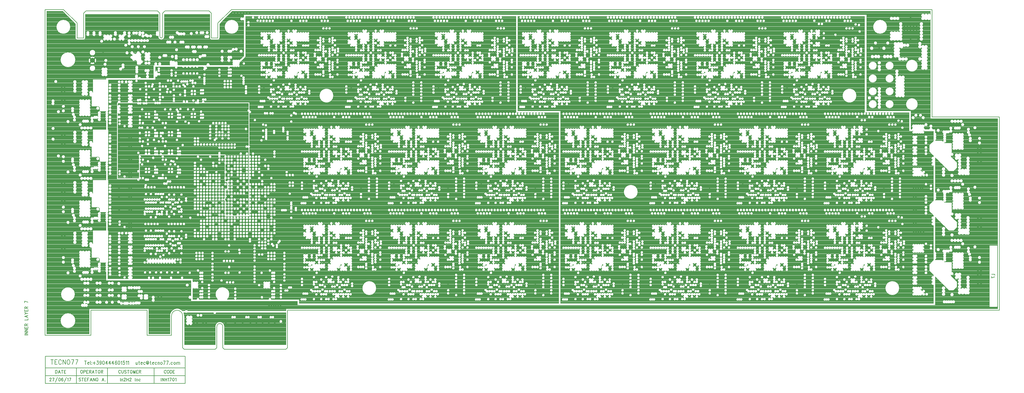
<source format=gbr>
%FSLAX35Y35*%
%MOIN*%
%SFA1.000B1.000*%

G04 Copyright (c) 2015-2018 in2H2 inc.
G04 System developed for in2H2 inc. by Intermotion Technology, Inc.
G04 
G04 Full system RTL, C sources and board design files available at https://github.com/nearist
G04 
G04 in2H2 inc. Team Members:
G04 - Chris McCormick - Algorithm Research and Design
G04 - Matt McCormick - Board Production, System Q/A
G04 
G04 Intermotion Technology Inc. Team Members:
G04 - Mick Fandrich - Project Lead
G04 - Dr. Ludovico Minati - Board Architecture and Design, FPGA Technology Advisor
G04 - Vardan Movsisyan - RTL Team Lead
G04 - Khachatur Gyozalyan - RTL Design
G04 - Tigran Papazyan - RTL Design
G04 - Taron Harutyunyan - RTL Design
G04 - Hayk Ghaltaghchyan - System Software
G04 
G04 Tecno77 S.r.l. Team Members:
G04 - Stefano Aldrigo, Board Layout Design
G04 
G04 We dedicate this project to the memory of Bruce McCormick, an AI pioneer
G04 and advocate, a good friend and father.
G04 
G04 These materials are provided free of charge: you can redistribute them and/or modify  
G04 them under the terms of the GNU General Public License as published by  
G04 the Free Software Foundation, version 3.
G04 
G04 These materials are distributed in the hope that they will be useful, but 
G04 WITHOUT ANY WARRANTY; without even the implied warranty of 
G04 MERCHANTABILITY or FITNESS FOR A PARTICULAR PURPOSE. See the GNU 
G04 General Public License for more details.
G04 In particular, this design should be treated as UNVERIFIED and UNCERTIFIED
G04 
G04 You should have received a copy of the GNU General Public License 
G04 along with this design. If not, see <http://www.gnu.org/licenses/>.

%FSLAX35Y35*%
%MOIN*%
%SFA1.000B1.000*%

%MIA0B0*%
%IPPOS*%
%ADD11C,0.00800*%
%ADD24C,0.06500*%
%ADD55C,0.01732*%
%ADD65C,0.00591*%
%ADD66C,0.02362*%
%ADD77C,0.00700*%
%ADD79C,0.00433*%
%ADD80C,0.01772*%
%ADD81C,0.00394*%
%ADD84C,0.01500*%
%LNlayer7.gbr*%
%LPD*%
G54D24*X161024Y472047D03*G54D55*X443307Y208661D03*X481102D03*X555512D03*X593307D03*X667717D03*X705512D03*X779921D03*X817717D03*X892126D03*X929921D03*X1004331D03*X1042126D03*X1116535D03*X1154331D03*X443307Y332677D03*X481102D03*X555512D03*X593307D03*X667717D03*X705512D03*X779921D03*X817717D03*X892126D03*X929921D03*X1004331D03*X1042126D03*X1116535D03*X1154331D03*X388189Y456693D03*X425984D03*X500394D03*X538189D03*X612598D03*X650394D03*X724803D03*X762598D03*X837008D03*X874803D03*X949213D03*X987008D03*X1061417D03*X1099213D03*G54D66*X307283Y133465D03*Y137402D03*X291732D03*X295669D03*X303346D03*X295669Y133465D03*X303346D03*X291732D03*X354528Y135827D03*Y133071D03*X344685Y135827D03*Y133071D03*X332874Y135827D03*Y133071D03*X395866Y135827D03*Y133071D03*X387992Y135827D03*Y133071D03*X380118Y135827D03*Y133071D03*X372244Y135827D03*Y133071D03*X364370Y135827D03*Y133071D03*X407677Y135827D03*Y133071D03*X245669Y159055D03*Y162992D03*Y166929D03*Y170866D03*X249606D03*Y166929D03*Y162992D03*Y159055D03*X400197D03*X394291Y156102D03*X391339D03*X388386D03*Y159055D03*X391339D03*X394291D03*X397244D03*Y156102D03*X400197D03*X403150D03*Y153150D03*X406102D03*X1300787Y184646D03*X1304724D03*Y180709D03*X1300787D03*X1304724Y188583D03*X1300787D03*X125591Y225984D03*X121654D03*Y229921D03*X125591D03*X1300787Y204331D03*X1304724D03*X1300787Y200394D03*Y196457D03*X1304724Y200394D03*Y196457D03*Y192520D03*X1300787D03*X121654Y237795D03*Y233858D03*X125591D03*Y237795D03*X121654Y241732D03*Y245669D03*Y249606D03*X125591Y241732D03*Y245669D03*Y249606D03*X195472Y269291D03*X211024Y257480D03*X208268Y269291D03*X211024D03*X208268Y257480D03*Y261417D03*Y265354D03*X211024D03*Y261417D03*X1226969Y247638D03*X1221063Y269291D03*X1218110D03*Y265354D03*X1221063D03*Y261417D03*X1218110D03*X1224016Y247638D03*X1221063D03*X1218110D03*Y251575D03*Y255512D03*X1221063D03*Y251575D03*X1226969D03*X1224016D03*Y255512D03*X1226969D03*X1230906Y251575D03*X1234843Y247638D03*X1230906D03*X1304724Y265354D03*Y269291D03*X1300787Y257480D03*X1304724D03*Y261417D03*X1300787D03*Y265354D03*Y269291D03*X121654Y290945D03*X125591D03*X121654Y302756D03*Y306693D03*X125591Y294882D03*X121654D03*Y298819D03*X125591Y306693D03*Y302756D03*Y298819D03*X195472Y275197D03*Y279134D03*Y283071D03*Y288976D03*Y292913D03*Y296850D03*Y302756D03*Y306693D03*X211024D03*Y302756D03*X208268Y296850D03*Y302756D03*Y306693D03*X211024Y275197D03*Y296850D03*X208268Y288976D03*Y292913D03*X211024D03*Y288976D03*Y283071D03*Y279134D03*X208268Y275197D03*Y279134D03*Y283071D03*X1226969Y306693D03*X1224016D03*X1221063D03*X1218110D03*Y302756D03*X1221063Y283071D03*Y292913D03*X1218110D03*Y296850D03*X1221063Y279134D03*Y275197D03*X1218110D03*Y279134D03*Y283071D03*Y288976D03*X1221063D03*X1229921Y306693D03*Y302756D03*X1226969D03*X1224016D03*X1221063D03*Y296850D03*X1300787Y273228D03*X1304724D03*Y277165D03*Y281102D03*X1300787D03*Y277165D03*X125591Y314567D03*X121654D03*Y310630D03*X125591D03*X195472Y348031D03*Y334252D03*Y340157D03*Y344094D03*X199409Y314567D03*X195472D03*Y310630D03*X211024Y334252D03*X208268Y326378D03*Y322441D03*X211024D03*Y326378D03*Y330315D03*X208268Y334252D03*Y340157D03*X211024D03*X208268Y348031D03*X211024D03*Y344094D03*X208268D03*Y330315D03*Y310630D03*X204331Y314567D03*X208268D03*X211024D03*Y310630D03*X1229921D03*X1226969D03*X1224016D03*X1221063D03*X1218110D03*X1300787Y334252D03*X1304724D03*Y338189D03*X1300787D03*Y350000D03*Y346063D03*Y342126D03*X1304724D03*Y346063D03*Y350000D03*X125591Y355906D03*X121654D03*Y359843D03*X125591Y375591D03*X121654D03*Y379528D03*X125591D03*Y367717D03*Y371654D03*X121654D03*Y367717D03*Y363780D03*X125591D03*Y359843D03*X199409Y379528D03*X195472Y353937D03*Y357874D03*Y361811D03*Y367717D03*Y379528D03*Y375591D03*Y371654D03*X208268Y357874D03*Y353937D03*X211024D03*Y357874D03*X204331Y379528D03*X208268Y375591D03*Y379528D03*X211024D03*Y375591D03*Y371654D03*Y367717D03*Y361811D03*X208268D03*Y367717D03*Y371654D03*X1304724Y353937D03*Y357874D03*X1300787D03*Y353937D03*X125591Y420866D03*X121654D03*Y424803D03*Y428740D03*X125591D03*Y424803D03*X121654Y432677D03*Y440551D03*Y436614D03*X125591D03*Y432677D03*X121654Y444488D03*X125591D03*Y440551D03*X1189567Y487795D03*X1173819D03*X1214173Y499606D03*X1223622D03*X1214173Y507480D03*X1223622D03*X359843Y532087D03*X355906D03*X351969D03*X348031D03*X344094D03*X340157D03*X363780D03*X1206299Y511417D03*Y515354D03*X1214173Y527165D03*X1222047Y519291D03*X1210236D03*Y511417D03*Y515354D03*X1214173Y523228D03*Y519291D03*Y515354D03*X1218110D03*Y519291D03*X1206299D03*X1218110Y511417D03*X1214173D03*X1222047Y515354D03*Y511417D03*G54D80*X437008Y180709D03*Y184646D03*Y188583D03*X464961Y183465D03*X474409Y186614D03*X471260Y167717D03*X464961Y170866D03*X458661Y164567D03*X452362Y170866D03*X446063D03*X452362Y167717D03*X442913Y164567D03*X446063Y189764D03*X490157Y164567D03*X483858D03*X549213Y180709D03*Y184646D03*X558268Y189764D03*X549213Y188583D03*X555118Y164567D03*X558268Y170866D03*X596063Y164567D03*X577165Y183465D03*X564567Y167717D03*X586614Y186614D03*X583465Y167717D03*X577165Y170866D03*X570866Y164567D03*X564567Y170866D03*X602362Y164567D03*X618898Y187795D03*Y179921D03*Y183858D03*X661417Y180709D03*Y184646D03*X670472Y189764D03*X661417Y188583D03*X676772Y167717D03*X667323Y164567D03*X676772Y170866D03*X670472D03*X714567Y164567D03*X708268D03*X689370Y183465D03*X698819Y186614D03*X695669Y167717D03*X689370Y170866D03*X683071Y164567D03*X731102Y179921D03*Y187795D03*Y183858D03*X773622Y180709D03*Y184646D03*Y188583D03*X782677Y189764D03*X788976Y167717D03*X779528Y164567D03*X795276D03*X788976Y170866D03*X782677D03*X826772Y164567D03*X820472D03*X801575Y183465D03*X811024Y186614D03*X807874Y167717D03*X801575Y170866D03*X843307Y179921D03*Y187795D03*Y183858D03*X885827Y180709D03*Y184646D03*Y188583D03*X913780Y183465D03*X894882Y189764D03*X901181Y167717D03*X891732Y164567D03*X920079Y167717D03*X913780Y170866D03*X907480Y164567D03*X901181Y170866D03*X894882D03*X938976Y164567D03*X955512Y179921D03*Y187795D03*X932677Y164567D03*X955512Y183858D03*X923228Y186614D03*X998031Y180709D03*Y184646D03*Y188583D03*X1025984Y183465D03*X1007087Y189764D03*X1013386Y167717D03*X1003937Y164567D03*X1035433Y186614D03*X1032283Y167717D03*X1025984Y170866D03*X1019685Y164567D03*X1013386Y170866D03*X1007087D03*X1051181Y164567D03*X1067717Y179921D03*Y187795D03*X1044882Y164567D03*X1067717Y183858D03*X1110236Y180709D03*Y184646D03*Y188583D03*X1119291Y189764D03*X1116142Y164567D03*X1119291Y170866D03*X1157087Y164567D03*X1138189Y183465D03*X1125591Y167717D03*X1147638Y186614D03*X1144488Y167717D03*X1138189Y170866D03*X1131890Y164567D03*X1125591Y170866D03*X1163386Y164567D03*X233071Y222835D03*X239370D03*X272441Y223622D03*X247244Y229921D03*X266142Y223622D03*X275591Y226772D03*X256693Y223622D03*X328346Y198425D03*X437008Y208661D03*Y192520D03*Y202362D03*X455512Y192913D03*X443307Y214961D03*X459055Y202362D03*Y221260D03*X465354Y211811D03*X468504Y218110D03*X449606Y211811D03*X465354Y214961D03*X449213Y192913D03*X464961D03*X468504Y221260D03*X459055Y211811D03*Y218110D03*X503150Y215354D03*X509449Y202756D03*X490157Y192913D03*X484252Y221260D03*X490551Y227559D03*X512598Y224803D03*X483858Y192913D03*X503150Y209055D03*Y224803D03*X555512Y214961D03*X528346Y212205D03*X531496Y202756D03*X549213Y202362D03*Y192520D03*X525197Y224803D03*X531496Y218504D03*X525197Y205906D03*X549213Y208661D03*X567717Y192913D03*X561417D03*X580709Y221260D03*Y218110D03*X571260Y221260D03*X577559Y211811D03*X577165Y192913D03*X571260Y202362D03*X596457Y221260D03*X596063Y192913D03*X561811Y211811D03*X571260Y218110D03*Y211811D03*X577559Y214961D03*X602362Y192913D03*X621654Y202756D03*X615354Y209055D03*Y215354D03*X624803Y224803D03*X640551Y212205D03*X637402Y224803D03*X615354D03*X637402Y205906D03*X618898Y191732D03*X602756Y227559D03*X679921Y192913D03*X673622D03*X643701Y202756D03*X667717Y214961D03*X661417Y202362D03*X643701Y218504D03*X661417Y192520D03*X674016Y211811D03*X661417Y208661D03*X692913Y221260D03*Y218110D03*X683465Y221260D03*X714567Y192913D03*X689764Y211811D03*X689370Y192913D03*X683465Y202362D03*X708661Y221260D03*X708268Y192913D03*X683465Y218110D03*Y211811D03*X689764Y214961D03*X714961Y227559D03*X733858Y202756D03*X727559Y209055D03*Y215354D03*X737008Y224803D03*X752756Y212205D03*X755906Y202756D03*X749606Y224803D03*X727559D03*X755906Y218504D03*X749606Y205906D03*X731102Y191732D03*X773622Y192520D03*X795669Y221260D03*X785827Y192913D03*X792126D03*X779921Y214961D03*X795669Y202362D03*X773622D03*Y208661D03*X786220Y211811D03*X795669Y218110D03*Y211811D03*X805118Y221260D03*Y218110D03*X826772Y192913D03*X839764Y209055D03*Y215354D03*X801969Y211811D03*X801575Y192913D03*X820866Y221260D03*X839764Y224803D03*X820472Y192913D03*X801969Y214961D03*X827165Y227559D03*X846063Y202756D03*X849213Y224803D03*X864961Y212205D03*X868110Y202756D03*X861811Y224803D03*X868110Y218504D03*X861811Y205906D03*X843307Y191732D03*X885827Y192520D03*X917323Y221260D03*Y218110D03*X907874Y221260D03*X914173Y211811D03*X898031Y192913D03*X904331D03*X913780D03*X892126Y214961D03*X907874Y202362D03*X885827D03*X898425Y211811D03*X907874Y218110D03*Y211811D03*X914173Y214961D03*X885827Y208661D03*X958268Y202756D03*X951969Y209055D03*Y215354D03*X938976Y192913D03*X933071Y221260D03*X951969Y224803D03*X955512Y191732D03*X932677Y192913D03*X939370Y227559D03*X998031Y192520D03*X961417Y224803D03*X977165Y212205D03*X980315Y202756D03*X998031Y202362D03*X974016Y224803D03*X980315Y218504D03*X974016Y205906D03*X998031Y208661D03*X1029528Y221260D03*Y218110D03*X1020079Y221260D03*X1026378Y211811D03*X1010236Y192913D03*X1016535D03*X1025984D03*X1004331Y214961D03*X1020079Y202362D03*X1010630Y211811D03*X1020079Y218110D03*Y211811D03*X1026378Y214961D03*X1051181Y192913D03*X1070472Y202756D03*X1064173Y209055D03*Y215354D03*X1073622Y224803D03*X1045276Y221260D03*X1064173Y224803D03*X1067717Y191732D03*X1044882Y192913D03*X1051575Y227559D03*X1089370Y212205D03*X1092520Y202756D03*X1110236Y192520D03*X1116535Y214961D03*X1086220Y224803D03*X1092520Y218504D03*X1086220Y205906D03*X1110236Y202362D03*Y208661D03*X1122441Y192913D03*X1128740D03*X1138189D03*X1132283Y202362D03*X1141732Y221260D03*Y218110D03*X1132283Y221260D03*X1138583Y211811D03*X1157480Y221260D03*X1122835Y211811D03*X1138583Y214961D03*X1157087Y192913D03*X1132283Y211811D03*Y218110D03*X1185827Y224803D03*X1176378Y215354D03*X1182677Y202756D03*X1163386Y192913D03*X1198425Y224803D03*Y205906D03*X1163780Y227559D03*X1176378Y209055D03*Y224803D03*X1201575Y212205D03*X1204724Y202756D03*Y218504D03*X233071Y252756D03*X239370D03*X275591Y245669D03*X278740Y251969D03*X272441D03*X262992D03*X250394Y248819D03*X256693Y245669D03*X269291Y248819D03*X268898Y257480D03*X256693Y233071D03*X312598Y245669D03*X296850Y253543D03*X308661Y257480D03*X292913Y265354D03*X304724Y269291D03*X320472Y261417D03*X337008Y231102D03*X332283Y265354D03*X324409Y241732D03*Y249606D03*X387402Y269291D03*X395276Y245669D03*X379528Y253543D03*X375591Y265354D03*X391339Y257480D03*X416929Y264961D03*X459055Y246457D03*X468504Y249606D03*X477953Y237008D03*Y230709D03*X471654Y246457D03*X519291Y259055D03*X515354D03*X511417D03*X503150Y250000D03*Y243701D03*X509449Y234252D03*X487402Y230709D03*X523228Y259055D03*X531496Y250000D03*Y243701D03*X528346Y231102D03*X590157Y237008D03*Y230709D03*X571260Y246457D03*X580709Y249606D03*X583858Y246457D03*X599606Y230709D03*X635433Y259055D03*X631496D03*X627559D03*X615354Y250000D03*Y243701D03*X621654Y234252D03*X640551Y231102D03*X623622Y259055D03*X602756Y243307D03*X643701Y250000D03*Y243701D03*X702362Y237008D03*Y230709D03*X683465Y246457D03*X692913Y249606D03*X696063Y246457D03*X711811Y230709D03*X718110Y243307D03*X747638Y259055D03*X743701D03*X739764D03*X755906Y250000D03*X727559D03*Y243701D03*X755906D03*X733858Y234252D03*X752756Y231102D03*X735827Y259055D03*X795669Y246457D03*X839764Y250000D03*X814567Y237008D03*Y230709D03*X839764Y243701D03*X805118Y249606D03*X808268Y246457D03*X824016Y230709D03*X827165Y243307D03*X859843Y259055D03*X855906D03*X851969D03*X848031D03*X868110Y250000D03*Y243701D03*X846063Y234252D03*X864961Y231102D03*X907874Y246457D03*X917323Y249606D03*X920472Y246457D03*X951969Y250000D03*Y243701D03*X926772Y237008D03*Y230709D03*X958268Y234252D03*X960236Y259055D03*X936220Y230709D03*X942520Y243307D03*X972047Y259055D03*X968110D03*X980315Y250000D03*Y243701D03*X964173Y259055D03*X977165Y231102D03*X1038976Y237008D03*Y230709D03*X1020079Y246457D03*X1029528Y249606D03*X1032677Y246457D03*X1080315Y259055D03*X1076378D03*X1072441D03*X1064173Y250000D03*Y243701D03*X1070472Y234252D03*X1048425Y230709D03*X1051575Y243307D03*X1084252Y259055D03*X1092520Y250000D03*Y243701D03*X1089370Y231102D03*X1132283Y246457D03*X1141732Y249606D03*X1151181Y237008D03*Y230709D03*X1144882Y246457D03*X1160630Y230709D03*X1196457Y259055D03*X1192520D03*X1188583D03*X1184646D03*X1176378Y250000D03*Y243701D03*X1182677Y234252D03*X1166929Y243307D03*X1204724Y250000D03*Y243701D03*X1201575Y231102D03*X239370Y270079D03*Y300000D03*X233071Y270079D03*Y300000D03*X266142Y270866D03*X275591Y292913D03*X278740Y299213D03*X272441D03*X247244Y277165D03*Y296063D03*X256693Y292913D03*X269291Y296063D03*X262992Y299213D03*X275591Y274016D03*X268898Y304724D03*X272441Y270866D03*X256693D03*Y280315D03*X292913Y308661D03*X316535Y273228D03*X344094D03*X332283Y292913D03*X344094Y277165D03*X336220Y296850D03*X344094D03*X351969Y281102D03*X355906Y285039D03*X351969Y308661D03*X348031Y277165D03*X359843Y281102D03*X348031Y285039D03*X359843Y288976D03*X348031Y292913D03*X359843Y300787D03*X348031Y304724D03*X359843Y308661D03*X344094D03*X355906Y277165D03*X344094Y285039D03*X332283Y308661D03*X328346Y277165D03*X324409Y288976D03*X367717D03*X371654Y277165D03*X383465Y281102D03*X379528Y292913D03*X375591Y308661D03*X395276Y285039D03*X391339Y300787D03*X437008Y304724D03*Y308661D03*X467913Y275000D03*X463976D03*X460039D03*X452165D03*X464961Y307480D03*X452362Y291732D03*X442913Y288583D03*X456102Y275000D03*X471260Y291732D03*X464961Y294882D03*X458661Y288583D03*X452362Y294882D03*X446063D03*X506693Y303937D03*X507283Y275000D03*X503346D03*X499409D03*X495472D03*X490157Y288583D03*X483858D03*X506693Y307874D03*X549213Y304724D03*Y308661D03*X555118Y288583D03*X558268Y294882D03*X596063Y288583D03*X577165Y307480D03*X564567Y291732D03*X564370Y275000D03*X568307D03*X580118D03*X576181D03*X572244D03*X583465Y291732D03*X577165Y294882D03*X564567D03*X570866Y288583D03*X602362D03*X618898Y303937D03*X619488Y275000D03*X615551D03*X611614D03*X607677D03*X618898Y307874D03*X661417Y304724D03*Y308661D03*X676772Y291732D03*X667323Y288583D03*X676575Y275000D03*X680512D03*X676772Y294882D03*X670472D03*X714567Y288583D03*X708268D03*X689370Y307480D03*X719882Y275000D03*X692323D03*X688386D03*X684449D03*X695669Y291732D03*X689370Y294882D03*X683071Y288583D03*X731102Y303937D03*X731693Y275000D03*X727756D03*X723819D03*X731102Y307874D03*X773622Y304724D03*Y308661D03*X788976Y291732D03*X779528Y288583D03*X800591Y275000D03*X796654D03*X788780D03*X795276Y288583D03*X788976Y294882D03*X782677D03*X792717Y275000D03*X826772Y288583D03*X820472D03*X801575Y307480D03*X839961Y275000D03*X836024D03*X832087D03*X804528D03*X807874Y291732D03*X801575Y294882D03*X843898Y275000D03*X885827Y304724D03*Y308661D03*X913780Y307480D03*X901181Y291732D03*X891732Y288583D03*X900984Y275000D03*X904921D03*X916732D03*X912795D03*X908858D03*X920079Y291732D03*X913780Y294882D03*X901181D03*X894882D03*X907480Y288583D03*X938976D03*X955512Y303937D03*X932677Y288583D03*X956102Y275000D03*X952165D03*X948228D03*X944291D03*X955512Y307874D03*X998031Y304724D03*Y308661D03*X1025984Y307480D03*X1013386Y291732D03*X1003937Y288583D03*X1013189Y275000D03*X1017126D03*X1021063D03*X1025000D03*X1028937D03*X1032283Y291732D03*X1025984Y294882D03*X1019685Y288583D03*X1013386Y294882D03*X1007087D03*X1051181Y288583D03*X1067717Y303937D03*X1044882Y288583D03*X1068307Y275000D03*X1064370D03*X1060433D03*X1067717Y307874D03*X1056496Y275000D03*X1110236Y304724D03*Y308661D03*X1116142Y288583D03*X1119291Y294882D03*X1125394Y275000D03*X1129331D03*X1141142D03*X1137205D03*X1133268D03*X1157087Y288583D03*X1138189Y307480D03*X1125591Y291732D03*X1144488D03*X1138189Y294882D03*X1131890Y288583D03*X1125591Y294882D03*X1179921Y303937D03*X1180512Y275000D03*X1176575D03*X1172638D03*X1168701D03*X1163386Y288583D03*X1179921Y307874D03*X273228Y346063D03*X312598Y340157D03*Y332283D03*X308661Y340157D03*X304724Y312598D03*X320472Y340157D03*X316535Y316535D03*X312598Y328346D03*X300787Y324409D03*X320472Y344094D03*X296850Y336220D03*X292913Y348031D03*X348031Y320472D03*X344094Y316535D03*Y312598D03*X355906D03*X351969Y316535D03*X348031Y312598D03*X359843Y316535D03*X344094Y320472D03*X328346D03*X324409Y332283D03*Y328346D03*X379528Y344094D03*X371654Y320472D03*X391339Y340157D03*X387402Y312598D03*X395276Y328346D03*X383465Y324409D03*X379528Y336220D03*X437008Y316535D03*Y326378D03*Y312598D03*Y332677D03*X464961Y316929D03*X455512D03*X449213D03*X443307Y338976D03*X459055Y326378D03*Y345276D03*X465354Y335827D03*X468504Y342126D03*X446063Y313780D03*X449606Y335827D03*X465354Y338976D03*X468504Y345276D03*X459055Y335827D03*Y342126D03*X474409Y310630D03*X506693Y311811D03*X512598Y348819D03*X503150Y339370D03*X509449Y326772D03*X490157Y316929D03*X484252Y345276D03*X506693Y315748D03*X483858Y316929D03*X503150Y333071D03*Y348819D03*X549213Y316535D03*Y312598D03*X558268Y313780D03*X555512Y338976D03*X528346Y336220D03*X531496Y326772D03*X549213Y326378D03*Y332677D03*X525197Y348819D03*X531496Y342520D03*X525197Y329921D03*X571260Y345276D03*Y335827D03*X561417Y316929D03*X567717D03*X577165D03*X571260Y326378D03*X577559Y335827D03*X580709Y342126D03*X596457Y345276D03*X596063Y316929D03*X586614Y310630D03*X561811Y335827D03*X571260Y342126D03*X577559Y338976D03*X580709Y345276D03*X602362Y316929D03*X621654Y326772D03*X615354Y333071D03*Y339370D03*X624803Y348819D03*X640551Y336220D03*X618898Y311811D03*X637402Y348819D03*X615354D03*X637402Y329921D03*X618898Y315748D03*X661417Y316535D03*Y312598D03*X643701Y326772D03*X670472Y313780D03*X673622Y316929D03*X679921D03*X667717Y338976D03*X661417Y326378D03*X643701Y342520D03*X661417Y332677D03*X674016Y335827D03*X683465Y345276D03*X714567Y316929D03*X683465Y335827D03*X689370Y316929D03*X683465Y326378D03*X689764Y335827D03*X692913Y342126D03*X708661Y345276D03*X708268Y316929D03*X698819Y310630D03*X683465Y342126D03*X689764Y338976D03*X692913Y345276D03*X733858Y326772D03*X727559Y333071D03*Y339370D03*X737008Y348819D03*X752756Y336220D03*X755906Y326772D03*X731102Y311811D03*X749606Y348819D03*X727559D03*X755906Y342520D03*X749606Y329921D03*X731102Y315748D03*X773622Y316535D03*Y312598D03*X795669Y345276D03*Y335827D03*X782677Y313780D03*X785827Y316929D03*X792126D03*X779921Y338976D03*X795669Y326378D03*X773622D03*Y332677D03*X786220Y335827D03*X795669Y342126D03*X826772Y316929D03*X839764Y333071D03*Y339370D03*X801575Y316929D03*X801969Y335827D03*X805118Y342126D03*X820866Y345276D03*X839764Y348819D03*X820472Y316929D03*X811024Y310630D03*X801969Y338976D03*X805118Y345276D03*X846063Y326772D03*X849213Y348819D03*X864961Y336220D03*X868110Y326772D03*X861811Y348819D03*X868110Y342520D03*X861811Y329921D03*X885827Y316535D03*Y312598D03*X907874Y345276D03*Y335827D03*X894882Y313780D03*X898031Y316929D03*X904331D03*X913780D03*X892126Y338976D03*X907874Y326378D03*X914173Y335827D03*X917323Y342126D03*X885827Y326378D03*X898425Y335827D03*X907874Y342126D03*X914173Y338976D03*X917323Y345276D03*X885827Y332677D03*X938976Y316929D03*X958268Y326772D03*X951969Y333071D03*Y339370D03*X955512Y311811D03*X933071Y345276D03*X951969Y348819D03*X955512Y315748D03*X932677Y316929D03*X923228Y310630D03*X998031Y316535D03*Y312598D03*X961417Y348819D03*X977165Y336220D03*X980315Y326772D03*X998031Y326378D03*X974016Y348819D03*X980315Y342520D03*X974016Y329921D03*X998031Y332677D03*X1020079Y345276D03*Y335827D03*X1007087Y313780D03*X1010236Y316929D03*X1016535D03*X1025984D03*X1004331Y338976D03*X1020079Y326378D03*X1026378Y335827D03*X1029528Y342126D03*X1035433Y310630D03*X1010630Y335827D03*X1020079Y342126D03*X1026378Y338976D03*X1029528Y345276D03*X1070472Y326772D03*X1064173Y333071D03*Y339370D03*X1073622Y348819D03*X1067717Y311811D03*X1051181Y316929D03*X1045276Y345276D03*X1064173Y348819D03*X1067717Y315748D03*X1044882Y316929D03*X1089370Y336220D03*X1092520Y326772D03*X1110236Y316535D03*Y312598D03*X1119291Y313780D03*X1116535Y338976D03*X1086220Y348819D03*X1092520Y342520D03*X1086220Y329921D03*X1110236Y326378D03*Y332677D03*X1122441Y316929D03*X1128740D03*X1138189D03*X1132283Y345276D03*Y326378D03*Y335827D03*X1138583D03*X1141732Y342126D03*X1157480Y345276D03*X1147638Y310630D03*X1122835Y335827D03*X1138583Y338976D03*X1157087Y316929D03*X1141732Y345276D03*X1132283Y342126D03*X1179921Y311811D03*X1185827Y348819D03*X1176378Y339370D03*X1182677Y326772D03*X1163386Y316929D03*X1179921Y315748D03*X1198425Y348819D03*Y329921D03*X1176378Y333071D03*Y348819D03*X1201575Y336220D03*X1204724Y326772D03*Y342520D03*X292913Y359843D03*X296850D03*X300787D03*X304724D03*X308661D03*X312598D03*X316535D03*X320472D03*X416929Y389370D03*X459055Y370472D03*X468504Y373622D03*X477953Y361024D03*Y354724D03*X471654Y370472D03*X519291Y383071D03*X515354D03*X511417D03*X503150Y374016D03*Y367717D03*X509449Y358268D03*X490551Y351575D03*X487402Y354724D03*X523228Y383071D03*X531496Y374016D03*Y367717D03*X528346Y355118D03*X590157Y361024D03*Y354724D03*X571260Y370472D03*X580709Y373622D03*X583858Y370472D03*X599606Y354724D03*X635433Y383071D03*X631496D03*X627559D03*X623622D03*X615354Y374016D03*Y367717D03*X621654Y358268D03*X640551Y355118D03*X602756Y351575D03*Y367323D03*X643701Y374016D03*Y367717D03*X702362Y361024D03*Y354724D03*X683465Y370472D03*X692913Y373622D03*X696063Y370472D03*X711811Y354724D03*X714961Y351575D03*X718110Y367323D03*X747638Y383071D03*X743701D03*X739764D03*X755906Y374016D03*X735827Y383071D03*X727559Y374016D03*Y367717D03*X755906D03*X733858Y358268D03*X752756Y355118D03*X795669Y370472D03*X839764Y374016D03*X814567Y361024D03*Y354724D03*X839764Y367717D03*X805118Y373622D03*X808268Y370472D03*X824016Y354724D03*X827165Y351575D03*Y367323D03*X859843Y383071D03*X855906D03*X851969D03*X848031D03*X868110Y374016D03*Y367717D03*X846063Y358268D03*X864961Y355118D03*X907874Y370472D03*X917323Y373622D03*X920472Y370472D03*X960236Y383071D03*X951969Y374016D03*Y367717D03*X926772Y361024D03*Y354724D03*X958268Y358268D03*X936220Y354724D03*X939370Y351575D03*X942520Y367323D03*X972047Y383071D03*X968110D03*X964173D03*X980315Y374016D03*Y367717D03*X977165Y355118D03*X1038976Y361024D03*Y354724D03*X1020079Y370472D03*X1029528Y373622D03*X1032677Y370472D03*X1080315Y383071D03*X1076378D03*X1072441D03*X1064173Y374016D03*Y367717D03*X1070472Y358268D03*X1048425Y354724D03*X1051575Y351575D03*Y367323D03*X1084252Y383071D03*X1092520Y374016D03*Y367717D03*X1089370Y355118D03*X1132283Y370472D03*X1141732Y373622D03*X1151181Y361024D03*Y354724D03*X1144882Y370472D03*X1160630Y354724D03*X1196457Y383071D03*X1192520D03*X1188583D03*X1184646D03*X1176378Y374016D03*Y367717D03*X1182677Y358268D03*X1163780Y351575D03*X1166929Y367323D03*X1204724Y374016D03*Y367717D03*X1201575Y355118D03*X110335Y406102D03*X285039Y422835D03*X381890Y428740D03*X397244Y415748D03*X387795Y412598D03*X397244Y418898D03*X390945D03*X435039Y412598D03*X428740D03*X416142Y415748D03*X409843Y418898D03*X403543Y412598D03*X467913Y399016D03*X463976D03*X460039D03*X452165D03*X456102D03*X494094Y428740D03*X509449Y415748D03*X500000Y412598D03*X507283Y399016D03*X503346D03*X499409D03*X495472D03*X515748Y412598D03*X509449Y418898D03*X503150D03*X547244Y412598D03*X540945D03*X528346Y415748D03*X522047Y418898D03*X563780Y427953D03*X580118Y399016D03*X576181D03*X572244D03*X564370D03*X568307D03*X606299Y428740D03*X621654Y415748D03*X612205Y412598D03*X619488Y399016D03*X615551D03*X611614D03*X607677D03*X640551Y415748D03*X634252Y418898D03*X627953Y412598D03*X621654Y418898D03*X615354D03*X659449Y412598D03*X675984Y427953D03*X653150Y412598D03*X676575Y399016D03*X680512D03*X718504Y428740D03*X719882Y399016D03*X692323D03*X688386D03*X684449D03*X733858Y415748D03*X724409Y412598D03*X752756Y415748D03*X746457Y418898D03*X740157Y412598D03*X733858Y418898D03*X727559D03*X731693Y399016D03*X727756D03*X723819D03*X771654Y412598D03*X788189Y427953D03*X765354Y412598D03*X800591Y399016D03*X796654D03*X788780D03*X792717D03*X830709Y428740D03*X836614Y412598D03*X839961Y399016D03*X836024D03*X832087D03*X804528D03*X839764Y418898D03*X877559Y412598D03*X846063Y415748D03*X843898Y399016D03*X864961Y415748D03*X858661Y418898D03*X852362Y412598D03*X846063Y418898D03*X883858Y412598D03*X900394Y427953D03*X916732Y399016D03*X912795D03*X908858D03*X900984D03*X904921D03*X942913Y428740D03*X958268Y415748D03*X948819Y412598D03*X956102Y399016D03*X952165D03*X948228D03*X944291D03*X958268Y418898D03*X951969D03*X996063Y412598D03*X989764D03*X977165Y415748D03*X970866Y418898D03*X964567Y412598D03*X1012598Y427953D03*X1028937Y399016D03*X1025000D03*X1021063D03*X1013189D03*X1017126D03*X1055118Y428740D03*X1070472Y415748D03*X1061024Y412598D03*X1068307Y399016D03*X1064370D03*X1060433D03*X1056496D03*X1076772Y412598D03*X1070472Y418898D03*X1064173D03*X1108268Y412598D03*X1101969D03*X1089370Y415748D03*X1083071Y418898D03*X1141142Y399016D03*X1137205D03*X1133268D03*X1125394D03*X1129331D03*X1180512D03*X1176575D03*X1172638D03*X1168701D03*X110335Y441535D03*X208760Y463189D03*Y460728D03*Y458268D03*Y455807D03*Y453346D03*X381890Y440551D03*Y432677D03*Y436614D03*X390945Y437795D03*X394094Y440945D03*X400394D03*X388189Y462992D03*X394488Y459843D03*X381890Y450394D03*Y456693D03*X435039Y440945D03*X409843Y431496D03*Y440945D03*X403937Y450394D03*Y469291D03*X410236Y459843D03*X413386Y466142D03*X429134Y469291D03*X410236Y462992D03*X428740Y440945D03*X419291Y434646D03*X413386Y469291D03*X403937Y459843D03*Y466142D03*X448031Y463386D03*X473228Y460236D03*X454331Y450787D03*X476378D03*Y466535D03*X470079Y453937D03*X448031Y457087D03*X516142Y469291D03*Y459843D03*X494094Y432677D03*Y440551D03*Y436614D03*X503150Y437795D03*X506299Y440945D03*X512598D03*X500394Y462992D03*X516142Y450394D03*X494094D03*X506693Y459843D03*X516142Y466142D03*X494094Y456693D03*X560236Y457087D03*Y463386D03*X547244Y440945D03*X522047Y431496D03*Y440945D03*X522441Y459843D03*X525591Y466142D03*X541339Y469291D03*X540945Y440945D03*X531496Y434646D03*X522441Y462992D03*X525591Y469291D03*X566535Y450787D03*X563780Y435827D03*X585433Y460236D03*X588583Y450787D03*X563780Y431890D03*Y439764D03*X588583Y466535D03*X582283Y453937D03*X606299Y432677D03*Y440551D03*Y436614D03*X628346Y469291D03*Y459843D03*X634252Y431496D03*X615354Y437795D03*X618504Y440945D03*X624803D03*X634252D03*X612598Y462992D03*X628346Y450394D03*X634646Y459843D03*X637795Y466142D03*X606299Y450394D03*Y456693D03*X618898Y459843D03*X628346Y466142D03*X634646Y462992D03*X637795Y469291D03*X659449Y440945D03*X678740Y450787D03*X672441Y457087D03*Y463386D03*X675984Y435827D03*X653543Y469291D03*X675984Y431890D03*Y439764D03*X653150Y440945D03*X643701Y434646D03*X718504Y440551D03*Y436614D03*Y456693D03*Y450394D03*Y432677D03*X697638Y460236D03*X700787Y450787D03*Y466535D03*X694488Y453937D03*X737008Y440945D03*X730709D03*X727559Y437795D03*X740551Y469291D03*Y459843D03*X746457Y431496D03*Y440945D03*X724803Y462992D03*X755906Y434646D03*X740551Y450394D03*X746850Y459843D03*X750000Y466142D03*X731102Y459843D03*X740551Y466142D03*X746850Y462992D03*X750000Y469291D03*X771654Y440945D03*X790945Y450787D03*X784646Y457087D03*Y463386D03*X788189Y435827D03*X765354Y440945D03*X765748Y469291D03*X788189Y431890D03*Y439764D03*X830709Y432677D03*Y440551D03*Y436614D03*X809843Y460236D03*X812992Y450787D03*X839764Y437795D03*X837008Y462992D03*X830709Y456693D03*Y450394D03*X812992Y466535D03*X806693Y453937D03*X852756Y469291D03*Y459843D03*X858661Y431496D03*X842913Y440945D03*X849213D03*X858661D03*X877559D03*X868110Y434646D03*X852756Y450394D03*X859055Y459843D03*X862205Y466142D03*X877953Y469291D03*X843307Y459843D03*X852756Y466142D03*X859055Y462992D03*X862205Y469291D03*X883858Y440945D03*X903150Y450787D03*X896850Y457087D03*Y463386D03*X900394Y435827D03*X918898Y453937D03*X900394Y431890D03*Y439764D03*X942913Y440551D03*Y432677D03*Y436614D03*X951969Y437795D03*X955118Y440945D03*X922047Y460236D03*X925197Y450787D03*X949213Y462992D03*X942913Y456693D03*Y450394D03*X925197Y466535D03*X955512Y459843D03*X964961Y469291D03*Y459843D03*X996063Y440945D03*X970866Y431496D03*X961417Y440945D03*X970866D03*X989764D03*X980315Y434646D03*X964961Y450394D03*X971260Y459843D03*X974409Y466142D03*X990157Y469291D03*X964961Y466142D03*X971260Y462992D03*X974409Y469291D03*X1015354Y450787D03*X1009055Y457087D03*Y463386D03*X1012598Y435827D03*X1034252Y460236D03*X1037402Y450787D03*X1012598Y431890D03*Y439764D03*X1037402Y466535D03*X1031102Y453937D03*X1055118Y432677D03*Y440551D03*Y436614D03*X1064173Y437795D03*X1067323Y440945D03*X1073622D03*X1061417Y462992D03*X1055118Y456693D03*X1077165Y469291D03*Y450394D03*Y459843D03*X1067717D03*X1055118Y450394D03*X1077165Y466142D03*X1108268Y440945D03*X1083071Y431496D03*Y440945D03*X1092520Y434646D03*X1101969Y440945D03*X1083465Y459843D03*X1086614Y466142D03*X1102362Y469291D03*X1083465Y462992D03*X1086614Y469291D03*X1121260Y463386D03*X1146457Y460236D03*X1127559Y450787D03*X1149606D03*Y466535D03*X1143307Y453937D03*X1121260Y457087D03*X174803Y482874D03*X403937Y494488D03*X413386Y497638D03*X422835Y485039D03*Y478740D03*X416535Y494488D03*X435433Y475591D03*X432283Y478740D03*X448031Y498031D03*Y491732D03*X457480Y472835D03*X456299Y507087D03*X460236D03*X464173D03*X454331Y482283D03*X473228Y479134D03*X470079Y472835D03*X468110Y507087D03*X448031Y472835D03*X476378Y491732D03*Y498031D03*X516142Y494488D03*X535039Y485039D03*Y478740D03*X560236Y498031D03*Y491732D03*X525591Y497638D03*X560236Y472835D03*X528740Y494488D03*X544488Y478740D03*X547638Y475591D03*Y491339D03*X580315Y507087D03*X576378D03*X572441D03*X588583Y498031D03*X568504Y507087D03*X588583Y491732D03*X569685Y472835D03*X566535Y482283D03*X585433Y479134D03*X582283Y472835D03*X628346Y494488D03*X637795Y497638D03*X680709Y507087D03*X647244Y485039D03*Y478740D03*X672441Y498031D03*Y491732D03*X678740Y482283D03*X672441Y472835D03*X640945Y494488D03*X656693Y478740D03*X659843Y475591D03*X662992Y491339D03*X692520Y507087D03*X688583D03*X684646D03*X700787Y498031D03*Y491732D03*X681890Y472835D03*X697638Y479134D03*X694488Y472835D03*X759449Y485039D03*Y478740D03*X753150Y494488D03*X750000Y497638D03*X740551Y494488D03*X800787Y507087D03*X796850D03*X792913D03*X784646Y498031D03*Y491732D03*X794094Y472835D03*X790945Y482283D03*X784646Y472835D03*X768898Y478740D03*X772047Y475591D03*Y491339D03*X804724Y507087D03*X812992Y498031D03*Y491732D03*X809843Y479134D03*X806693Y472835D03*X871654Y485039D03*Y478740D03*X852756Y494488D03*X862205Y497638D03*X865354Y494488D03*X916929Y507087D03*X912992D03*X909055D03*X905118D03*X896850Y498031D03*Y491732D03*X906299Y472835D03*X903150Y482283D03*X918898Y472835D03*X896850D03*X881102Y478740D03*X884252Y475591D03*X887402Y491339D03*X925197Y498031D03*Y491732D03*X922047Y479134D03*X983858Y485039D03*Y478740D03*X964961Y494488D03*X974409Y497638D03*X977559Y494488D03*X993307Y478740D03*X996457Y475591D03*Y491339D03*X1029134Y507087D03*X1025197D03*X1021260D03*X1017323D03*X1037402Y498031D03*X1009055D03*Y491732D03*X1037402D03*X1018504Y472835D03*X1015354Y482283D03*X1034252Y479134D03*X1031102Y472835D03*X1009055D03*X1077165Y494488D03*X1086614Y497638D03*X1096063Y485039D03*Y478740D03*X1089764Y494488D03*X1108661Y475591D03*X1111811Y491339D03*X1105512Y478740D03*X1141339Y507087D03*X1137402D03*X1133465D03*X1129528D03*X1121260Y498031D03*X1149606D03*Y491732D03*X1130709Y472835D03*X1121260Y491732D03*X1127559Y482283D03*X1146457Y479134D03*X1143307Y472835D03*X1121260D03*X361811Y513386D03*X397047Y523031D03*X400984D03*X404921D03*X440354D03*X412992Y523228D03*X408858Y523031D03*X452165D03*X448228D03*X444291D03*X517126D03*X509252D03*X513189D03*X560433D03*X556496D03*X552559D03*X525000D03*X521063D03*X564370D03*X637205D03*X633268D03*X629331D03*X621457D03*X625394D03*X676575D03*X672638D03*X668701D03*X664764D03*X733661D03*X737598D03*X741535D03*X749409D03*X745472D03*X788780D03*X784843D03*X780906D03*X776969D03*X861614D03*X857677D03*X853740D03*X845866D03*X849803D03*X900984D03*X897047D03*X893110D03*X889173D03*X958071D03*X973819D03*X969882D03*X965945D03*X962008D03*X1013189D03*X1009252D03*X1005315D03*X1001378D03*X1070276D03*X1074213D03*X1078150D03*X1082087D03*X1117520D03*X1113583D03*X1086024D03*X1125394D03*X1121457D03*G54D81*X1232874Y324369D03*X1228937D03*Y174841D03*X1082874Y422873D03*X801378Y298857D03*Y174841D03*X361614Y340117D03*Y332322D03*Y304684D03*G54D11*X100000Y117717D02*G01Y537598D01*X123819*X141339Y520079*Y500924*X149606*Y533024*X152606Y536024*X244806*X247806Y533024*Y502762*Y502762D02*G75*G03X251406Y502762I1800D01*Y502762D02*G01Y533024D01*X254406Y536024*X311106*X314106Y533024*Y500924*X322441*Y520079*X339961Y537598*X1241732*Y399213*X1328346*Y150197*X412200*Y102000*X410200Y100000*X330750*X328750Y102000*Y129296*Y129295D02*G03X321250Y129295I-3750J26D01*Y129296D02*G01Y102000D01*X319250Y100000*X279200*X277200Y102000*Y142947*Y142946D02*G03X262800Y142946I-7200J51D01*Y142947D02*G01Y117717D01*X231300*Y150197*X159055*Y117717*X100000*X100551Y91004D02*G01X280551D01*Y56004*X100551*Y91004*Y76004D02*G01X280551D01*X100551Y66004D02*G01X280551D01*X140551Y76004D02*G01Y56004D01*X180551Y76004D02*G01Y56004D01*X240551Y76004D02*G01Y56004D01*X109042Y86441D02*G01Y80404D01*X107451Y86441D02*G01X110633D01*X112678D02*G01Y80404D01*Y86441D02*G01X115633D01*X112678Y83566D02*G01X114497D01*X112678Y80404D02*G01X115633D01*X121088Y85004D02*G01X120860Y85579D01*X120406Y86154*X119951Y86441*X119042*X118588Y86154*X118133Y85579*X117906Y85004*X117678Y84141*Y82704*X117906Y81841*X118133Y81266*X118588Y80691*X119042Y80404*X119951*X120406Y80691*X120860Y81266*X121088Y81841*X123133Y86441D02*G01Y80404D01*Y86441D02*G01X126315Y80404D01*Y86441D02*G01Y80404D01*X129724Y86441D02*G01X129269Y86154D01*X128815Y85579*X128588Y85004*X128360Y84141*Y82704*X128588Y81841*X128815Y81266*X129269Y80691*X129724Y80404*X130633*X131088Y80691*X131542Y81266*X131769Y81841*X131997Y82704*Y84141*X131769Y85004*X131542Y85579*X131088Y86154*X130633Y86441*X129724*X137224D02*G01X134951Y80404D01*X134042Y86441D02*G01X137224D01*X142451D02*G01X140178Y80404D01*X139269Y86441D02*G01X142451D01*X73878Y118117D02*G01X77946D01*X73878Y119548D02*G01X77946D01*X73878D02*G01X77946Y121776D01*X73878D02*G01X77946D01*X73878Y123207D02*G01X77946D01*X73878D02*G01X77946Y125435D01*X73878D02*G01X77946D01*X73878Y126867D02*G01X77946D01*X73878D02*G01Y128935D01*X75815Y126867D02*G01Y128139D01*X77946Y126867D02*G01Y128935D01*X73878Y130367D02*G01X77946D01*X73878D02*G01Y131798D01*X74071Y132276*X74265Y132435*X74653Y132594*X75040*X75428Y132435*X75621Y132276*X75815Y131798*Y130367*Y131480D02*G01X77946Y132594D01*X73878Y137685D02*G01X77946D01*Y139594*X73878Y142298D02*G01X77946Y141026D01*X73878Y142298D02*G01X77946Y143571D01*X76590Y141503D02*G01Y143094D01*X73878Y145003D02*G01X75815Y146276D01*X77946*X73878Y147548D02*G01X75815Y146276D01*X73878Y148980D02*G01X77946D01*X73878D02*G01Y151048D01*X75815Y148980D02*G01Y150253D01*X77946Y148980D02*G01Y151048D01*X73878Y152480D02*G01X77946D01*X73878D02*G01Y153912D01*X74071Y154389*X74265Y154548*X74653Y154707*X75040*X75428Y154548*X75621Y154389*X75815Y153912*Y152480*Y153594D02*G01X77946Y154707D01*X73878Y162026D02*G01X77946Y160435D01*X73878Y159798D02*G01Y162026D01*G54D65*X1318565Y196654D02*G01X1322441D01*Y195043*X1318565Y191956D02*G01X1322441Y193298D01*X1318565Y193835D02*G01Y191956D01*G54D77*X113401Y72988D02*G01Y68854D01*Y72988D02*G01X114515D01*X114992Y72791*X115310Y72398*X115469Y72004*X115628Y71413*Y70429*X115469Y69838*X115310Y69445*X114992Y69051*X114515Y68854*X113401*X118333Y72988D02*G01X117060Y68854D01*X118333Y72988D02*G01X119606Y68854D01*X117538Y70232D02*G01X119128D01*X122151Y72988D02*G01Y68854D01*X121038Y72988D02*G01X123265D01*X124697D02*G01Y68854D01*Y72988D02*G01X126765D01*X124697Y71020D02*G01X125969D01*X124697Y68854D02*G01X126765D01*X106140Y62004D02*G01Y62201D01*X106299Y62595*X106458Y62791*X106776Y62988*X107413*X107731Y62791*X107890Y62595*X108049Y62201*Y61807*X107890Y61413*X107572Y60823*X105981Y58854*X108208*X111867Y62988D02*G01X110276Y58854D01*X109640Y62988D02*G01X111867D01*X116163Y63776D02*G01X113299Y57476D01*X118549Y62988D02*G01X118072Y62791D01*X117753Y62201*X117594Y61216*Y60626*X117753Y59641*X118072Y59051*X118549Y58854*X118867*X119344Y59051*X119663Y59641*X119822Y60626*Y61216*X119663Y62201*X119344Y62791*X118867Y62988*X118549*X123163Y62398D02*G01X123003Y62791D01*X122526Y62988*X122208*X121731Y62791*X121413Y62201*X121253Y61216*Y60232*X121413Y59445*X121731Y59051*X122208Y58854*X122367*X122844Y59051*X123163Y59445*X123322Y60035*Y60232*X123163Y60823*X122844Y61216*X122367Y61413*X122208*X121731Y61216*X121413Y60823*X121253Y60232*X127617Y63776D02*G01X124753Y57476D01*X129049Y62201D02*G01X129367Y62398D01*X129844Y62988*Y58854*X133503Y62988D02*G01X131913Y58854D01*X131276Y62988D02*G01X133503D01*X196935D02*G01Y58854D01*X198367Y61610D02*G01Y58854D01*Y60823D02*G01X198844Y61413D01*X199163Y61610*X199640*X199958Y61413*X200117Y60823*Y58854*X201708Y62004D02*G01Y62201D01*X201867Y62595*X202026Y62791*X202344Y62988*X202981*X203299Y62791*X203458Y62595*X203617Y62201*Y61807*X203458Y61413*X203140Y60823*X201549Y58854*X203776*X205208Y62988D02*G01Y58854D01*X207435Y62988D02*G01Y58854D01*X205208Y61020D02*G01X207435D01*X209026Y62004D02*G01Y62201D01*X209185Y62595*X209344Y62791*X209663Y62988*X210299*X210617Y62791*X210776Y62595*X210935Y62201*Y61807*X210776Y61413*X210458Y60823*X208867Y58854*X211094*X216185Y62988D02*G01Y58854D01*X217617Y61610D02*G01Y58854D01*Y60823D02*G01X218094Y61413D01*X218413Y61610*X218890*X219208Y61413*X219367Y60823*Y58854*X222708Y61020D02*G01X222390Y61413D01*X222072Y61610*X221594*X221276Y61413*X220958Y61020*X220799Y60429*Y60035*X220958Y59445*X221276Y59051*X221594Y58854*X222072*X222390Y59051*X222708Y59445*X255788Y72004D02*G01X255628Y72398D01*X255310Y72791*X254992Y72988*X254356*X254038Y72791*X253719Y72398*X253560Y72004*X253401Y71413*Y70429*X253560Y69838*X253719Y69445*X254038Y69051*X254356Y68854*X254992*X255310Y69051*X255628Y69445*X255788Y69838*X258174Y72988D02*G01X257856Y72791D01*X257538Y72398*X257378Y72004*X257219Y71413*Y70429*X257378Y69838*X257538Y69445*X257856Y69051*X258174Y68854*X258810*X259128Y69051*X259447Y69445*X259606Y69838*X259765Y70429*Y71413*X259606Y72004*X259447Y72398*X259128Y72791*X258810Y72988*X258174*X261197D02*G01Y68854D01*Y72988D02*G01X262310D01*X262788Y72791*X263106Y72398*X263265Y72004*X263424Y71413*Y70429*X263265Y69838*X263106Y69445*X262788Y69051*X262310Y68854*X261197*X264856Y72988D02*G01Y68854D01*Y72988D02*G01X266924D01*X264856Y71020D02*G01X266128D01*X264856Y68854D02*G01X266924D01*X197288Y72004D02*G01X197128Y72398D01*X196810Y72791*X196492Y72988*X195856*X195538Y72791*X195219Y72398*X195060Y72004*X194901Y71413*Y70429*X195060Y69838*X195219Y69445*X195538Y69051*X195856Y68854*X196492*X196810Y69051*X197128Y69445*X197288Y69838*X198719Y72988D02*G01Y70035D01*X198878Y69445*X199197Y69051*X199674Y68854*X199992*X200469Y69051*X200788Y69445*X200947Y70035*Y72988*X204606Y72398D02*G01X204288Y72791D01*X203810Y72988*X203174*X202697Y72791*X202378Y72398*Y72004*X202538Y71610*X202697Y71413*X203015Y71216*X203969Y70823*X204288Y70626*X204447Y70429*X204606Y70035*Y69445*X204288Y69051*X203810Y68854*X203174*X202697Y69051*X202378Y69445*X207151Y72988D02*G01Y68854D01*X206038Y72988D02*G01X208265D01*X210651D02*G01X210333Y72791D01*X210015Y72398*X209856Y72004*X209697Y71413*Y70429*X209856Y69838*X210015Y69445*X210333Y69051*X210651Y68854*X211288*X211606Y69051*X211924Y69445*X212083Y69838*X212242Y70429*Y71413*X212083Y72004*X211924Y72398*X211606Y72791*X211288Y72988*X210651*X213674D02*G01Y68854D01*Y72988D02*G01X214947Y68854D01*X216219Y72988D02*G01X214947Y68854D01*X216219Y72988D02*G01Y68854D01*X217651Y72988D02*G01Y68854D01*Y72988D02*G01X219719D01*X217651Y71020D02*G01X218924D01*X217651Y68854D02*G01X219719D01*X221151Y72988D02*G01Y68854D01*Y72988D02*G01X222583D01*X223060Y72791*X223219Y72595*X223378Y72201*Y71807*X223219Y71413*X223060Y71216*X222583Y71020*X221151*X222265D02*G01X223378Y68854D01*X146856Y72988D02*G01X146538Y72791D01*X146219Y72398*X146060Y72004*X145901Y71413*Y70429*X146060Y69838*X146219Y69445*X146538Y69051*X146856Y68854*X147492*X147810Y69051*X148128Y69445*X148288Y69838*X148447Y70429*Y71413*X148288Y72004*X148128Y72398*X147810Y72791*X147492Y72988*X146856*X149878D02*G01Y68854D01*Y72988D02*G01X151310D01*X151788Y72791*X151947Y72595*X152106Y72201*Y71610*X151947Y71216*X151788Y71020*X151310Y70823*X149878*X153538Y72988D02*G01Y68854D01*Y72988D02*G01X155606D01*X153538Y71020D02*G01X154810D01*X153538Y68854D02*G01X155606D01*X157038Y72988D02*G01Y68854D01*Y72988D02*G01X158469D01*X158947Y72791*X159106Y72595*X159265Y72201*Y71807*X159106Y71413*X158947Y71216*X158469Y71020*X157038*X158151D02*G01X159265Y68854D01*X161969Y72988D02*G01X160697Y68854D01*X161969Y72988D02*G01X163242Y68854D01*X161174Y70232D02*G01X162765D01*X165788Y72988D02*G01Y68854D01*X164674Y72988D02*G01X166901D01*X169288D02*G01X168969Y72791D01*X168651Y72398*X168492Y72004*X168333Y71413*Y70429*X168492Y69838*X168651Y69445*X168969Y69051*X169288Y68854*X169924*X170242Y69051*X170560Y69445*X170719Y69838*X170878Y70429*Y71413*X170719Y72004*X170560Y72398*X170242Y72791*X169924Y72988*X169288*X172310D02*G01Y68854D01*Y72988D02*G01X173742D01*X174219Y72791*X174378Y72595*X174538Y72201*Y71807*X174378Y71413*X174219Y71216*X173742Y71020*X172310*X173424D02*G01X174538Y68854D01*X249515Y62988D02*G01Y58854D01*X250947Y62988D02*G01Y58854D01*Y62988D02*G01X253174Y58854D01*Y62988D02*G01Y58854D01*X254606Y62988D02*G01Y58854D01*X256833Y62988D02*G01Y58854D01*X254606Y61020D02*G01X256833D01*X258265Y62201D02*G01X258583Y62398D01*X259060Y62988*Y58854*X262719Y62988D02*G01X261128Y58854D01*X260492Y62988D02*G01X262719D01*X265106D02*G01X264628Y62791D01*X264310Y62201*X264151Y61216*Y60626*X264310Y59641*X264628Y59051*X265106Y58854*X265424*X265901Y59051*X266219Y59641*X266378Y60626*Y61216*X266219Y62201*X265901Y62791*X265424Y62988*X265106*X267810Y62201D02*G01X268128Y62398D01*X268606Y62988*Y58854*X145969Y62398D02*G01X145651Y62791D01*X145174Y62988*X144538*X144060Y62791*X143742Y62398*Y62004*X143901Y61610*X144060Y61413*X144378Y61216*X145333Y60823*X145651Y60626*X145810Y60429*X145969Y60035*Y59445*X145651Y59051*X145174Y58854*X144538*X144060Y59051*X143742Y59445*X148515Y62988D02*G01Y58854D01*X147401Y62988D02*G01X149628D01*X151060D02*G01Y58854D01*Y62988D02*G01X153128D01*X151060Y61020D02*G01X152333D01*X151060Y58854D02*G01X153128D01*X154560Y62988D02*G01Y58854D01*Y62988D02*G01X156628D01*X154560Y61020D02*G01X155833D01*X159333Y62988D02*G01X158060Y58854D01*X159333Y62988D02*G01X160606Y58854D01*X158538Y60232D02*G01X160128D01*X162038Y62988D02*G01Y58854D01*Y62988D02*G01X164265Y58854D01*Y62988D02*G01Y58854D01*X166651Y62988D02*G01X166333Y62791D01*X166015Y62398*X165856Y62004*X165697Y61413*Y60429*X165856Y59838*X166015Y59445*X166333Y59051*X166651Y58854*X167288*X167606Y59051*X167924Y59445*X168083Y59838*X168242Y60429*Y61413*X168083Y62004*X167924Y62398*X167606Y62791*X167288Y62988*X166651*X174606D02*G01X173333Y58854D01*X174606Y62988D02*G01X175878Y58854D01*X173810Y60232D02*G01X175401D01*X177469Y59248D02*G01X177310Y59051D01*X177469Y58854*X177628Y59051*X177469Y59248*X152094Y84816D02*G01Y80354D01*X150901Y84816D02*G01X153288D01*X154822Y82054D02*G01X156867D01*Y82479*X156697Y82904*X156526Y83116*X156185Y83329*X155674*X155333Y83116*X154992Y82691*X154822Y82054*Y81629*X154992Y80991*X155333Y80566*X155674Y80354*X156185*X156526Y80566*X156867Y80991*X158401Y84816D02*G01Y80354D01*X160106Y83329D02*G01X159935Y83116D01*X160106Y82904*X160276Y83116*X160106Y83329*Y80779D02*G01X159935Y80566D01*X160106Y80354*X160276Y80566*X160106Y80779*X163344Y84179D02*G01Y80354D01*X161810Y82266D02*G01X164878D01*X166753Y84816D02*G01X168628D01*X167606Y83116*X168117*X168458Y82904*X168628Y82691*X168799Y82054*Y81629*X168628Y80991*X168288Y80566*X167776Y80354*X167265*X166753Y80566*X166583Y80779*X166413Y81204*X172549Y83329D02*G01X172378Y82691D01*X172038Y82266*X171526Y82054*X171356*X170844Y82266*X170503Y82691*X170333Y83329*Y83541*X170503Y84179*X170844Y84604*X171356Y84816*X171526*X172038Y84604*X172378Y84179*X172549Y83329*Y82266*X172378Y81204*X172038Y80566*X171526Y80354*X171185*X170674Y80566*X170503Y80991*X175106Y84816D02*G01X174594Y84604D01*X174253Y83966*X174083Y82904*Y82266*X174253Y81204*X174594Y80566*X175106Y80354*X175447*X175958Y80566*X176299Y81204*X176469Y82266*Y82904*X176299Y83966*X175958Y84604*X175447Y84816*X175106*X179708D02*G01X178003Y81841D01*X180560*X179708Y84816D02*G01Y80354D01*X183799Y84816D02*G01X182094Y81841D01*X184651*X183799Y84816D02*G01Y80354D01*X187890Y84816D02*G01X186185Y81841D01*X188742*X187890Y84816D02*G01Y80354D01*X192322Y84179D02*G01X192151Y84604D01*X191640Y84816*X191299*X190788Y84604*X190447Y83966*X190276Y82904*Y81841*X190447Y80991*X190788Y80566*X191299Y80354*X191469*X191981Y80566*X192322Y80991*X192492Y81629*Y81841*X192322Y82479*X191981Y82904*X191469Y83116*X191299*X190788Y82904*X190447Y82479*X190276Y81841*X195049Y84816D02*G01X194538Y84604D01*X194197Y83966*X194026Y82904*Y82266*X194197Y81204*X194538Y80566*X195049Y80354*X195390*X195901Y80566*X196242Y81204*X196413Y82266*Y82904*X196242Y83966*X195901Y84604*X195390Y84816*X195049*X197947Y83966D02*G01X198288Y84179D01*X198799Y84816*Y80354*X202549Y84816D02*G01X200844D01*X200674Y82904*X200844Y83116*X201356Y83329*X201867*X202378Y83116*X202719Y82691*X202890Y82054*X202719Y81629*X202549Y80991*X202208Y80566*X201697Y80354*X201185*X200674Y80566*X200503Y80779*X200333Y81204*X204424Y83966D02*G01X204765Y84179D01*X205276Y84816*Y80354*X206810Y83966D02*G01X207151Y84179D01*X207663Y84816*Y80354*X217038Y83329D02*G01Y81204D01*X217208Y80566*X217549Y80354*X218060*X218401Y80566*X218913Y81204*Y83329D02*G01Y80354D01*X220958Y84816D02*G01Y81204D01*X221128Y80566*X221469Y80354*X221810*X220447Y83329D02*G01X221640D01*X223344Y82054D02*G01X225390D01*Y82479*X225219Y82904*X225049Y83116*X224708Y83329*X224197*X223856Y83116*X223515Y82691*X223344Y82054*Y81629*X223515Y80991*X223856Y80566*X224197Y80354*X224708*X225049Y80566*X225390Y80991*X228969Y82691D02*G01X228628Y83116D01*X228288Y83329*X227776*X227435Y83116*X227094Y82691*X226924Y82054*Y81629*X227094Y80991*X227435Y80566*X227776Y80354*X228288*X228628Y80566*X228969Y80991*X232719Y80566D02*G01X232038D01*X231185Y80779*X230844Y81204*X230503Y82054*Y83116*X230844Y84179*X231185Y84604*X232719*X233231Y84179*X233572Y83541*X233742Y82479*X233572Y81629*X233401Y81416*X232719Y81204D02*G01X232549Y81416D01*Y83541*Y83116D02*G01X232208Y83329D01*X231867*X231526Y83116*X231356Y82691*Y82266*X231526Y81841*X231867Y81629*X232208*X232549Y81841*X232719Y81204D02*G01X233231D01*X233401Y81416*X235788Y84816D02*G01Y81204D01*X235958Y80566*X236299Y80354*X236640*X235276Y83329D02*G01X236469D01*X238174Y82054D02*G01X240219D01*Y82479*X240049Y82904*X239878Y83116*X239538Y83329*X239026*X238685Y83116*X238344Y82691*X238174Y82054*Y81629*X238344Y80991*X238685Y80566*X239026Y80354*X239538*X239878Y80566*X240219Y80991*X243799Y82691D02*G01X243458Y83116D01*X243117Y83329*X242606*X242265Y83116*X241924Y82691*X241753Y82054*Y81629*X241924Y80991*X242265Y80566*X242606Y80354*X243117*X243458Y80566*X243799Y80991*X245333Y83329D02*G01Y80354D01*Y82479D02*G01X245844Y83116D01*X246185Y83329*X246697*X247038Y83116*X247208Y82479*Y80354*X249594Y83329D02*G01X249253Y83116D01*X248913Y82691*X248742Y82054*Y81629*X248913Y80991*X249253Y80566*X249594Y80354*X250106*X250447Y80566*X250788Y80991*X250958Y81629*Y82054*X250788Y82691*X250447Y83116*X250106Y83329*X249594*X254878Y84816D02*G01X253174Y80354D01*X252492Y84816D02*G01X254878D01*X258799D02*G01X257094Y80354D01*X256413Y84816D02*G01X258799D01*X260503Y80779D02*G01X260333Y80566D01*X260503Y80354*X260674Y80566*X260503Y80779*X264253Y82691D02*G01X263913Y83116D01*X263572Y83329*X263060*X262719Y83116*X262378Y82691*X262208Y82054*Y81629*X262378Y80991*X262719Y80566*X263060Y80354*X263572*X263913Y80566*X264253Y80991*X266640Y83329D02*G01X266299Y83116D01*X265958Y82691*X265788Y82054*Y81629*X265958Y80991*X266299Y80566*X266640Y80354*X267151*X267492Y80566*X267833Y80991*X268003Y81629*Y82054*X267833Y82691*X267492Y83116*X267151Y83329*X266640*X269538D02*G01Y80354D01*Y82479D02*G01X270049Y83116D01*X270390Y83329*X270901*X271242Y83116*X271413Y82479*Y80354*Y82479D02*G01X271924Y83116D01*X272265Y83329*X272776*X273117Y83116*X273288Y82479*Y80354*G54D79*X437008Y208661D02*G01X438583Y207087D01*X441732*X443307Y208661*X479528Y207087D02*G01Y197244D01*X483858Y192913*X481102Y208661D02*G01X479528Y207087D01*Y197244*Y207087D02*G01X481102Y208661D01*X479528Y197244D02*G01X483858Y192913D01*X549213Y208661D02*G01X550787Y207087D01*X553937*X555512Y208661*X591732Y207087D02*G01Y197244D01*X596063Y192913*X593307Y208661D02*G01X591732Y207087D01*Y197244*Y207087D02*G01X593307Y208661D01*X661417D02*G01X662992Y207087D01*X666142*X667717Y208661*X703937Y207087D02*G01Y197244D01*X708268Y192913*X705512Y208661D02*G01X703937Y207087D01*Y197244*Y207087D02*G01X705512Y208661D01*X773622D02*G01X775197Y207087D01*X778346*X779921Y208661*X816142Y207087D02*G01Y197244D01*X820472Y192913*X817717Y208661D02*G01X816142Y207087D01*Y197244*Y207087D02*G01X817717Y208661D01*X816142Y197244D02*G01X820472Y192913D01*X885827Y208661D02*G01X887402Y207087D01*X890551*X892126Y208661*X928346Y207087D02*G01Y197244D01*X932677Y192913*X929921Y208661D02*G01X928346Y207087D01*Y197244*Y207087D02*G01X929921Y208661D01*X998031D02*G01X999606Y207087D01*X1002756*X1004331Y208661*X1040551Y197244D02*G01Y207087D01*X1042126Y208661*X1040551Y197244D02*G01X1044882Y192913D01*X1110236Y208661D02*G01X1111811Y207087D01*X1114961*X1116535Y208661*X1157087Y192913D02*G01X1152756Y197244D01*Y207087*X1154331Y208661*X437008Y332677D02*G01X438583Y331102D01*X441732*X443307Y332677*X479528Y331102D02*G01Y321260D01*X483858Y316929*X481102Y332677D02*G01X479528Y331102D01*Y321260*Y331102D02*G01X481102Y332677D01*X479528Y321260D02*G01X483858Y316929D01*X549213Y332677D02*G01X550787Y331102D01*X553937*X555512Y332677*X591732Y331102D02*G01Y321260D01*X596063Y316929*X593307Y332677D02*G01X591732Y331102D01*Y321260*Y331102D02*G01X593307Y332677D01*X591732Y321260D02*G01X596063Y316929D01*X661417Y332677D02*G01X662992Y331102D01*X666142*X667717Y332677*X703937Y331102D02*G01Y321260D01*X708268Y316929*X705512Y332677D02*G01X703937Y331102D01*Y321260*Y331102D02*G01X705512Y332677D01*X703937Y321260D02*G01X708268Y316929D01*X773622Y332677D02*G01X775197Y331102D01*X778346*X779921Y332677*X816142Y331102D02*G01Y321260D01*X820472Y316929*X817717Y332677D02*G01X816142Y331102D01*Y321260*Y331102D02*G01X817717Y332677D01*X816142Y321260D02*G01X820472Y316929D01*X885827Y332677D02*G01X887402Y331102D01*X890551*X892126Y332677*X928346Y331102D02*G01Y321260D01*X932677Y316929*X929921Y332677D02*G01X928346Y331102D01*Y321260*Y331102D02*G01X929921Y332677D01*X928346Y321260D02*G01X932677Y316929D01*X998031Y332677D02*G01X999606Y331102D01*X1002756*X1004331Y332677*X1040551Y331102D02*G01Y321260D01*X1044882Y316929*X1042126Y332677D02*G01X1040551Y331102D01*Y321260*Y331102D02*G01X1042126Y332677D01*X1040551Y321260D02*G01X1044882Y316929D01*X1110236Y332677D02*G01X1111811Y331102D01*X1114961*X1116535Y332677*X1152756Y331102D02*G01Y321260D01*X1157087Y316929*X1154331Y332677D02*G01X1152756Y331102D01*Y321260*Y331102D02*G01X1154331Y332677D01*X1152756Y321260D02*G01X1157087Y316929D01*X381890Y456693D02*G01X383465Y455118D01*X386614*X388189Y456693*X424409Y455118D02*G01Y445276D01*X428740Y440945*X425984Y456693D02*G01X424409Y455118D01*Y445276*Y455118D02*G01X425984Y456693D01*X424409Y445276D02*G01X428740Y440945D01*X494094Y456693D02*G01X495669Y455118D01*X498819*X500394Y456693*X536614Y455118D02*G01Y445276D01*X540945Y440945*X538189Y456693D02*G01X536614Y455118D01*Y445276*Y455118D02*G01X538189Y456693D01*X536614Y445276D02*G01X540945Y440945D01*X606299Y456693D02*G01X607874Y455118D01*X611024*X612598Y456693*X648819Y455118D02*G01Y445276D01*X653150Y440945*X650394Y456693D02*G01X648819Y455118D01*Y445276*Y455118D02*G01X650394Y456693D01*X648819Y445276D02*G01X653150Y440945D01*X718504Y456693D02*G01X720079Y455118D01*X723228*X724803Y456693*X761024Y445276D02*G01Y455118D01*X762598Y456693*X761024Y445276D02*G01X765354Y440945D01*X830709Y456693D02*G01X832283Y455118D01*X835433*X837008Y456693*X873228Y445276D02*G01Y455118D01*X874803Y456693*X873228Y445276D02*G01X877559Y440945D01*X942913Y456693D02*G01X944488Y455118D01*X947638*X949213Y456693*X985433Y455118D02*G01Y445276D01*X989764Y440945*X987008Y456693D02*G01X985433Y455118D01*Y445276*Y455118D02*G01X987008Y456693D01*X985433Y445276D02*G01X989764Y440945D01*X1055118Y456693D02*G01X1056693Y455118D01*X1059843*X1061417Y456693*X1097638Y455118D02*G01Y445276D01*X1101969Y440945*X1099213Y456693D02*G01X1097638Y455118D01*Y445276*Y455118D02*G01X1099213Y456693D01*X1097638Y445276D02*G01X1101969Y440945D01*G54D81*X757677Y205906D02*G03X757677Y205906I-1771D01*Y215354D02*G03X757677Y215354I-1771D01*Y231102D02*G03X757677Y231102I-1771D01*X753346Y172047D02*G03X753346Y172047I-1771D01*Y175984D02*G03X753346Y175984I-1771D01*Y179921D02*G03X753346Y179921I-1771D01*Y183858D02*G03X753346Y183858I-1771D01*Y187795D02*G03X753346Y187795I-1771D01*Y191732D02*G03X753346Y191732I-1771D01*Y195669D02*G03X753346Y195669I-1771D01*X751378Y231102D02*G03X751378Y231102I-1772D01*X754528Y243701D02*G03X754528Y243701I-1772D01*X757677Y329921D02*G03X757677Y329921I-1771D01*Y339370D02*G03X757677Y339370I-1771D01*Y355118D02*G03X757677Y355118I-1771D01*X753346Y296063D02*G03X753346Y296063I-1771D01*Y300000D02*G03X753346Y300000I-1771D01*Y303937D02*G03X753346Y303937I-1771D01*Y307874D02*G03X753346Y307874I-1771D01*Y311811D02*G03X753346Y311811I-1771D01*Y315748D02*G03X753346Y315748I-1771D01*Y319685D02*G03X753346Y319685I-1771D01*X747441Y265354D02*G03X747441Y265354I-1772D01*X743110Y169685D02*G03X743110Y169685I-1771D01*Y179921D02*G03X743110Y179921I-1771D01*Y183858D02*G03X743110Y183858I-1771D01*Y187795D02*G03X743110Y187795I-1771D01*Y191732D02*G03X743110Y191732I-1771D01*Y195669D02*G03X743110Y195669I-1771D01*X732874Y172047D02*G03X732874Y172047I-1772D01*Y175984D02*G03X732874Y175984I-1772D01*X743504Y265354D02*G03X743504Y265354I-1772D01*X745276Y275000D02*G03X745276Y275000I-1772D01*X751378Y355118D02*G03X751378Y355118I-1772D01*X754528Y367717D02*G03X754528Y367717I-1772D01*X747441Y389370D02*G03X747441Y389370I-1772D01*X739567Y265354D02*G03X739567Y265354I-1772D01*X741339Y275000D02*G03X741339Y275000I-1772D01*X743504Y279331D02*G03X743504Y279331I-1772D01*X729331Y221654D02*G03X729331Y221654I-1772D01*X737402Y275000D02*G03X737402Y275000I-1772D01*X739567Y279331D02*G03X739567Y279331I-1772D01*X743110Y293701D02*G03X743110Y293701I-1771D01*Y303937D02*G03X743110Y303937I-1771D01*Y307874D02*G03X743110Y307874I-1771D01*Y311811D02*G03X743110Y311811I-1771D01*Y315748D02*G03X743110Y315748I-1771D01*Y319685D02*G03X743110Y319685I-1771D01*X735630Y279331D02*G03X735630Y279331I-1772D01*X731693D02*G03X731693Y279331I-1772D01*X732874Y296063D02*G03X732874Y296063I-1772D01*Y300000D02*G03X732874Y300000I-1772D01*X727756Y279331D02*G03X727756Y279331I-1772D01*X743504Y389370D02*G03X743504Y389370I-1772D01*X745276Y399016D02*G03X745276Y399016I-1772D01*X739567Y389370D02*G03X739567Y389370I-1772D01*X741339Y399016D02*G03X741339Y399016I-1772D01*X729331Y345669D02*G03X729331Y345669I-1772D01*X737402Y399016D02*G03X737402Y399016I-1772D01*X723819Y279331D02*G03X723819Y279331I-1772D01*X711614Y176772D02*G03X711614Y176772I-1771D01*X705315Y179921D02*G03X705315Y179921I-1772D01*X681693Y164567D02*G03X681693Y164567I-1772D01*X702165Y182677D02*G03X702165Y182677I-1771D01*X710039Y189764D02*G03X710039Y189764I-1771D01*X713583Y227559D02*G03X713583Y227559I-1772D01*X695866Y193701D02*G03X695866Y193701I-1772D01*X672244Y164567D02*G03X672244Y164567I-1772D01*X675394Y170866D02*G03X675394Y170866I-1772D01*X683268Y176772D02*G03X683268Y176772I-1772D01*X686417Y180709D02*G03X686417Y180709I-1771D01*X684843Y186614D02*G03X684843Y186614I-1772D01*X687992Y192913D02*G03X687992Y192913I-1772D01*X717717Y275000D02*G03X717717Y275000I-1772D01*X719882Y279331D02*G03X719882Y279331I-1772D01*X713780Y275000D02*G03X713780Y275000I-1772D01*X715945Y279331D02*G03X715945Y279331I-1772D01*X709843Y275000D02*G03X709843Y275000I-1772D01*X712008Y279331D02*G03X712008Y279331I-1772D01*X708071D02*G03X708071Y279331I-1772D01*X704134D02*G03X704134Y279331I-1772D01*X681693Y189764D02*G03X681693Y189764I-1772D01*X672244Y192913D02*G03X672244Y192913I-1772D01*X675787Y198425D02*G03X675787Y198425I-1771D01*X688386Y233858D02*G03X688386Y233858I-1772D01*X698425Y275000D02*G03X698425Y275000I-1771D01*X700197Y279331D02*G03X700197Y279331I-1772D01*X696260D02*G03X696260Y279331I-1772D01*X711614Y300787D02*G03X711614Y300787I-1771D01*X705315Y303937D02*G03X705315Y303937I-1772D01*X692323Y279331D02*G03X692323Y279331I-1772D01*X656890Y182677D02*G03X656890Y182677I-1772D01*Y186614D02*G03X656890Y186614I-1772D01*Y190551D02*G03X656890Y190551I-1772D01*X688386Y279331D02*G03X688386Y279331I-1772D01*X684449D02*G03X684449Y279331I-1772D01*X680512D02*G03X680512Y279331I-1772D01*X681693Y288583D02*G03X681693Y288583I-1772D01*X702165Y306693D02*G03X702165Y306693I-1771D01*X710039Y313780D02*G03X710039Y313780I-1771D01*X713583Y351575D02*G03X713583Y351575I-1772D01*X695866Y317717D02*G03X695866Y317717I-1772D01*X674409Y275000D02*G03X674409Y275000I-1771D01*X676575Y279331D02*G03X676575Y279331I-1772D01*X670472Y275000D02*G03X670472Y275000I-1771D01*X672638Y279331D02*G03X672638Y279331I-1772D01*X666535Y275000D02*G03X666535Y275000I-1771D01*X668701Y279331D02*G03X668701Y279331I-1772D01*X672244Y288583D02*G03X672244Y288583I-1772D01*X675394Y294882D02*G03X675394Y294882I-1772D01*X683268Y300787D02*G03X683268Y300787I-1772D01*X686417Y304724D02*G03X686417Y304724I-1771D01*X684843Y310630D02*G03X684843Y310630I-1772D01*X687992Y316929D02*G03X687992Y316929I-1772D01*X717717Y399016D02*G03X717717Y399016I-1772D01*X713780D02*G03X713780Y399016I-1772D01*X709843D02*G03X709843Y399016I-1772D01*X704134Y403346D02*G03X704134Y403346I-1772D01*X681693Y313780D02*G03X681693Y313780I-1772D01*X672244Y316929D02*G03X672244Y316929I-1772D01*X675787Y322441D02*G03X675787Y322441I-1771D01*X688386Y357874D02*G03X688386Y357874I-1772D01*X698425Y399016D02*G03X698425Y399016I-1771D01*X700197Y403346D02*G03X700197Y403346I-1772D01*X702559Y453937D02*G03X702559Y453937I-1772D01*Y463386D02*G03X702559Y463386I-1772D01*Y479134D02*G03X702559Y479134I-1772D01*X696260Y403346D02*G03X696260Y403346I-1772D01*X698228Y420079D02*G03X698228Y420079I-1771D01*Y424016D02*G03X698228Y424016I-1771D01*Y427953D02*G03X698228Y427953I-1771D01*Y431890D02*G03X698228Y431890I-1771D01*Y435827D02*G03X698228Y435827I-1771D01*Y439764D02*G03X698228Y439764I-1771D01*Y443701D02*G03X698228Y443701I-1771D01*X692323Y403346D02*G03X692323Y403346I-1772D01*X696260Y479134D02*G03X696260Y479134I-1772D01*X699409Y491732D02*G03X699409Y491732I-1771D01*X692323Y513386D02*G03X692323Y513386I-1772D01*X662598Y275000D02*G03X662598Y275000I-1771D01*X664764Y279331D02*G03X664764Y279331I-1772D01*X658661Y275000D02*G03X658661Y275000I-1771D01*X660827Y279331D02*G03X660827Y279331I-1772D01*X656890D02*G03X656890Y279331I-1772D01*Y306693D02*G03X656890Y306693I-1772D01*Y310630D02*G03X656890Y310630I-1772D01*Y314567D02*G03X656890Y314567I-1772D01*X688386Y403346D02*G03X688386Y403346I-1772D01*X684449D02*G03X684449Y403346I-1772D01*X687992Y417717D02*G03X687992Y417717I-1772D01*Y427953D02*G03X687992Y427953I-1772D01*Y431890D02*G03X687992Y431890I-1772D01*Y435827D02*G03X687992Y435827I-1772D01*Y439764D02*G03X687992Y439764I-1772D01*Y443701D02*G03X687992Y443701I-1772D01*X680512Y403346D02*G03X680512Y403346I-1772D01*X674409Y399016D02*G03X674409Y399016I-1771D01*X676575Y403346D02*G03X676575Y403346I-1772D01*X677756Y420079D02*G03X677756Y420079I-1772D01*Y424016D02*G03X677756Y424016I-1772D01*X670472Y399016D02*G03X670472Y399016I-1771D01*X672638Y403346D02*G03X672638Y403346I-1772D01*X688386Y513386D02*G03X688386Y513386I-1772D01*X690158Y523031D02*G03X690158Y523031I-1772D01*X684449Y513386D02*G03X684449Y513386I-1772D01*X686220Y523031D02*G03X686220Y523031I-1771D01*X674213Y469685D02*G03X674213Y469685I-1772D01*X682283Y523031D02*G03X682283Y523031I-1771D01*X666535Y399016D02*G03X666535Y399016I-1771D01*X668701Y403346D02*G03X668701Y403346I-1772D01*X662598Y399016D02*G03X662598Y399016I-1771D01*X664764Y403346D02*G03X664764Y403346I-1772D01*X658661Y399016D02*G03X658661Y399016I-1771D01*X660827Y403346D02*G03X660827Y403346I-1772D01*X656890D02*G03X656890Y403346I-1772D01*X645472Y205906D02*G03X645472Y205906I-1771D01*Y215354D02*G03X645472Y215354I-1771D01*Y231102D02*G03X645472Y231102I-1771D01*X641142Y172047D02*G03X641142Y172047I-1772D01*Y175984D02*G03X641142Y175984I-1772D01*Y179921D02*G03X641142Y179921I-1772D01*Y183858D02*G03X641142Y183858I-1772D01*Y187795D02*G03X641142Y187795I-1772D01*Y191732D02*G03X641142Y191732I-1772D01*Y195669D02*G03X641142Y195669I-1772D01*X639173Y231102D02*G03X639173Y231102I-1771D01*X642323Y243701D02*G03X642323Y243701I-1772D01*X645472Y329921D02*G03X645472Y329921I-1771D01*Y339370D02*G03X645472Y339370I-1771D01*Y355118D02*G03X645472Y355118I-1771D01*X641142Y296063D02*G03X641142Y296063I-1772D01*Y300000D02*G03X641142Y300000I-1772D01*Y303937D02*G03X641142Y303937I-1772D01*Y307874D02*G03X641142Y307874I-1772D01*Y311811D02*G03X641142Y311811I-1772D01*Y315748D02*G03X641142Y315748I-1772D01*Y319685D02*G03X641142Y319685I-1772D01*X635236Y265354D02*G03X635236Y265354I-1771D01*X630906Y169685D02*G03X630906Y169685I-1772D01*Y179921D02*G03X630906Y179921I-1772D01*Y183858D02*G03X630906Y183858I-1772D01*Y187795D02*G03X630906Y187795I-1772D01*Y191732D02*G03X630906Y191732I-1772D01*Y195669D02*G03X630906Y195669I-1772D01*X620669Y172047D02*G03X620669Y172047I-1771D01*Y175984D02*G03X620669Y175984I-1771D01*X631299Y265354D02*G03X631299Y265354I-1771D01*X633071Y275000D02*G03X633071Y275000I-1772D01*X639173Y355118D02*G03X639173Y355118I-1771D01*X642323Y367717D02*G03X642323Y367717I-1772D01*X656496Y424803D02*G03X656496Y424803I-1772D01*X650197Y427953D02*G03X650197Y427953I-1772D01*X635236Y389370D02*G03X635236Y389370I-1771D01*X627362Y265354D02*G03X627362Y265354I-1771D01*X629134Y275000D02*G03X629134Y275000I-1772D01*X631299Y279331D02*G03X631299Y279331I-1771D01*X617126Y221654D02*G03X617126Y221654I-1772D01*X625197Y275000D02*G03X625197Y275000I-1772D01*X627362Y279331D02*G03X627362Y279331I-1771D01*X630906Y293701D02*G03X630906Y293701I-1772D01*Y303937D02*G03X630906Y303937I-1772D01*Y307874D02*G03X630906Y307874I-1772D01*Y311811D02*G03X630906Y311811I-1772D01*Y315748D02*G03X630906Y315748I-1772D01*Y319685D02*G03X630906Y319685I-1772D01*X623425Y279331D02*G03X623425Y279331I-1771D01*X619488D02*G03X619488Y279331I-1771D01*X620669Y296063D02*G03X620669Y296063I-1771D01*Y300000D02*G03X620669Y300000I-1771D01*X615551Y279331D02*G03X615551Y279331I-1771D01*X631299Y389370D02*G03X631299Y389370I-1771D01*X633071Y399016D02*G03X633071Y399016I-1772D01*X627362Y389370D02*G03X627362Y389370I-1771D01*X629134Y399016D02*G03X629134Y399016I-1772D01*X631299Y403346D02*G03X631299Y403346I-1771D01*X617126Y345669D02*G03X617126Y345669I-1772D01*X625197Y399016D02*G03X625197Y399016I-1772D01*X627362Y403346D02*G03X627362Y403346I-1771D01*X623425D02*G03X623425Y403346I-1771D01*X626575Y412598D02*G03X626575Y412598I-1772D01*X647047Y430709D02*G03X647047Y430709I-1771D01*X654921Y437795D02*G03X654921Y437795I-1771D01*X658465Y475591D02*G03X658465Y475591I-1772D01*X640748Y441732D02*G03X640748Y441732I-1772D01*X619488Y403346D02*G03X619488Y403346I-1771D01*X615551D02*G03X615551Y403346I-1771D01*X617126Y412598D02*G03X617126Y412598I-1772D01*X620276Y418898D02*G03X620276Y418898I-1772D01*X611614Y279331D02*G03X611614Y279331I-1771D01*X599409Y176772D02*G03X599409Y176772I-1771D01*X593110Y179921D02*G03X593110Y179921I-1771D01*X569488Y164567D02*G03X569488Y164567I-1771D01*X589961Y182677D02*G03X589961Y182677I-1772D01*X597835Y189764D02*G03X597835Y189764I-1772D01*X601378Y227559D02*G03X601378Y227559I-1772D01*X607677Y243307D02*G03X607677Y243307I-1771D01*X601378D02*G03X601378Y243307I-1772D01*X583661Y193701D02*G03X583661Y193701I-1771D01*X560039Y164567D02*G03X560039Y164567I-1771D01*X563189Y170866D02*G03X563189Y170866I-1772D01*X571063Y176772D02*G03X571063Y176772I-1772D01*X574213Y180709D02*G03X574213Y180709I-1772D01*X572638Y186614D02*G03X572638Y186614I-1772D01*X575787Y192913D02*G03X575787Y192913I-1771D01*X605512Y275000D02*G03X605512Y275000I-1772D01*X607677Y279331D02*G03X607677Y279331I-1771D01*X601575Y275000D02*G03X601575Y275000I-1772D01*X603740Y279331D02*G03X603740Y279331I-1771D01*X597638Y275000D02*G03X597638Y275000I-1772D01*X599803Y279331D02*G03X599803Y279331I-1772D01*X595866D02*G03X595866Y279331I-1772D01*X611614Y403346D02*G03X611614Y403346I-1771D01*X628150Y424803D02*G03X628150Y424803I-1772D01*X631299Y428740D02*G03X631299Y428740I-1771D01*X629724Y434646D02*G03X629724Y434646I-1771D01*X632874Y440945D02*G03X632874Y440945I-1772D01*X662598Y523031D02*G03X662598Y523031I-1771D01*X658661D02*G03X658661Y523031I-1771D01*X654724D02*G03X654724Y523031I-1771D01*X626575Y437795D02*G03X626575Y437795I-1772D01*X617126Y440945D02*G03X617126Y440945I-1772D01*X620669Y446457D02*G03X620669Y446457I-1771D01*X633268Y481890D02*G03X633268Y481890I-1772D01*X643307Y523031D02*G03X643307Y523031I-1772D01*X591929Y279331D02*G03X591929Y279331I-1772D01*X569488Y189764D02*G03X569488Y189764I-1771D01*X560039Y192913D02*G03X560039Y192913I-1771D01*X563583Y198425D02*G03X563583Y198425I-1772D01*X576181Y233858D02*G03X576181Y233858I-1772D01*X586220Y275000D02*G03X586220Y275000I-1771D01*X587992Y279331D02*G03X587992Y279331I-1772D01*X584055D02*G03X584055Y279331I-1772D01*X599409Y300787D02*G03X599409Y300787I-1771D01*X593110Y303937D02*G03X593110Y303937I-1771D01*X580118Y279331D02*G03X580118Y279331I-1772D01*X544685Y182677D02*G03X544685Y182677I-1772D01*Y186614D02*G03X544685Y186614I-1772D01*Y190551D02*G03X544685Y190551I-1772D01*X576181Y279331D02*G03X576181Y279331I-1772D01*X572244D02*G03X572244Y279331I-1772D01*X568307D02*G03X568307Y279331I-1772D01*X569488Y288583D02*G03X569488Y288583I-1771D01*X589961Y306693D02*G03X589961Y306693I-1772D01*X597835Y313780D02*G03X597835Y313780I-1772D01*X601378Y351575D02*G03X601378Y351575I-1772D01*X607677Y367323D02*G03X607677Y367323I-1771D01*X601378D02*G03X601378Y367323I-1772D01*X583661Y317717D02*G03X583661Y317717I-1771D01*X562205Y275000D02*G03X562205Y275000I-1772D01*X564370Y279331D02*G03X564370Y279331I-1772D01*X558268Y275000D02*G03X558268Y275000I-1772D01*X560433Y279331D02*G03X560433Y279331I-1772D01*X554331Y275000D02*G03X554331Y275000I-1772D01*X556496Y279331D02*G03X556496Y279331I-1772D01*X560039Y288583D02*G03X560039Y288583I-1771D01*X563189Y294882D02*G03X563189Y294882I-1772D01*X571063Y300787D02*G03X571063Y300787I-1772D01*X574213Y304724D02*G03X574213Y304724I-1772D01*X572638Y310630D02*G03X572638Y310630I-1772D01*X575787Y316929D02*G03X575787Y316929I-1771D01*X605512Y399016D02*G03X605512Y399016I-1772D01*X607677Y403346D02*G03X607677Y403346I-1771D01*X601575Y399016D02*G03X601575Y399016I-1772D01*X603740Y403346D02*G03X603740Y403346I-1771D01*X597638Y399016D02*G03X597638Y399016I-1772D01*X599803Y403346D02*G03X599803Y403346I-1772D01*X601772Y430709D02*G03X601772Y430709I-1772D01*Y434646D02*G03X601772Y434646I-1772D01*Y438583D02*G03X601772Y438583I-1772D01*X619291Y523031D02*G03X619291Y523031I-1771D01*X615354D02*G03X615354Y523031I-1771D01*X611417D02*G03X611417Y523031I-1771D01*X607480D02*G03X607480Y523031I-1771D01*X603543D02*G03X603543Y523031I-1771D01*X595866Y403346D02*G03X595866Y403346I-1772D01*X591929D02*G03X591929Y403346I-1772D01*X569488Y313780D02*G03X569488Y313780I-1771D01*X560039Y316929D02*G03X560039Y316929I-1771D01*X563583Y322441D02*G03X563583Y322441I-1772D01*X576181Y357874D02*G03X576181Y357874I-1772D01*X586220Y399016D02*G03X586220Y399016I-1771D01*X587992Y403346D02*G03X587992Y403346I-1772D01*X590354Y453937D02*G03X590354Y453937I-1771D01*Y463386D02*G03X590354Y463386I-1771D01*Y479134D02*G03X590354Y479134I-1771D01*X584055Y403346D02*G03X584055Y403346I-1772D01*X586024Y420079D02*G03X586024Y420079I-1772D01*Y424016D02*G03X586024Y424016I-1772D01*Y427953D02*G03X586024Y427953I-1772D01*Y431890D02*G03X586024Y431890I-1772D01*Y435827D02*G03X586024Y435827I-1772D01*Y439764D02*G03X586024Y439764I-1772D01*Y443701D02*G03X586024Y443701I-1772D01*X580118Y403346D02*G03X580118Y403346I-1772D01*X584055Y479134D02*G03X584055Y479134I-1772D01*X587205Y491732D02*G03X587205Y491732I-1772D01*X580118Y513386D02*G03X580118Y513386I-1772D01*X550394Y275000D02*G03X550394Y275000I-1772D01*X552559Y279331D02*G03X552559Y279331I-1772D01*X546457Y275000D02*G03X546457Y275000I-1772D01*X548622Y279331D02*G03X548622Y279331I-1772D01*X544685D02*G03X544685Y279331I-1772D01*Y306693D02*G03X544685Y306693I-1772D01*Y310630D02*G03X544685Y310630I-1772D01*Y314567D02*G03X544685Y314567I-1772D01*X576181Y403346D02*G03X576181Y403346I-1772D01*X572244D02*G03X572244Y403346I-1772D01*X575787Y417717D02*G03X575787Y417717I-1771D01*Y427953D02*G03X575787Y427953I-1771D01*Y431890D02*G03X575787Y431890I-1771D01*Y435827D02*G03X575787Y435827I-1771D01*Y439764D02*G03X575787Y439764I-1771D01*Y443701D02*G03X575787Y443701I-1771D01*X568307Y403346D02*G03X568307Y403346I-1772D01*X562205Y399016D02*G03X562205Y399016I-1772D01*X564370Y403346D02*G03X564370Y403346I-1772D01*X565551Y420079D02*G03X565551Y420079I-1771D01*Y424016D02*G03X565551Y424016I-1771D01*X558268Y399016D02*G03X558268Y399016I-1772D01*X560433Y403346D02*G03X560433Y403346I-1772D01*X576181Y513386D02*G03X576181Y513386I-1772D01*X577953Y523031D02*G03X577953Y523031I-1772D01*X572244Y513386D02*G03X572244Y513386I-1772D01*X574016Y523031D02*G03X574016Y523031I-1772D01*X562008Y469685D02*G03X562008Y469685I-1772D01*X570079Y523031D02*G03X570079Y523031I-1772D01*X554331Y399016D02*G03X554331Y399016I-1772D01*X556496Y403346D02*G03X556496Y403346I-1772D01*X550394Y399016D02*G03X550394Y399016I-1772D01*X552559Y403346D02*G03X552559Y403346I-1772D01*X546457Y399016D02*G03X546457Y399016I-1772D01*X548622Y403346D02*G03X548622Y403346I-1772D01*X544685D02*G03X544685Y403346I-1772D01*X533268Y205906D02*G03X533268Y205906I-1772D01*Y215354D02*G03X533268Y215354I-1772D01*Y231102D02*G03X533268Y231102I-1772D01*X526378Y178740D02*G03X526378Y178740I-9055D01*X526969Y231102D02*G03X526969Y231102I-1772D01*X530118Y243701D02*G03X530118Y243701I-1772D01*X533268Y329921D02*G03X533268Y329921I-1772D01*Y339370D02*G03X533268Y339370I-1772D01*Y355118D02*G03X533268Y355118I-1772D01*X528937Y296063D02*G03X528937Y296063I-1772D01*Y300000D02*G03X528937Y300000I-1772D01*Y303937D02*G03X528937Y303937I-1772D01*Y307874D02*G03X528937Y307874I-1772D01*Y311811D02*G03X528937Y311811I-1772D01*Y315748D02*G03X528937Y315748I-1772D01*Y319685D02*G03X528937Y319685I-1772D01*X523032Y265354D02*G03X523032Y265354I-1772D01*X519095D02*G03X519095Y265354I-1772D01*X520866Y275000D02*G03X520866Y275000I-1772D01*X526969Y355118D02*G03X526969Y355118I-1772D01*X530118Y367717D02*G03X530118Y367717I-1772D01*X544291Y424803D02*G03X544291Y424803I-1771D01*X537992Y427953D02*G03X537992Y427953I-1772D01*X523032Y389370D02*G03X523032Y389370I-1772D01*X515158Y265354D02*G03X515158Y265354I-1772D01*X516929Y275000D02*G03X516929Y275000I-1772D01*X519095Y279331D02*G03X519095Y279331I-1772D01*X504921Y221654D02*G03X504921Y221654I-1771D01*X512992Y275000D02*G03X512992Y275000I-1772D01*X515158Y279331D02*G03X515158Y279331I-1772D01*X518701Y293701D02*G03X518701Y293701I-1772D01*Y303937D02*G03X518701Y303937I-1772D01*Y307874D02*G03X518701Y307874I-1772D01*Y311811D02*G03X518701Y311811I-1772D01*Y315748D02*G03X518701Y315748I-1772D01*Y319685D02*G03X518701Y319685I-1772D01*X511220Y279331D02*G03X511220Y279331I-1771D01*X507283D02*G03X507283Y279331I-1771D01*X508465Y296063D02*G03X508465Y296063I-1772D01*Y300000D02*G03X508465Y300000I-1772D01*X503346Y279331D02*G03X503346Y279331I-1771D01*X519095Y389370D02*G03X519095Y389370I-1772D01*X520866Y399016D02*G03X520866Y399016I-1772D01*X515158Y389370D02*G03X515158Y389370I-1772D01*X516929Y399016D02*G03X516929Y399016I-1772D01*X519095Y403346D02*G03X519095Y403346I-1772D01*X504921Y345669D02*G03X504921Y345669I-1771D01*X512992Y399016D02*G03X512992Y399016I-1772D01*X515158Y403346D02*G03X515158Y403346I-1772D01*X511220D02*G03X511220Y403346I-1771D01*X514370Y412598D02*G03X514370Y412598I-1772D01*X534843Y430709D02*G03X534843Y430709I-1772D01*X542717Y437795D02*G03X542717Y437795I-1772D01*X546260Y475591D02*G03X546260Y475591I-1772D01*X552559Y491339D02*G03X552559Y491339I-1772D01*X546260D02*G03X546260Y491339I-1772D01*X528543Y441732D02*G03X528543Y441732I-1771D01*X507283Y403346D02*G03X507283Y403346I-1771D01*X503346D02*G03X503346Y403346I-1771D01*X504921Y412598D02*G03X504921Y412598I-1771D01*X508071Y418898D02*G03X508071Y418898I-1772D01*X499409Y279331D02*G03X499409Y279331I-1771D01*X487205Y176772D02*G03X487205Y176772I-1772D01*X480906Y179921D02*G03X480906Y179921I-1772D01*X457283Y164567D02*G03X457283Y164567I-1771D01*X477756Y182677D02*G03X477756Y182677I-1772D01*X485630Y189764D02*G03X485630Y189764I-1772D01*X489173Y227559D02*G03X489173Y227559I-1771D01*X471457Y193701D02*G03X471457Y193701I-1772D01*X447835Y164567D02*G03X447835Y164567I-1772D01*X450984Y170866D02*G03X450984Y170866I-1771D01*X458858Y176772D02*G03X458858Y176772I-1771D01*X462008Y180709D02*G03X462008Y180709I-1772D01*X460433Y186614D02*G03X460433Y186614I-1772D01*X463583Y192913D02*G03X463583Y192913I-1772D01*X493307Y275000D02*G03X493307Y275000I-1772D01*X495472Y279331D02*G03X495472Y279331I-1771D01*X489370Y275000D02*G03X489370Y275000I-1772D01*X491535Y279331D02*G03X491535Y279331I-1771D01*X485433Y275000D02*G03X485433Y275000I-1772D01*X487598Y279331D02*G03X487598Y279331I-1771D01*X483661D02*G03X483661Y279331I-1771D01*X499409Y403346D02*G03X499409Y403346I-1771D01*X515945Y424803D02*G03X515945Y424803I-1772D01*X519095Y428740D02*G03X519095Y428740I-1772D01*X517520Y434646D02*G03X517520Y434646I-1772D01*X520669Y440945D02*G03X520669Y440945I-1771D01*X550394Y523031D02*G03X550394Y523031I-1772D01*X546457D02*G03X546457Y523031I-1772D01*X542520D02*G03X542520Y523031I-1772D01*X514370Y437795D02*G03X514370Y437795I-1772D01*X504921Y440945D02*G03X504921Y440945I-1771D01*X508465Y446457D02*G03X508465Y446457I-1772D01*X521063Y481890D02*G03X521063Y481890I-1772D01*X531102Y523031D02*G03X531102Y523031I-1771D01*X479724Y279331D02*G03X479724Y279331I-1771D01*X457283Y189764D02*G03X457283Y189764I-1771D01*X447835Y192913D02*G03X447835Y192913I-1772D01*X451378Y198425D02*G03X451378Y198425I-1772D01*X463976Y233858D02*G03X463976Y233858I-1771D01*X474016Y275000D02*G03X474016Y275000I-1772D01*X475787Y279331D02*G03X475787Y279331I-1771D01*X471850D02*G03X471850Y279331I-1771D01*X487205Y300787D02*G03X487205Y300787I-1772D01*X480906Y303937D02*G03X480906Y303937I-1772D01*X467913Y279331D02*G03X467913Y279331I-1771D01*X432480Y182677D02*G03X432480Y182677I-1771D01*Y186614D02*G03X432480Y186614I-1771D01*Y190551D02*G03X432480Y190551I-1771D01*X463976Y279331D02*G03X463976Y279331I-1771D01*X460039D02*G03X460039Y279331I-1771D01*X456102D02*G03X456102Y279331I-1771D01*X457283Y288583D02*G03X457283Y288583I-1771D01*X477756Y306693D02*G03X477756Y306693I-1772D01*X485630Y313780D02*G03X485630Y313780I-1772D01*X489173Y351575D02*G03X489173Y351575I-1771D01*X471457Y317717D02*G03X471457Y317717I-1772D01*X450000Y275000D02*G03X450000Y275000I-1772D01*X452165Y279331D02*G03X452165Y279331I-1771D01*X446063Y275000D02*G03X446063Y275000I-1772D01*X448228Y279331D02*G03X448228Y279331I-1771D01*X442126Y275000D02*G03X442126Y275000I-1772D01*X444291Y279331D02*G03X444291Y279331I-1771D01*X447835Y288583D02*G03X447835Y288583I-1772D01*X450984Y294882D02*G03X450984Y294882I-1771D01*X458858Y300787D02*G03X458858Y300787I-1771D01*X462008Y304724D02*G03X462008Y304724I-1772D01*X460433Y310630D02*G03X460433Y310630I-1772D01*X463583Y316929D02*G03X463583Y316929I-1772D01*X493307Y399016D02*G03X493307Y399016I-1772D01*X495472Y403346D02*G03X495472Y403346I-1771D01*X489370Y399016D02*G03X489370Y399016I-1772D01*X491535Y403346D02*G03X491535Y403346I-1771D01*X485433Y399016D02*G03X485433Y399016I-1772D01*X487598Y403346D02*G03X487598Y403346I-1771D01*X489567Y430709D02*G03X489567Y430709I-1772D01*Y434646D02*G03X489567Y434646I-1772D01*Y438583D02*G03X489567Y438583I-1772D01*X507087Y523031D02*G03X507087Y523031I-1772D01*X503150D02*G03X503150Y523031I-1772D01*X499213D02*G03X499213Y523031I-1772D01*X495276D02*G03X495276Y523031I-1772D01*X491339D02*G03X491339Y523031I-1772D01*X483661Y403346D02*G03X483661Y403346I-1771D01*X479724D02*G03X479724Y403346I-1771D01*X457283Y313780D02*G03X457283Y313780I-1771D01*X447835Y316929D02*G03X447835Y316929I-1772D01*X451378Y322441D02*G03X451378Y322441I-1772D01*X463976Y357874D02*G03X463976Y357874I-1771D01*X474016Y399016D02*G03X474016Y399016I-1772D01*X475787Y403346D02*G03X475787Y403346I-1771D01*X478150Y453937D02*G03X478150Y453937I-1772D01*Y463386D02*G03X478150Y463386I-1772D01*Y479134D02*G03X478150Y479134I-1772D01*X471850Y403346D02*G03X471850Y403346I-1771D01*X467913D02*G03X467913Y403346I-1771D01*X438189Y275000D02*G03X438189Y275000I-1772D01*X440354Y279331D02*G03X440354Y279331I-1771D01*X434252Y275000D02*G03X434252Y275000I-1772D01*X436417Y279331D02*G03X436417Y279331I-1771D01*X432480D02*G03X432480Y279331I-1771D01*Y306693D02*G03X432480Y306693I-1771D01*Y310630D02*G03X432480Y310630I-1771D01*Y314567D02*G03X432480Y314567I-1771D01*X463976Y403346D02*G03X463976Y403346I-1771D01*X460039D02*G03X460039Y403346I-1771D01*X456102D02*G03X456102Y403346I-1771D01*X471260Y426772D02*G03X471260Y426772I-9055D01*X471850Y479134D02*G03X471850Y479134I-1771D01*X475000Y491732D02*G03X475000Y491732I-1772D01*X467913Y513386D02*G03X467913Y513386I-1771D01*X450000Y399016D02*G03X450000Y399016I-1772D01*X452165Y403346D02*G03X452165Y403346I-1771D01*X446063Y399016D02*G03X446063Y399016I-1772D01*X448228Y403346D02*G03X448228Y403346I-1771D01*X463976Y513386D02*G03X463976Y513386I-1771D01*X465748Y523031D02*G03X465748Y523031I-1772D01*X460039Y513386D02*G03X460039Y513386I-1771D01*X461811Y523031D02*G03X461811Y523031I-1772D01*X449803Y469685D02*G03X449803Y469685I-1772D01*X457874Y523031D02*G03X457874Y523031I-1772D01*X442126Y399016D02*G03X442126Y399016I-1772D01*X444291Y403346D02*G03X444291Y403346I-1771D01*X438189Y399016D02*G03X438189Y399016I-1772D01*X440354Y403346D02*G03X440354Y403346I-1771D01*X434252Y399016D02*G03X434252Y399016I-1772D01*X436417Y403346D02*G03X436417Y403346I-1771D01*X432480D02*G03X432480Y403346I-1771D01*X418701Y269291D02*G03X418701Y269291I-1772D01*Y277165D02*G03X418701Y277165I-1772D01*X420669Y310630D02*G03X420669Y310630I-1771D01*Y314567D02*G03X420669Y314567I-1771D01*Y324409D02*G03X420669Y324409I-1771D01*X416732Y300394D02*G03X416732Y300394I-1771D01*Y310630D02*G03X416732Y310630I-1771D01*Y314567D02*G03X416732Y314567I-1771D01*Y324409D02*G03X416732Y324409I-1771D01*X418701Y393307D02*G03X418701Y393307I-1772D01*Y401181D02*G03X418701Y401181I-1772D01*X432087Y424803D02*G03X432087Y424803I-1772D01*X425787Y427953D02*G03X425787Y427953I-1771D01*X409843Y188583D02*G03X409843Y188583I-1772D01*Y192520D02*G03X409843Y192520I-1772D01*Y196457D02*G03X409843Y196457I-1772D01*Y202362D02*G03X409843Y202362I-1772D01*Y206299D02*G03X409843Y206299I-1772D01*Y210236D02*G03X409843Y210236I-1772D01*Y216142D02*G03X409843Y216142I-1772D01*Y220079D02*G03X409843Y220079I-1772D01*Y224016D02*G03X409843Y224016I-1772D01*X405315Y166929D02*G03X405315Y166929I-1772D01*Y170866D02*G03X405315Y170866I-1772D01*Y174803D02*G03X405315Y174803I-1772D01*Y178740D02*G03X405315Y178740I-1772D01*Y182677D02*G03X405315Y182677I-1772D01*X396654Y178740D02*G03X396654Y178740I-1772D01*Y186614D02*G03X396654Y186614I-1772D01*X397047Y216142D02*G03X397047Y216142I-1771D01*Y220079D02*G03X397047Y220079I-1771D01*Y224016D02*G03X397047Y224016I-1771D01*X412795Y324409D02*G03X412795Y324409I-1771D01*Y328346D02*G03X412795Y328346I-1771D01*X402165Y412598D02*G03X402165Y412598I-1771D01*X422638Y430709D02*G03X422638Y430709I-1772D01*X430512Y437795D02*G03X430512Y437795I-1772D01*X434055Y475591D02*G03X434055Y475591I-1772D01*X416339Y441732D02*G03X416339Y441732I-1772D01*X380906Y166929D02*G03X380906Y166929I-1772D01*X391142Y201378D02*G03X391142Y201378I-1772D01*X393110Y216142D02*G03X393110Y216142I-1771D01*Y220079D02*G03X393110Y220079I-1771D01*Y224016D02*G03X393110Y224016I-1771D01*X397047Y249606D02*G03X397047Y249606I-1771D01*Y253543D02*G03X397047Y253543I-1771D01*Y257480D02*G03X397047Y257480I-1771D01*Y261417D02*G03X397047Y261417I-1771D01*Y265354D02*G03X397047Y265354I-1771D01*Y273228D02*G03X397047Y273228I-1771D01*Y277165D02*G03X397047Y277165I-1771D01*Y281102D02*G03X397047Y281102I-1771D01*Y288976D02*G03X397047Y288976I-1771D01*Y292913D02*G03X397047Y292913I-1771D01*Y304724D02*G03X397047Y304724I-1771D01*Y308661D02*G03X397047Y308661I-1771D01*Y312598D02*G03X397047Y312598I-1771D01*Y348031D02*G03X397047Y348031I-1771D01*X393110Y241732D02*G03X393110Y241732I-1771D01*Y245669D02*G03X393110Y245669I-1771D01*Y249606D02*G03X393110Y249606I-1771D01*Y261417D02*G03X393110Y261417I-1771D01*Y265354D02*G03X393110Y265354I-1771D01*Y269291D02*G03X393110Y269291I-1771D01*Y273228D02*G03X393110Y273228I-1771D01*Y277165D02*G03X393110Y277165I-1771D01*Y281102D02*G03X393110Y281102I-1771D01*Y285039D02*G03X393110Y285039I-1771D01*Y288976D02*G03X393110Y288976I-1771D01*Y292913D02*G03X393110Y292913I-1771D01*Y304724D02*G03X393110Y304724I-1771D01*Y308661D02*G03X393110Y308661I-1771D01*Y312598D02*G03X393110Y312598I-1771D01*Y320472D02*G03X393110Y320472I-1771D01*X389173Y216142D02*G03X389173Y216142I-1771D01*Y220079D02*G03X389173Y220079I-1771D01*Y224016D02*G03X389173Y224016I-1771D01*Y235827D02*G03X389173Y235827I-1771D01*Y239764D02*G03X389173Y239764I-1771D01*Y245669D02*G03X389173Y245669I-1771D01*Y249606D02*G03X389173Y249606I-1771D01*Y253543D02*G03X389173Y253543I-1771D01*Y257480D02*G03X389173Y257480I-1771D01*Y261417D02*G03X389173Y261417I-1771D01*Y265354D02*G03X389173Y265354I-1771D01*Y277165D02*G03X389173Y277165I-1771D01*Y281102D02*G03X389173Y281102I-1771D01*Y285039D02*G03X389173Y285039I-1771D01*Y288976D02*G03X389173Y288976I-1771D01*Y292913D02*G03X389173Y292913I-1771D01*Y300787D02*G03X389173Y300787I-1771D01*Y304724D02*G03X389173Y304724I-1771D01*Y308661D02*G03X389173Y308661I-1771D01*Y332283D02*G03X389173Y332283I-1771D01*Y336220D02*G03X389173Y336220I-1771D01*X392717Y412598D02*G03X392717Y412598I-1772D01*X395866Y418898D02*G03X395866Y418898I-1772D01*X385236Y229921D02*G03X385236Y229921I-1771D01*Y233858D02*G03X385236Y233858I-1771D01*Y237795D02*G03X385236Y237795I-1771D01*Y241732D02*G03X385236Y241732I-1771D01*Y245669D02*G03X385236Y245669I-1771D01*Y249606D02*G03X385236Y249606I-1771D01*Y253543D02*G03X385236Y253543I-1771D01*Y257480D02*G03X385236Y257480I-1771D01*Y261417D02*G03X385236Y261417I-1771D01*Y265354D02*G03X385236Y265354I-1771D01*Y269291D02*G03X385236Y269291I-1771D01*Y273228D02*G03X385236Y273228I-1771D01*Y277165D02*G03X385236Y277165I-1771D01*Y285039D02*G03X385236Y285039I-1771D01*Y288976D02*G03X385236Y288976I-1771D01*Y296850D02*G03X385236Y296850I-1771D01*Y300787D02*G03X385236Y300787I-1771D01*Y304724D02*G03X385236Y304724I-1771D01*Y308661D02*G03X385236Y308661I-1771D01*Y336220D02*G03X385236Y336220I-1771D01*Y344094D02*G03X385236Y344094I-1771D01*X377362Y182677D02*G03X377362Y182677I-1771D01*X380512Y198425D02*G03X380512Y198425I-1772D01*X381299Y222047D02*G03X381299Y222047I-1771D01*Y229921D02*G03X381299Y229921I-1771D01*Y233858D02*G03X381299Y233858I-1771D01*Y237795D02*G03X381299Y237795I-1771D01*Y245669D02*G03X381299Y245669I-1771D01*Y249606D02*G03X381299Y249606I-1771D01*Y257480D02*G03X381299Y257480I-1771D01*Y261417D02*G03X381299Y261417I-1771D01*Y265354D02*G03X381299Y265354I-1771D01*Y269291D02*G03X381299Y269291I-1771D01*Y273228D02*G03X381299Y273228I-1771D01*Y277165D02*G03X381299Y277165I-1771D01*Y281102D02*G03X381299Y281102I-1771D01*Y285039D02*G03X381299Y285039I-1771D01*Y300787D02*G03X381299Y300787I-1771D01*Y304724D02*G03X381299Y304724I-1771D01*Y312598D02*G03X381299Y312598I-1771D01*Y316535D02*G03X381299Y316535I-1771D01*Y324409D02*G03X381299Y324409I-1771D01*X377362Y222047D02*G03X377362Y222047I-1771D01*Y233858D02*G03X377362Y233858I-1771D01*Y237795D02*G03X377362Y237795I-1771D01*Y241732D02*G03X377362Y241732I-1771D01*Y245669D02*G03X377362Y245669I-1771D01*Y249606D02*G03X377362Y249606I-1771D01*Y253543D02*G03X377362Y253543I-1771D01*Y257480D02*G03X377362Y257480I-1771D01*Y261417D02*G03X377362Y261417I-1771D01*Y269291D02*G03X377362Y269291I-1771D01*Y273228D02*G03X377362Y273228I-1771D01*Y277165D02*G03X377362Y277165I-1771D01*Y281102D02*G03X377362Y281102I-1771D01*Y285039D02*G03X377362Y285039I-1771D01*Y292913D02*G03X377362Y292913I-1771D01*Y296850D02*G03X377362Y296850I-1771D01*Y300787D02*G03X377362Y300787I-1771D01*Y304724D02*G03X377362Y304724I-1771D01*Y312598D02*G03X377362Y312598I-1771D01*Y320472D02*G03X377362Y320472I-1771D01*Y328346D02*G03X377362Y328346I-1771D01*Y332283D02*G03X377362Y332283I-1771D01*Y340157D02*G03X377362Y340157I-1771D01*Y344094D02*G03X377362Y344094I-1771D01*Y348031D02*G03X377362Y348031I-1771D01*X380315Y369193D02*G03X380315Y369193I-1772D01*X382480Y373622D02*G03X382480Y373622I-1771D01*Y381496D02*G03X382480Y381496I-1771D01*X386024Y388583D02*G03X386024Y388583I-1772D01*X382480Y389370D02*G03X382480Y389370I-1771D01*X403740Y424803D02*G03X403740Y424803I-1771D01*X406890Y428740D02*G03X406890Y428740I-1772D01*X405315Y434646D02*G03X405315Y434646I-1772D01*X408465Y440945D02*G03X408465Y440945I-1772D01*X438189Y523031D02*G03X438189Y523031I-1772D01*X434252D02*G03X434252Y523031I-1772D01*X430315D02*G03X430315Y523031I-1772D01*X402165Y437795D02*G03X402165Y437795I-1771D01*X392717Y440945D02*G03X392717Y440945I-1772D01*X396260Y446457D02*G03X396260Y446457I-1772D01*X408858Y481890D02*G03X408858Y481890I-1771D01*X418898Y523031D02*G03X418898Y523031I-1772D01*X371457Y186614D02*G03X371457Y186614I-1772D01*Y190551D02*G03X371457Y190551I-1772D01*Y194488D02*G03X371457Y194488I-1772D01*Y198425D02*G03X371457Y198425I-1772D01*Y202362D02*G03X371457Y202362I-1772D01*X371488Y206299D02*G03X371488Y206299I-1771D01*X371457Y214173D02*G03X371457Y214173I-1772D01*Y218110D02*G03X371457Y218110I-1772D01*Y222047D02*G03X371457Y222047I-1772D01*Y225984D02*G03X371457Y225984I-1772D01*Y229921D02*G03X371457Y229921I-1772D01*X371488Y233858D02*G03X371488Y233858I-1771D01*X373425Y245669D02*G03X373425Y245669I-1771D01*Y249606D02*G03X373425Y249606I-1771D01*Y253543D02*G03X373425Y253543I-1771D01*Y257480D02*G03X373425Y257480I-1771D01*Y261417D02*G03X373425Y261417I-1771D01*Y265354D02*G03X373425Y265354I-1771D01*Y269291D02*G03X373425Y269291I-1771D01*Y273228D02*G03X373425Y273228I-1771D01*Y281102D02*G03X373425Y281102I-1771D01*Y285039D02*G03X373425Y285039I-1771D01*Y288976D02*G03X373425Y288976I-1771D01*Y292913D02*G03X373425Y292913I-1771D01*Y296850D02*G03X373425Y296850I-1771D01*Y300787D02*G03X373425Y300787I-1771D01*Y304724D02*G03X373425Y304724I-1771D01*Y308661D02*G03X373425Y308661I-1771D01*Y312598D02*G03X373425Y312598I-1771D01*Y332283D02*G03X373425Y332283I-1771D01*Y336220D02*G03X373425Y336220I-1771D01*Y340157D02*G03X373425Y340157I-1771D01*Y344094D02*G03X373425Y344094I-1771D01*Y348031D02*G03X373425Y348031I-1771D01*X377362Y430709D02*G03X377362Y430709I-1771D01*Y434646D02*G03X377362Y434646I-1771D01*Y438583D02*G03X377362Y438583I-1771D01*X394882Y523031D02*G03X394882Y523031I-1772D01*X390945D02*G03X390945Y523031I-1772D01*X387008D02*G03X387008Y523031I-1772D01*X383071D02*G03X383071Y523031I-1772D01*X379134D02*G03X379134Y523031I-1772D01*X369488Y245669D02*G03X369488Y245669I-1771D01*Y249606D02*G03X369488Y249606I-1771D01*Y253543D02*G03X369488Y253543I-1771D01*Y257480D02*G03X369488Y257480I-1771D01*Y261417D02*G03X369488Y261417I-1771D01*Y265354D02*G03X369488Y265354I-1771D01*Y269291D02*G03X369488Y269291I-1771D01*Y273228D02*G03X369488Y273228I-1771D01*Y281102D02*G03X369488Y281102I-1771D01*Y285039D02*G03X369488Y285039I-1771D01*Y292913D02*G03X369488Y292913I-1771D01*Y300787D02*G03X369488Y300787I-1771D01*Y304724D02*G03X369488Y304724I-1771D01*Y312598D02*G03X369488Y312598I-1771D01*Y324409D02*G03X369488Y324409I-1771D01*Y328346D02*G03X369488Y328346I-1771D01*Y332283D02*G03X369488Y332283I-1771D01*Y336220D02*G03X369488Y336220I-1771D01*Y340157D02*G03X369488Y340157I-1771D01*Y344094D02*G03X369488Y344094I-1771D01*Y348031D02*G03X369488Y348031I-1771D01*Y351969D02*G03X369488Y351969I-1771D01*X371850Y395276D02*G03X371850Y395276I-1771D01*X375394Y523228D02*G03X375394Y523228I-1772D01*X365551Y253543D02*G03X365551Y253543I-1771D01*Y257480D02*G03X365551Y257480I-1771D01*Y261417D02*G03X365551Y261417I-1771D01*Y265354D02*G03X365551Y265354I-1771D01*Y269291D02*G03X365551Y269291I-1771D01*X361614Y245669D02*G03X361614Y245669I-1771D01*Y249606D02*G03X361614Y249606I-1771D01*Y253543D02*G03X361614Y253543I-1771D01*Y257480D02*G03X361614Y257480I-1771D01*Y261417D02*G03X361614Y261417I-1771D01*Y265354D02*G03X361614Y265354I-1771D01*X357677Y245669D02*G03X357677Y245669I-1771D01*Y249606D02*G03X357677Y249606I-1771D01*Y253543D02*G03X357677Y253543I-1771D01*Y257480D02*G03X357677Y257480I-1771D01*Y261417D02*G03X357677Y261417I-1771D01*Y265354D02*G03X357677Y265354I-1771D01*X363583Y517323D02*G03X363583Y517323I-1772D01*Y521260D02*G03X363583Y521260I-1772D01*X352165Y198819D02*G03X352165Y198819I-1771D01*Y224016D02*G03X352165Y224016I-1771D01*X351772Y227953D02*G03X351772Y227953I-1772D01*X353740Y245669D02*G03X353740Y245669I-1771D01*Y249606D02*G03X353740Y249606I-1771D01*Y253543D02*G03X353740Y253543I-1771D01*Y257480D02*G03X353740Y257480I-1771D01*Y261417D02*G03X353740Y261417I-1771D01*Y265354D02*G03X353740Y265354I-1771D01*X346654Y169685D02*G03X346654Y169685I-1772D01*Y173622D02*G03X346654Y173622I-1772D01*Y177953D02*G03X346654Y177953I-1772D01*X349803Y245669D02*G03X349803Y245669I-1772D01*Y249606D02*G03X349803Y249606I-1772D01*Y253543D02*G03X349803Y253543I-1772D01*Y257480D02*G03X349803Y257480I-1772D01*X354528Y452362D02*G03X354528Y452362I-1772D01*X357677Y468110D02*G03X357677Y468110I-1771D01*X343898Y186220D02*G03X343898Y186220I-1772D01*Y213780D02*G03X343898Y213780I-1772D01*X345866Y241732D02*G03X345866Y241732I-1772D01*Y245669D02*G03X345866Y245669I-1772D01*Y249606D02*G03X345866Y249606I-1772D01*Y253543D02*G03X345866Y253543I-1772D01*Y257480D02*G03X345866Y257480I-1772D01*Y265354D02*G03X345866Y265354I-1772D01*X339961Y186220D02*G03X339961Y186220I-1772D01*X336024D02*G03X336024Y186220I-1772D01*X337992Y198425D02*G03X337992Y198425I-1772D01*X338780Y205906D02*G03X338780Y205906I-1772D01*X339961Y213780D02*G03X339961Y213780I-1772D01*X334055Y198425D02*G03X334055Y198425I-1772D01*X336024Y213780D02*G03X336024Y213780I-1772D01*X337992Y225984D02*G03X337992Y225984I-1772D01*X338780Y233858D02*G03X338780Y233858I-1772D01*X341929Y261417D02*G03X341929Y261417I-1772D01*Y265354D02*G03X341929Y265354I-1772D01*X337992Y241732D02*G03X337992Y241732I-1772D01*Y245669D02*G03X337992Y245669I-1772D01*Y249606D02*G03X337992Y249606I-1772D01*Y253543D02*G03X337992Y253543I-1772D01*Y257480D02*G03X337992Y257480I-1772D01*Y261417D02*G03X337992Y261417I-1772D01*Y265354D02*G03X337992Y265354I-1772D01*X340945Y437598D02*G03X340945Y437598I-1772D01*Y441535D02*G03X340945Y441535I-1772D01*Y445472D02*G03X340945Y445472I-1772D01*X328937Y188583D02*G03X328937Y188583I-1772D01*X332087Y213780D02*G03X332087Y213780I-1772D01*X334055Y225984D02*G03X334055Y225984I-1772D01*Y241732D02*G03X334055Y241732I-1772D01*Y245669D02*G03X334055Y245669I-1772D01*Y249606D02*G03X334055Y249606I-1772D01*Y253543D02*G03X334055Y253543I-1772D01*Y257480D02*G03X334055Y257480I-1772D01*Y261417D02*G03X334055Y261417I-1772D01*X330118Y245669D02*G03X330118Y245669I-1772D01*Y249606D02*G03X330118Y249606I-1772D01*Y253543D02*G03X330118Y253543I-1772D01*Y257480D02*G03X330118Y257480I-1772D01*Y261417D02*G03X330118Y261417I-1772D01*Y265354D02*G03X330118Y265354I-1772D01*Y269291D02*G03X330118Y269291I-1772D01*Y273228D02*G03X330118Y273228I-1772D01*Y281102D02*G03X330118Y281102I-1772D01*Y285039D02*G03X330118Y285039I-1772D01*Y288976D02*G03X330118Y288976I-1772D01*X337008Y437598D02*G03X337008Y437598I-1772D01*Y441535D02*G03X337008Y441535I-1772D01*Y445472D02*G03X337008Y445472I-1772D01*X330118Y296850D02*G03X330118Y296850I-1772D01*Y300787D02*G03X330118Y300787I-1772D01*Y304724D02*G03X330118Y304724I-1772D01*Y308661D02*G03X330118Y308661I-1772D01*Y344094D02*G03X330118Y344094I-1772D01*X326181Y253543D02*G03X326181Y253543I-1772D01*Y257480D02*G03X326181Y257480I-1772D01*Y261417D02*G03X326181Y261417I-1772D01*Y265354D02*G03X326181Y265354I-1772D01*Y269291D02*G03X326181Y269291I-1772D01*Y273228D02*G03X326181Y273228I-1772D01*Y277165D02*G03X326181Y277165I-1772D01*Y281102D02*G03X326181Y281102I-1772D01*Y285039D02*G03X326181Y285039I-1772D01*Y292913D02*G03X326181Y292913I-1772D01*Y296850D02*G03X326181Y296850I-1772D01*Y300787D02*G03X326181Y300787I-1772D01*Y304724D02*G03X326181Y304724I-1772D01*Y308661D02*G03X326181Y308661I-1772D01*Y312598D02*G03X326181Y312598I-1772D01*Y316535D02*G03X326181Y316535I-1772D01*Y320472D02*G03X326181Y320472I-1772D01*Y324409D02*G03X326181Y324409I-1772D01*Y340157D02*G03X326181Y340157I-1772D01*Y344094D02*G03X326181Y344094I-1772D01*X333071Y437598D02*G03X333071Y437598I-1772D01*Y441535D02*G03X333071Y441535I-1772D01*Y445472D02*G03X333071Y445472I-1772D01*X322244Y241732D02*G03X322244Y241732I-1772D01*Y245669D02*G03X322244Y245669I-1772D01*Y249606D02*G03X322244Y249606I-1772D01*Y253543D02*G03X322244Y253543I-1772D01*Y257480D02*G03X322244Y257480I-1772D01*Y265354D02*G03X322244Y265354I-1772D01*Y269291D02*G03X322244Y269291I-1772D01*Y277165D02*G03X322244Y277165I-1772D01*Y281102D02*G03X322244Y281102I-1772D01*Y285039D02*G03X322244Y285039I-1772D01*Y288976D02*G03X322244Y288976I-1772D01*Y292913D02*G03X322244Y292913I-1772D01*Y296850D02*G03X322244Y296850I-1772D01*Y300787D02*G03X322244Y300787I-1772D01*Y304724D02*G03X322244Y304724I-1772D01*Y308661D02*G03X322244Y308661I-1772D01*Y312598D02*G03X322244Y312598I-1772D01*Y316535D02*G03X322244Y316535I-1772D01*Y320472D02*G03X322244Y320472I-1772D01*Y324409D02*G03X322244Y324409I-1772D01*Y328346D02*G03X322244Y328346I-1772D01*Y336220D02*G03X322244Y336220I-1772D01*X317323Y188583D02*G03X317323Y188583I-1772D01*Y192520D02*G03X317323Y192520I-1772D01*Y196457D02*G03X317323Y196457I-1772D01*Y202362D02*G03X317323Y202362I-1772D01*Y206299D02*G03X317323Y206299I-1772D01*Y210236D02*G03X317323Y210236I-1772D01*Y216142D02*G03X317323Y216142I-1772D01*Y220079D02*G03X317323Y220079I-1772D01*Y224016D02*G03X317323Y224016I-1772D01*X318307Y241732D02*G03X318307Y241732I-1772D01*Y245669D02*G03X318307Y245669I-1772D01*Y249606D02*G03X318307Y249606I-1772D01*Y253543D02*G03X318307Y253543I-1772D01*Y257480D02*G03X318307Y257480I-1772D01*Y261417D02*G03X318307Y261417I-1772D01*Y265354D02*G03X318307Y265354I-1772D01*Y269291D02*G03X318307Y269291I-1772D01*Y277165D02*G03X318307Y277165I-1772D01*Y281102D02*G03X318307Y281102I-1772D01*Y288976D02*G03X318307Y288976I-1772D01*Y292913D02*G03X318307Y292913I-1772D01*Y296850D02*G03X318307Y296850I-1772D01*Y300787D02*G03X318307Y300787I-1772D01*Y304724D02*G03X318307Y304724I-1772D01*Y308661D02*G03X318307Y308661I-1772D01*Y312598D02*G03X318307Y312598I-1772D01*Y320472D02*G03X318307Y320472I-1772D01*Y324409D02*G03X318307Y324409I-1772D01*Y336220D02*G03X318307Y336220I-1772D01*Y340157D02*G03X318307Y340157I-1772D01*X312795Y166929D02*G03X312795Y166929I-1771D01*Y170866D02*G03X312795Y170866I-1771D01*Y174803D02*G03X312795Y174803I-1771D01*Y178740D02*G03X312795Y178740I-1771D01*Y182677D02*G03X312795Y182677I-1771D01*X314370Y249606D02*G03X314370Y249606I-1772D01*Y253543D02*G03X314370Y253543I-1772D01*Y257480D02*G03X314370Y257480I-1772D01*Y261417D02*G03X314370Y261417I-1772D01*Y265354D02*G03X314370Y265354I-1772D01*Y269291D02*G03X314370Y269291I-1772D01*Y273228D02*G03X314370Y273228I-1772D01*Y277165D02*G03X314370Y277165I-1772D01*Y281102D02*G03X314370Y281102I-1772D01*Y285039D02*G03X314370Y285039I-1772D01*Y292913D02*G03X314370Y292913I-1772D01*Y296850D02*G03X314370Y296850I-1772D01*Y300787D02*G03X314370Y300787I-1772D01*Y304724D02*G03X314370Y304724I-1772D01*Y308661D02*G03X314370Y308661I-1772D01*Y312598D02*G03X314370Y312598I-1772D01*Y316535D02*G03X314370Y316535I-1772D01*Y320472D02*G03X314370Y320472I-1772D01*Y324409D02*G03X314370Y324409I-1772D01*X326181Y452362D02*G03X326181Y452362I-1772D01*Y456299D02*G03X326181Y456299I-1772D01*Y460236D02*G03X326181Y460236I-1772D01*X310433Y245669D02*G03X310433Y245669I-1772D01*Y249606D02*G03X310433Y249606I-1772D01*Y253543D02*G03X310433Y253543I-1772D01*Y261417D02*G03X310433Y261417I-1772D01*Y265354D02*G03X310433Y265354I-1772D01*Y269291D02*G03X310433Y269291I-1772D01*Y273228D02*G03X310433Y273228I-1772D01*Y277165D02*G03X310433Y277165I-1772D01*Y285039D02*G03X310433Y285039I-1772D01*Y292913D02*G03X310433Y292913I-1772D01*Y296850D02*G03X310433Y296850I-1772D01*Y300787D02*G03X310433Y300787I-1772D01*Y304724D02*G03X310433Y304724I-1772D01*Y308661D02*G03X310433Y308661I-1772D01*Y312598D02*G03X310433Y312598I-1772D01*Y316535D02*G03X310433Y316535I-1772D01*Y320472D02*G03X310433Y320472I-1772D01*Y324409D02*G03X310433Y324409I-1772D01*Y328346D02*G03X310433Y328346I-1772D01*X304134Y178740D02*G03X304134Y178740I-1772D01*Y186614D02*G03X304134Y186614I-1772D01*X304528Y216142D02*G03X304528Y216142I-1772D01*Y220079D02*G03X304528Y220079I-1772D01*Y224016D02*G03X304528Y224016I-1772D01*X306496Y241732D02*G03X306496Y241732I-1772D01*Y245669D02*G03X306496Y245669I-1772D01*Y249606D02*G03X306496Y249606I-1772D01*Y253543D02*G03X306496Y253543I-1772D01*Y257480D02*G03X306496Y257480I-1772D01*Y261417D02*G03X306496Y261417I-1772D01*Y265354D02*G03X306496Y265354I-1772D01*Y273228D02*G03X306496Y273228I-1772D01*Y277165D02*G03X306496Y277165I-1772D01*Y285039D02*G03X306496Y285039I-1772D01*Y288976D02*G03X306496Y288976I-1772D01*Y292913D02*G03X306496Y292913I-1772D01*Y296850D02*G03X306496Y296850I-1772D01*Y300787D02*G03X306496Y300787I-1772D01*Y304724D02*G03X306496Y304724I-1772D01*Y308661D02*G03X306496Y308661I-1772D01*Y316535D02*G03X306496Y316535I-1772D01*Y320472D02*G03X306496Y320472I-1772D01*Y328346D02*G03X306496Y328346I-1772D01*Y332283D02*G03X306496Y332283I-1772D01*X298622Y201378D02*G03X298622Y201378I-1772D01*X300591Y216142D02*G03X300591Y216142I-1772D01*Y220079D02*G03X300591Y220079I-1772D01*Y224016D02*G03X300591Y224016I-1772D01*X302559Y245669D02*G03X302559Y245669I-1772D01*Y249606D02*G03X302559Y249606I-1772D01*Y253543D02*G03X302559Y253543I-1772D01*Y257480D02*G03X302559Y257480I-1772D01*Y261417D02*G03X302559Y261417I-1772D01*Y265354D02*G03X302559Y265354I-1772D01*Y273228D02*G03X302559Y273228I-1772D01*Y277165D02*G03X302559Y277165I-1772D01*Y281102D02*G03X302559Y281102I-1772D01*Y285039D02*G03X302559Y285039I-1772D01*Y288976D02*G03X302559Y288976I-1772D01*Y292913D02*G03X302559Y292913I-1772D01*Y296850D02*G03X302559Y296850I-1772D01*Y300787D02*G03X302559Y300787I-1772D01*Y304724D02*G03X302559Y304724I-1772D01*Y308661D02*G03X302559Y308661I-1772D01*Y312598D02*G03X302559Y312598I-1772D01*Y320472D02*G03X302559Y320472I-1772D01*Y328346D02*G03X302559Y328346I-1772D01*Y332283D02*G03X302559Y332283I-1772D01*Y336220D02*G03X302559Y336220I-1772D01*Y344094D02*G03X302559Y344094I-1772D01*X296654Y216142D02*G03X296654Y216142I-1772D01*Y220079D02*G03X296654Y220079I-1772D01*Y224016D02*G03X296654Y224016I-1772D01*X298622Y245669D02*G03X298622Y245669I-1772D01*Y249606D02*G03X298622Y249606I-1772D01*Y273228D02*G03X298622Y273228I-1772D01*Y281102D02*G03X298622Y281102I-1772D01*Y285039D02*G03X298622Y285039I-1772D01*Y288976D02*G03X298622Y288976I-1772D01*Y292913D02*G03X298622Y292913I-1772D01*Y296850D02*G03X298622Y296850I-1772D01*Y300787D02*G03X298622Y300787I-1772D01*Y304724D02*G03X298622Y304724I-1772D01*Y308661D02*G03X298622Y308661I-1772D01*Y312598D02*G03X298622Y312598I-1772D01*Y316535D02*G03X298622Y316535I-1772D01*Y320472D02*G03X298622Y320472I-1772D01*Y324409D02*G03X298622Y324409I-1772D01*Y328346D02*G03X298622Y328346I-1772D01*Y332283D02*G03X298622Y332283I-1772D01*X306988Y453839D02*G03X306988Y453839I-1771D01*X300591Y450394D02*G03X300591Y450394I-1772D01*X294685Y245669D02*G03X294685Y245669I-1772D01*Y249606D02*G03X294685Y249606I-1772D01*Y253543D02*G03X294685Y253543I-1772D01*Y281102D02*G03X294685Y281102I-1772D01*Y285039D02*G03X294685Y285039I-1772D01*Y288976D02*G03X294685Y288976I-1772D01*Y292913D02*G03X294685Y292913I-1772D01*Y300787D02*G03X294685Y300787I-1772D01*Y304724D02*G03X294685Y304724I-1772D01*Y312598D02*G03X294685Y312598I-1772D01*Y316535D02*G03X294685Y316535I-1772D01*Y320472D02*G03X294685Y320472I-1772D01*Y324409D02*G03X294685Y324409I-1772D01*Y328346D02*G03X294685Y328346I-1772D01*Y332283D02*G03X294685Y332283I-1772D01*Y336220D02*G03X294685Y336220I-1772D01*Y340157D02*G03X294685Y340157I-1772D01*X287992Y198425D02*G03X287992Y198425I-1772D01*X288780Y269291D02*G03X288780Y269291I-1772D01*X273032Y199016D02*G03X273032Y199016I-1772D01*X265158D02*G03X265158Y199016I-1772D01*X258858D02*G03X258858Y199016I-1771D01*X250984D02*G03X250984Y199016I-1771D01*X244685D02*G03X244685Y199016I-1772D01*X236811D02*G03X236811Y199016I-1772D01*X230512D02*G03X230512Y199016I-1772D01*X277362Y223622D02*G03X277362Y223622I-1771D01*X267913Y226772D02*G03X267913Y226772I-1771D01*X261614Y223622D02*G03X261614Y223622I-1771D01*X264764Y229921D02*G03X264764Y229921I-1772D01*X277362Y242520D02*G03X277362Y242520I-1771D01*X263189Y235827D02*G03X263189Y235827I-1772D01*X266339Y239764D02*G03X266339Y239764I-1772D01*X274213Y245669D02*G03X274213Y245669I-1772D01*X277362Y251969D02*G03X277362Y251969I-1771D01*X280512Y261417D02*G03X280512Y261417I-1772D01*X276575D02*G03X276575Y261417I-1772D01*X277362Y270866D02*G03X277362Y270866I-1771D01*X272638Y261417D02*G03X272638Y261417I-1772D01*X254134Y221260D02*G03X254134Y221260I-1772D01*X250197Y219291D02*G03X250197Y219291I-1772D01*X244291Y222835D02*G03X244291Y222835I-1771D01*X258465Y238583D02*G03X258465Y238583I-1772D01*X267913Y251969D02*G03X267913Y251969I-1771D01*X268701Y261417D02*G03X268701Y261417I-1772D01*X258465Y248819D02*G03X258465Y248819I-1772D01*X261614Y251969D02*G03X261614Y251969I-1771D01*X264764Y261417D02*G03X264764Y261417I-1772D01*X267913Y274016D02*G03X267913Y274016I-1771D01*X260827Y261417D02*G03X260827Y261417I-1772D01*X261614Y270866D02*G03X261614Y270866I-1771D01*X264764Y277165D02*G03X264764Y277165I-1772D01*X277362Y289764D02*G03X277362Y289764I-1771D01*X263189Y283071D02*G03X263189Y283071I-1772D01*X266339Y287008D02*G03X266339Y287008I-1772D01*X274213Y292913D02*G03X274213Y292913I-1772D01*X277362Y299213D02*G03X277362Y299213I-1771D01*X280512Y308661D02*G03X280512Y308661I-1772D01*X276575D02*G03X276575Y308661I-1772D01*X272638D02*G03X272638Y308661I-1772D01*X237992Y222835D02*G03X237992Y222835I-1772D01*X246654Y261417D02*G03X246654Y261417I-1772D01*X242717D02*G03X242717Y261417I-1772D01*X244291Y270079D02*G03X244291Y270079I-1771D01*X237992Y252756D02*G03X237992Y252756I-1772D01*X238780Y261417D02*G03X238780Y261417I-1772D01*X231693Y252756D02*G03X231693Y252756I-1772D01*X234843Y261417D02*G03X234843Y261417I-1772D01*X237992Y270079D02*G03X237992Y270079I-1772D01*X230906Y261417D02*G03X230906Y261417I-1772D01*X256890Y284252D02*G03X256890Y284252I-1772D01*X267913Y299213D02*G03X267913Y299213I-1771D01*X268701Y308661D02*G03X268701Y308661I-1772D01*X271555Y322441D02*G03X271555Y322441I-1772D01*X273032Y335236D02*G03X273032Y335236I-1772D01*X269095Y338189D02*G03X269095Y338189I-1772D01*X271555Y346063D02*G03X271555Y346063I-1772D01*X258465Y296063D02*G03X258465Y296063I-1772D01*X261614Y299213D02*G03X261614Y299213I-1771D01*X264764Y308661D02*G03X264764Y308661I-1772D01*X260827D02*G03X260827Y308661I-1772D01*X252165Y296063D02*G03X252165Y296063I-1771D01*X265158Y328346D02*G03X265158Y328346I-1772D01*Y332283D02*G03X265158Y332283I-1772D01*X261220Y328346D02*G03X261220Y328346I-1771D01*Y332283D02*G03X261220Y332283I-1771D01*X263189Y338189D02*G03X263189Y338189I-1772D01*X257283Y320472D02*G03X257283Y320472I-1771D01*X253346Y324409D02*G03X253346Y324409I-1771D01*X256299Y338189D02*G03X256299Y338189I-1771D01*X257283Y344094D02*G03X257283Y344094I-1771D01*X253346D02*G03X253346Y344094I-1771D01*X292717Y420472D02*G03X292717Y420472I-1772D01*X294685Y428740D02*G03X294685Y428740I-1772D01*Y432677D02*G03X294685Y432677I-1772D01*X290748Y428740D02*G03X290748Y428740I-1772D01*Y432677D02*G03X290748Y432677I-1772D01*X292717Y438583D02*G03X292717Y438583I-1772D01*X297638Y455315D02*G03X297638Y455315I-1772D01*X293209D02*G03X293209Y455315I-1772D01*X288780D02*G03X288780Y455315I-1772D01*X281890Y426772D02*G03X281890Y426772I-1772D01*X275787Y427953D02*G03X275787Y427953I-1771D01*X275000Y438583D02*G03X275000Y438583I-1772D01*X284350Y455315D02*G03X284350Y455315I-1771D01*X279921D02*G03X279921Y455315I-1771D01*X267618Y426772D02*G03X267618Y426772I-1772D01*X267520Y434252D02*G03X267520Y434252I-1772D01*X271063Y438583D02*G03X271063Y438583I-1772D01*X273032Y445965D02*G03X273032Y445965I-1772D01*X267126Y438583D02*G03X267126Y438583I-1772D01*Y442520D02*G03X267126Y442520I-1772D01*X269882Y452362D02*G03X269882Y452362I-1772D01*X270079Y456299D02*G03X270079Y456299I-1772D01*X263189Y431496D02*G03X263189Y431496I-1772D01*X263780Y446063D02*G03X263780Y446063I-1772D01*X264665Y459252D02*G03X264665Y459252I-1771D01*X258858Y431496D02*G03X258858Y431496I-1771D01*X259646Y435039D02*G03X259646Y435039I-1772D01*X257283Y438583D02*G03X257283Y438583I-1771D01*X260039Y446063D02*G03X260039Y446063I-1771D01*X242717Y308661D02*G03X242717Y308661I-1772D01*X237992Y300000D02*G03X237992Y300000I-1772D01*X238780Y308661D02*G03X238780Y308661I-1772D01*X241043Y322933D02*G03X241043Y322933I-1771D01*X243504Y335236D02*G03X243504Y335236I-1772D01*X241043Y346555D02*G03X241043Y346555I-1771D01*X231693Y300000D02*G03X231693Y300000I-1772D01*X234843Y308661D02*G03X234843Y308661I-1772D01*X235630Y328346D02*G03X235630Y328346I-1772D01*Y332283D02*G03X235630Y332283I-1772D01*X231693Y328346D02*G03X231693Y328346I-1772D01*Y332283D02*G03X231693Y332283I-1772D01*X234154Y342126D02*G03X234154Y342126I-1772D01*X227756Y320472D02*G03X227756Y320472I-1772D01*X249803Y421260D02*G03X249803Y421260I-1772D01*X253346Y424803D02*G03X253346Y424803I-1771D01*X249409D02*G03X249409Y424803I-1771D01*X249803Y428740D02*G03X249803Y428740I-1772D01*Y434252D02*G03X249803Y434252I-1772D01*X253346Y438583D02*G03X253346Y438583I-1771D01*X249409D02*G03X249409Y438583I-1771D01*Y442520D02*G03X249409Y442520I-1771D01*X241929Y421260D02*G03X241929Y421260I-1772D01*Y435039D02*G03X241929Y435039I-1772D01*X232087Y420866D02*G03X232087Y420866I-1772D01*X235630Y424803D02*G03X235630Y424803I-1772D01*X231693D02*G03X231693Y424803I-1772D01*X232087Y428740D02*G03X232087Y428740I-1772D01*Y434252D02*G03X232087Y434252I-1772D01*X235630Y438583D02*G03X235630Y438583I-1772D01*X231693D02*G03X231693Y438583I-1772D01*X231299Y442913D02*G03X231299Y442913I-1771D01*X226772Y338189D02*G03X226772Y338189I-1772D01*X227756Y344094D02*G03X227756Y344094I-1772D01*X197736Y195472D02*G03X197736Y195472I-1771D01*Y199409D02*G03X197736Y199409I-1771D01*X197441Y204331D02*G03X197441Y204331I-1969D01*X204134Y257480D02*G03X204134Y257480I-1772D01*X197736Y260433D02*G03X197736Y260433I-1771D01*Y264370D02*G03X197736Y264370I-1771D01*X224213Y435039D02*G03X224213Y435039I-1772D01*X405512Y135827D02*G03X405512Y135827I-1969D01*X1242028Y229921D02*G03X1242028Y229921I-1772D01*Y233858D02*G03X1242028Y233858I-1772D01*Y306693D02*G03X1242028Y306693I-1772D01*Y310630D02*G03X1242028Y310630I-1772D01*X1235630Y235827D02*G03X1235630Y235827I-1772D01*Y312598D02*G03X1235630Y312598I-1772D01*X1206496Y205906D02*G03X1206496Y205906I-1772D01*Y215354D02*G03X1206496Y215354I-1772D01*Y231102D02*G03X1206496Y231102I-1772D01*X1199606Y178740D02*G03X1199606Y178740I-9055D01*X1200197Y231102D02*G03X1200197Y231102I-1772D01*X1203346Y243701D02*G03X1203346Y243701I-1771D01*X1205315Y261417D02*G03X1205315Y261417I-1772D01*X1204528Y269685D02*G03X1204528Y269685I-1772D01*X1206496Y329921D02*G03X1206496Y329921I-1772D01*Y339370D02*G03X1206496Y339370I-1772D01*Y355118D02*G03X1206496Y355118I-1772D01*X1200197Y270472D02*G03X1200197Y270472I-1772D01*X1202165Y296063D02*G03X1202165Y296063I-1771D01*Y300000D02*G03X1202165Y300000I-1771D01*Y303937D02*G03X1202165Y303937I-1771D01*Y307874D02*G03X1202165Y307874I-1771D01*Y311811D02*G03X1202165Y311811I-1771D01*Y315748D02*G03X1202165Y315748I-1771D01*Y319685D02*G03X1202165Y319685I-1771D01*X1196260Y265354D02*G03X1196260Y265354I-1772D01*X1192323D02*G03X1192323Y265354I-1772D01*X1194095Y275000D02*G03X1194095Y275000I-1772D01*X1200197Y355118D02*G03X1200197Y355118I-1772D01*X1203346Y367717D02*G03X1203346Y367717I-1771D01*X1205315Y385433D02*G03X1205315Y385433I-1772D01*X1204528Y393701D02*G03X1204528Y393701I-1772D01*X1200197Y394488D02*G03X1200197Y394488I-1772D01*X1196260Y389370D02*G03X1196260Y389370I-1772D01*X1188386Y265354D02*G03X1188386Y265354I-1772D01*X1190158Y275000D02*G03X1190158Y275000I-1772D01*X1192323Y279331D02*G03X1192323Y279331I-1772D01*X1178150Y221654D02*G03X1178150Y221654I-1772D01*X1186220Y275000D02*G03X1186220Y275000I-1771D01*X1188386Y279331D02*G03X1188386Y279331I-1772D01*X1191929Y293701D02*G03X1191929Y293701I-1772D01*Y303937D02*G03X1191929Y303937I-1772D01*Y307874D02*G03X1191929Y307874I-1772D01*Y311811D02*G03X1191929Y311811I-1772D01*Y315748D02*G03X1191929Y315748I-1772D01*Y319685D02*G03X1191929Y319685I-1772D01*X1184449Y279331D02*G03X1184449Y279331I-1772D01*X1180512D02*G03X1180512Y279331I-1772D01*X1181693Y296063D02*G03X1181693Y296063I-1772D01*Y300000D02*G03X1181693Y300000I-1772D01*X1174213Y257087D02*G03X1174213Y257087I-1772D01*X1176575Y279331D02*G03X1176575Y279331I-1772D01*X1192323Y389370D02*G03X1192323Y389370I-1772D01*X1194095Y399016D02*G03X1194095Y399016I-1772D01*X1188386Y389370D02*G03X1188386Y389370I-1772D01*X1190158Y399016D02*G03X1190158Y399016I-1772D01*X1178150Y345669D02*G03X1178150Y345669I-1772D01*X1186220Y399016D02*G03X1186220Y399016I-1771D01*X1172638Y279331D02*G03X1172638Y279331I-1772D01*X1174213Y381102D02*G03X1174213Y381102I-1772D01*X1160433Y176772D02*G03X1160433Y176772I-1772D01*X1154134Y179921D02*G03X1154134Y179921I-1772D01*X1130512Y164567D02*G03X1130512Y164567I-1772D01*X1150984Y182677D02*G03X1150984Y182677I-1771D01*X1158858Y189764D02*G03X1158858Y189764I-1771D01*X1162402Y227559D02*G03X1162402Y227559I-1772D01*X1166535Y275000D02*G03X1166535Y275000I-1771D01*X1168701Y279331D02*G03X1168701Y279331I-1772D01*X1159252Y252756D02*G03X1159252Y252756I-1772D01*Y259055D02*G03X1159252Y259055I-1772D01*X1162598Y275000D02*G03X1162598Y275000I-1771D01*X1164764Y279331D02*G03X1164764Y279331I-1772D01*X1160827D02*G03X1160827Y279331I-1772D01*X1144685Y193701D02*G03X1144685Y193701I-1772D01*X1121063Y164567D02*G03X1121063Y164567I-1772D01*X1124213Y170866D02*G03X1124213Y170866I-1772D01*X1132087Y176772D02*G03X1132087Y176772I-1772D01*X1135236Y180709D02*G03X1135236Y180709I-1771D01*X1133661Y186614D02*G03X1133661Y186614I-1771D01*X1136811Y192913D02*G03X1136811Y192913I-1772D01*X1156890Y271063D02*G03X1156890Y271063I-1772D01*Y279528D02*G03X1156890Y279528I-1772D01*X1152953Y271063D02*G03X1152953Y271063I-1772D01*Y279331D02*G03X1152953Y279331I-1772D01*X1130512Y189764D02*G03X1130512Y189764I-1772D01*X1121063Y192913D02*G03X1121063Y192913I-1772D01*X1124606Y198425D02*G03X1124606Y198425I-1771D01*X1137205Y233858D02*G03X1137205Y233858I-1772D01*X1147047Y275197D02*G03X1147047Y275197I-1771D01*X1149016Y279331D02*G03X1149016Y279331I-1772D01*X1145079D02*G03X1145079Y279331I-1772D01*X1160433Y300787D02*G03X1160433Y300787I-1772D01*X1154134Y303937D02*G03X1154134Y303937I-1772D01*X1141142Y279331D02*G03X1141142Y279331I-1772D01*X1105709Y182677D02*G03X1105709Y182677I-1772D01*Y186614D02*G03X1105709Y186614I-1772D01*Y190551D02*G03X1105709Y190551I-1772D01*X1137205Y279331D02*G03X1137205Y279331I-1772D01*X1133268D02*G03X1133268Y279331I-1772D01*X1129331D02*G03X1129331Y279331I-1772D01*X1130512Y288583D02*G03X1130512Y288583I-1772D01*X1150984Y306693D02*G03X1150984Y306693I-1771D01*X1158858Y313780D02*G03X1158858Y313780I-1771D01*X1162402Y351575D02*G03X1162402Y351575I-1772D01*X1166535Y399016D02*G03X1166535Y399016I-1771D01*X1159252Y376772D02*G03X1159252Y376772I-1772D01*Y383071D02*G03X1159252Y383071I-1772D01*X1162598Y399016D02*G03X1162598Y399016I-1771D01*X1144685Y317717D02*G03X1144685Y317717I-1772D01*X1123228Y275000D02*G03X1123228Y275000I-1771D01*X1125394Y279331D02*G03X1125394Y279331I-1772D01*X1119291Y275000D02*G03X1119291Y275000I-1771D01*X1121457Y279331D02*G03X1121457Y279331I-1772D01*X1115354Y275000D02*G03X1115354Y275000I-1771D01*X1117520Y279331D02*G03X1117520Y279331I-1772D01*X1121063Y288583D02*G03X1121063Y288583I-1772D01*X1124213Y294882D02*G03X1124213Y294882I-1772D01*X1132087Y300787D02*G03X1132087Y300787I-1772D01*X1135236Y304724D02*G03X1135236Y304724I-1771D01*X1133661Y310630D02*G03X1133661Y310630I-1771D01*X1136811Y316929D02*G03X1136811Y316929I-1772D01*X1156890Y395079D02*G03X1156890Y395079I-1772D01*X1152953D02*G03X1152953Y395079I-1772D01*Y403346D02*G03X1152953Y403346I-1772D01*X1130512Y313780D02*G03X1130512Y313780I-1772D01*X1121063Y316929D02*G03X1121063Y316929I-1772D01*X1124606Y322441D02*G03X1124606Y322441I-1771D01*X1137205Y357874D02*G03X1137205Y357874I-1772D01*X1147047Y399213D02*G03X1147047Y399213I-1771D01*X1149016Y403346D02*G03X1149016Y403346I-1772D01*X1151378Y453937D02*G03X1151378Y453937I-1772D01*Y463386D02*G03X1151378Y463386I-1772D01*Y479134D02*G03X1151378Y479134I-1772D01*X1145079Y403346D02*G03X1145079Y403346I-1772D01*X1141142D02*G03X1141142Y403346I-1772D01*X1111417Y275000D02*G03X1111417Y275000I-1771D01*X1113583Y279331D02*G03X1113583Y279331I-1772D01*X1107480Y275000D02*G03X1107480Y275000I-1771D01*X1109646Y279331D02*G03X1109646Y279331I-1772D01*X1105709D02*G03X1105709Y279331I-1772D01*Y306693D02*G03X1105709Y306693I-1772D01*Y310630D02*G03X1105709Y310630I-1772D01*Y314567D02*G03X1105709Y314567I-1772D01*X1137205Y403346D02*G03X1137205Y403346I-1772D01*X1133268D02*G03X1133268Y403346I-1772D01*X1129331D02*G03X1129331Y403346I-1772D01*X1144488Y426772D02*G03X1144488Y426772I-9055D01*X1145079Y479134D02*G03X1145079Y479134I-1772D01*X1148228Y491732D02*G03X1148228Y491732I-1771D01*X1150197Y509449D02*G03X1150197Y509449I-1772D01*X1149409Y517717D02*G03X1149409Y517717I-1771D01*X1145079Y518504D02*G03X1145079Y518504I-1772D01*X1141142Y513386D02*G03X1141142Y513386I-1772D01*X1123228Y399016D02*G03X1123228Y399016I-1771D01*X1125394Y403346D02*G03X1125394Y403346I-1772D01*X1119291Y399016D02*G03X1119291Y399016I-1771D01*X1121457Y403346D02*G03X1121457Y403346I-1772D01*X1137205Y513386D02*G03X1137205Y513386I-1772D01*X1138976Y523031D02*G03X1138976Y523031I-1771D01*X1133268Y513386D02*G03X1133268Y513386I-1772D01*X1135039Y523031D02*G03X1135039Y523031I-1771D01*X1123032Y469685D02*G03X1123032Y469685I-1772D01*X1131102Y523031D02*G03X1131102Y523031I-1771D01*X1115354Y399016D02*G03X1115354Y399016I-1771D01*X1117520Y403346D02*G03X1117520Y403346I-1772D01*X1119095Y505118D02*G03X1119095Y505118I-1772D01*X1111417Y399016D02*G03X1111417Y399016I-1771D01*X1113583Y403346D02*G03X1113583Y403346I-1772D01*X1107480Y399016D02*G03X1107480Y399016I-1771D01*X1109646Y403346D02*G03X1109646Y403346I-1772D01*X1105709D02*G03X1105709Y403346I-1772D01*X1094291Y205906D02*G03X1094291Y205906I-1771D01*Y215354D02*G03X1094291Y215354I-1771D01*Y231102D02*G03X1094291Y231102I-1771D01*X1089961Y172047D02*G03X1089961Y172047I-1772D01*Y175984D02*G03X1089961Y175984I-1772D01*Y179921D02*G03X1089961Y179921I-1772D01*Y183858D02*G03X1089961Y183858I-1772D01*Y187795D02*G03X1089961Y187795I-1772D01*Y191732D02*G03X1089961Y191732I-1772D01*Y195669D02*G03X1089961Y195669I-1772D01*X1087992Y231102D02*G03X1087992Y231102I-1772D01*X1091142Y243701D02*G03X1091142Y243701I-1772D01*X1094291Y329921D02*G03X1094291Y329921I-1771D01*Y339370D02*G03X1094291Y339370I-1771D01*Y355118D02*G03X1094291Y355118I-1771D01*X1089961Y296063D02*G03X1089961Y296063I-1772D01*Y300000D02*G03X1089961Y300000I-1772D01*Y303937D02*G03X1089961Y303937I-1772D01*Y307874D02*G03X1089961Y307874I-1772D01*Y311811D02*G03X1089961Y311811I-1772D01*Y315748D02*G03X1089961Y315748I-1772D01*Y319685D02*G03X1089961Y319685I-1772D01*X1084055Y265354D02*G03X1084055Y265354I-1772D01*X1079724Y169685D02*G03X1079724Y169685I-1771D01*Y179921D02*G03X1079724Y179921I-1771D01*Y183858D02*G03X1079724Y183858I-1771D01*Y187795D02*G03X1079724Y187795I-1771D01*Y191732D02*G03X1079724Y191732I-1771D01*Y195669D02*G03X1079724Y195669I-1771D01*X1069488Y172047D02*G03X1069488Y172047I-1771D01*Y175984D02*G03X1069488Y175984I-1771D01*X1080118Y265354D02*G03X1080118Y265354I-1772D01*X1081890Y275000D02*G03X1081890Y275000I-1772D01*X1087992Y355118D02*G03X1087992Y355118I-1772D01*X1091142Y367717D02*G03X1091142Y367717I-1772D01*X1105315Y424803D02*G03X1105315Y424803I-1772D01*X1099016Y427953D02*G03X1099016Y427953I-1772D01*X1084055Y389370D02*G03X1084055Y389370I-1772D01*X1076181Y265354D02*G03X1076181Y265354I-1772D01*X1077953Y275000D02*G03X1077953Y275000I-1772D01*X1080118Y279331D02*G03X1080118Y279331I-1772D01*X1065945Y221654D02*G03X1065945Y221654I-1772D01*X1074016Y275000D02*G03X1074016Y275000I-1772D01*X1076181Y279331D02*G03X1076181Y279331I-1772D01*X1079724Y293701D02*G03X1079724Y293701I-1771D01*Y303937D02*G03X1079724Y303937I-1771D01*Y307874D02*G03X1079724Y307874I-1771D01*Y311811D02*G03X1079724Y311811I-1771D01*Y315748D02*G03X1079724Y315748I-1771D01*Y319685D02*G03X1079724Y319685I-1771D01*X1072244Y279331D02*G03X1072244Y279331I-1772D01*X1068307D02*G03X1068307Y279331I-1772D01*X1069488Y296063D02*G03X1069488Y296063I-1771D01*Y300000D02*G03X1069488Y300000I-1771D01*X1064370Y279331D02*G03X1064370Y279331I-1772D01*X1080118Y389370D02*G03X1080118Y389370I-1772D01*X1081890Y399016D02*G03X1081890Y399016I-1772D01*X1076181Y389370D02*G03X1076181Y389370I-1772D01*X1077953Y399016D02*G03X1077953Y399016I-1772D01*X1080118Y403346D02*G03X1080118Y403346I-1772D01*X1065945Y345669D02*G03X1065945Y345669I-1772D01*X1074016Y399016D02*G03X1074016Y399016I-1772D01*X1076181Y403346D02*G03X1076181Y403346I-1772D01*X1072244D02*G03X1072244Y403346I-1772D01*X1075394Y412598D02*G03X1075394Y412598I-1772D01*X1095866Y430709D02*G03X1095866Y430709I-1772D01*X1103740Y437795D02*G03X1103740Y437795I-1771D01*X1107283Y475591D02*G03X1107283Y475591I-1771D01*X1111417Y523031D02*G03X1111417Y523031I-1771D01*X1104134Y500787D02*G03X1104134Y500787I-1772D01*Y507087D02*G03X1104134Y507087I-1772D01*X1107480Y523031D02*G03X1107480Y523031I-1771D01*X1089567Y441732D02*G03X1089567Y441732I-1772D01*X1068307Y403346D02*G03X1068307Y403346I-1772D01*X1064370D02*G03X1064370Y403346I-1772D01*X1065945Y412598D02*G03X1065945Y412598I-1772D01*X1069095Y418898D02*G03X1069095Y418898I-1772D01*X1060433Y279331D02*G03X1060433Y279331I-1772D01*X1048228Y176772D02*G03X1048228Y176772I-1771D01*X1041929Y179921D02*G03X1041929Y179921I-1772D01*X1018307Y164567D02*G03X1018307Y164567I-1772D01*X1038780Y182677D02*G03X1038780Y182677I-1772D01*X1046654Y189764D02*G03X1046654Y189764I-1772D01*X1050197Y227559D02*G03X1050197Y227559I-1772D01*X1056496Y243307D02*G03X1056496Y243307I-1772D01*X1050197D02*G03X1050197Y243307I-1772D01*X1032480Y193701D02*G03X1032480Y193701I-1771D01*X1008858Y164567D02*G03X1008858Y164567I-1771D01*X1012008Y170866D02*G03X1012008Y170866I-1772D01*X1019882Y176772D02*G03X1019882Y176772I-1772D01*X1023032Y180709D02*G03X1023032Y180709I-1772D01*X1021457Y186614D02*G03X1021457Y186614I-1772D01*X1024606Y192913D02*G03X1024606Y192913I-1771D01*X1054331Y275000D02*G03X1054331Y275000I-1772D01*X1056496Y279331D02*G03X1056496Y279331I-1772D01*X1050394Y275000D02*G03X1050394Y275000I-1772D01*X1052559Y279331D02*G03X1052559Y279331I-1772D01*X1046457Y275000D02*G03X1046457Y275000I-1772D01*X1048622Y279331D02*G03X1048622Y279331I-1772D01*X1044685D02*G03X1044685Y279331I-1772D01*X1060433Y403346D02*G03X1060433Y403346I-1772D01*X1076969Y424803D02*G03X1076969Y424803I-1772D01*X1080118Y428740D02*G03X1080118Y428740I-1772D01*X1078543Y434646D02*G03X1078543Y434646I-1771D01*X1081693Y440945D02*G03X1081693Y440945I-1772D01*X1101772Y519094D02*G03X1101772Y519094I-1772D01*X1097835D02*G03X1097835Y519094I-1772D01*X1075394Y437795D02*G03X1075394Y437795I-1772D01*X1065945Y440945D02*G03X1065945Y440945I-1772D01*X1069488Y446457D02*G03X1069488Y446457I-1771D01*X1082087Y481890D02*G03X1082087Y481890I-1772D01*X1091929Y523228D02*G03X1091929Y523228I-1772D01*X1040748Y279331D02*G03X1040748Y279331I-1772D01*X1018307Y189764D02*G03X1018307Y189764I-1772D01*X1008858Y192913D02*G03X1008858Y192913I-1771D01*X1012402Y198425D02*G03X1012402Y198425I-1772D01*X1025000Y233858D02*G03X1025000Y233858I-1772D01*X1035039Y275000D02*G03X1035039Y275000I-1771D01*X1036811Y279331D02*G03X1036811Y279331I-1772D01*X1032874D02*G03X1032874Y279331I-1772D01*X1048228Y300787D02*G03X1048228Y300787I-1771D01*X1041929Y303937D02*G03X1041929Y303937I-1772D01*X1028937Y279331D02*G03X1028937Y279331I-1772D01*X993504Y182677D02*G03X993504Y182677I-1772D01*Y186614D02*G03X993504Y186614I-1772D01*Y190551D02*G03X993504Y190551I-1772D01*X1025000Y279331D02*G03X1025000Y279331I-1772D01*X1021063D02*G03X1021063Y279331I-1772D01*X1017126D02*G03X1017126Y279331I-1772D01*X1018307Y288583D02*G03X1018307Y288583I-1772D01*X1038780Y306693D02*G03X1038780Y306693I-1772D01*X1046654Y313780D02*G03X1046654Y313780I-1772D01*X1050197Y351575D02*G03X1050197Y351575I-1772D01*X1056496Y367323D02*G03X1056496Y367323I-1772D01*X1050197D02*G03X1050197Y367323I-1772D01*X1032480Y317717D02*G03X1032480Y317717I-1771D01*X1011024Y275000D02*G03X1011024Y275000I-1772D01*X1013189Y279331D02*G03X1013189Y279331I-1772D01*X1007087Y275000D02*G03X1007087Y275000I-1772D01*X1009252Y279331D02*G03X1009252Y279331I-1772D01*X1003150Y275000D02*G03X1003150Y275000I-1772D01*X1005315Y279331D02*G03X1005315Y279331I-1772D01*X1008858Y288583D02*G03X1008858Y288583I-1771D01*X1012008Y294882D02*G03X1012008Y294882I-1772D01*X1019882Y300787D02*G03X1019882Y300787I-1772D01*X1023032Y304724D02*G03X1023032Y304724I-1772D01*X1021457Y310630D02*G03X1021457Y310630I-1772D01*X1024606Y316929D02*G03X1024606Y316929I-1771D01*X1054331Y399016D02*G03X1054331Y399016I-1772D01*X1056496Y403346D02*G03X1056496Y403346I-1772D01*X1050394Y399016D02*G03X1050394Y399016I-1772D01*X1052559Y403346D02*G03X1052559Y403346I-1772D01*X1046457Y399016D02*G03X1046457Y399016I-1772D01*X1048622Y403346D02*G03X1048622Y403346I-1772D01*X1050591Y430709D02*G03X1050591Y430709I-1772D01*Y434646D02*G03X1050591Y434646I-1772D01*Y438583D02*G03X1050591Y438583I-1772D01*X1068110Y523031D02*G03X1068110Y523031I-1771D01*X1064173D02*G03X1064173Y523031I-1771D01*X1060236D02*G03X1060236Y523031I-1771D01*X1056299D02*G03X1056299Y523031I-1771D01*X1052362D02*G03X1052362Y523031I-1771D01*X1044685Y403346D02*G03X1044685Y403346I-1772D01*X1040748D02*G03X1040748Y403346I-1772D01*X1018307Y313780D02*G03X1018307Y313780I-1772D01*X1008858Y316929D02*G03X1008858Y316929I-1771D01*X1012402Y322441D02*G03X1012402Y322441I-1772D01*X1025000Y357874D02*G03X1025000Y357874I-1772D01*X1035039Y399016D02*G03X1035039Y399016I-1771D01*X1036811Y403346D02*G03X1036811Y403346I-1772D01*X1039173Y453937D02*G03X1039173Y453937I-1771D01*Y463386D02*G03X1039173Y463386I-1771D01*Y479134D02*G03X1039173Y479134I-1771D01*X1032874Y403346D02*G03X1032874Y403346I-1772D01*X1034843Y420079D02*G03X1034843Y420079I-1772D01*Y424016D02*G03X1034843Y424016I-1772D01*Y427953D02*G03X1034843Y427953I-1772D01*Y431890D02*G03X1034843Y431890I-1772D01*Y435827D02*G03X1034843Y435827I-1772D01*Y439764D02*G03X1034843Y439764I-1772D01*Y443701D02*G03X1034843Y443701I-1772D01*X1028937Y403346D02*G03X1028937Y403346I-1772D01*X1032874Y479134D02*G03X1032874Y479134I-1772D01*X1036024Y491732D02*G03X1036024Y491732I-1772D01*X1028937Y513386D02*G03X1028937Y513386I-1772D01*X999213Y275000D02*G03X999213Y275000I-1772D01*X1001378Y279331D02*G03X1001378Y279331I-1772D01*X995276Y275000D02*G03X995276Y275000I-1772D01*X997441Y279331D02*G03X997441Y279331I-1772D01*X993504D02*G03X993504Y279331I-1772D01*Y306693D02*G03X993504Y306693I-1772D01*Y310630D02*G03X993504Y310630I-1772D01*Y314567D02*G03X993504Y314567I-1772D01*X1025000Y403346D02*G03X1025000Y403346I-1772D01*X1021063D02*G03X1021063Y403346I-1772D01*X1024606Y417717D02*G03X1024606Y417717I-1771D01*Y427953D02*G03X1024606Y427953I-1771D01*Y431890D02*G03X1024606Y431890I-1771D01*Y435827D02*G03X1024606Y435827I-1771D01*Y439764D02*G03X1024606Y439764I-1771D01*Y443701D02*G03X1024606Y443701I-1771D01*X1017126Y403346D02*G03X1017126Y403346I-1772D01*X1011024Y399016D02*G03X1011024Y399016I-1772D01*X1013189Y403346D02*G03X1013189Y403346I-1772D01*X1014370Y420079D02*G03X1014370Y420079I-1772D01*Y424016D02*G03X1014370Y424016I-1772D01*X1007087Y399016D02*G03X1007087Y399016I-1772D01*X1009252Y403346D02*G03X1009252Y403346I-1772D01*X1025000Y513386D02*G03X1025000Y513386I-1772D01*X1026772Y523031D02*G03X1026772Y523031I-1772D01*X1021063Y513386D02*G03X1021063Y513386I-1772D01*X1022835Y523031D02*G03X1022835Y523031I-1772D01*X1010827Y469685D02*G03X1010827Y469685I-1772D01*X1018898Y523031D02*G03X1018898Y523031I-1772D01*X1003150Y399016D02*G03X1003150Y399016I-1772D01*X1005315Y403346D02*G03X1005315Y403346I-1772D01*X999213Y399016D02*G03X999213Y399016I-1772D01*X1001378Y403346D02*G03X1001378Y403346I-1772D01*X995276Y399016D02*G03X995276Y399016I-1772D01*X997441Y403346D02*G03X997441Y403346I-1772D01*X993504D02*G03X993504Y403346I-1772D01*X982087Y205906D02*G03X982087Y205906I-1772D01*Y215354D02*G03X982087Y215354I-1772D01*Y231102D02*G03X982087Y231102I-1772D01*X977756Y172047D02*G03X977756Y172047I-1772D01*Y175984D02*G03X977756Y175984I-1772D01*Y179921D02*G03X977756Y179921I-1772D01*Y183858D02*G03X977756Y183858I-1772D01*Y187795D02*G03X977756Y187795I-1772D01*Y191732D02*G03X977756Y191732I-1772D01*Y195669D02*G03X977756Y195669I-1772D01*X975787Y231102D02*G03X975787Y231102I-1771D01*X978937Y243701D02*G03X978937Y243701I-1772D01*X982087Y329921D02*G03X982087Y329921I-1772D01*Y339370D02*G03X982087Y339370I-1772D01*Y355118D02*G03X982087Y355118I-1772D01*X977756Y296063D02*G03X977756Y296063I-1772D01*Y300000D02*G03X977756Y300000I-1772D01*Y303937D02*G03X977756Y303937I-1772D01*Y307874D02*G03X977756Y307874I-1772D01*Y311811D02*G03X977756Y311811I-1772D01*Y315748D02*G03X977756Y315748I-1772D01*Y319685D02*G03X977756Y319685I-1772D01*X971850Y265354D02*G03X971850Y265354I-1771D01*X967520Y169685D02*G03X967520Y169685I-1772D01*Y179921D02*G03X967520Y179921I-1772D01*Y183858D02*G03X967520Y183858I-1772D01*Y187795D02*G03X967520Y187795I-1772D01*Y191732D02*G03X967520Y191732I-1772D01*Y195669D02*G03X967520Y195669I-1772D01*X957283Y172047D02*G03X957283Y172047I-1771D01*Y175984D02*G03X957283Y175984I-1771D01*X967913Y265354D02*G03X967913Y265354I-1771D01*X969685Y275000D02*G03X969685Y275000I-1772D01*X975787Y355118D02*G03X975787Y355118I-1771D01*X978937Y367717D02*G03X978937Y367717I-1772D01*X993110Y424803D02*G03X993110Y424803I-1771D01*X986811Y427953D02*G03X986811Y427953I-1772D01*X971850Y389370D02*G03X971850Y389370I-1771D01*X963976Y265354D02*G03X963976Y265354I-1771D01*X965748Y275000D02*G03X965748Y275000I-1772D01*X967913Y279331D02*G03X967913Y279331I-1771D01*X953740Y221654D02*G03X953740Y221654I-1771D01*X961811Y275000D02*G03X961811Y275000I-1772D01*X963976Y279331D02*G03X963976Y279331I-1771D01*X967520Y293701D02*G03X967520Y293701I-1772D01*Y303937D02*G03X967520Y303937I-1772D01*Y307874D02*G03X967520Y307874I-1772D01*Y311811D02*G03X967520Y311811I-1772D01*Y315748D02*G03X967520Y315748I-1772D01*Y319685D02*G03X967520Y319685I-1772D01*X960039Y279331D02*G03X960039Y279331I-1771D01*X956102D02*G03X956102Y279331I-1771D01*X957283Y296063D02*G03X957283Y296063I-1771D01*Y300000D02*G03X957283Y300000I-1771D01*X952165Y279331D02*G03X952165Y279331I-1771D01*X967913Y389370D02*G03X967913Y389370I-1771D01*X969685Y399016D02*G03X969685Y399016I-1772D01*X963976Y389370D02*G03X963976Y389370I-1771D01*X965748Y399016D02*G03X965748Y399016I-1772D01*X967913Y403346D02*G03X967913Y403346I-1771D01*X953740Y345669D02*G03X953740Y345669I-1771D01*X961811Y399016D02*G03X961811Y399016I-1772D01*X963976Y403346D02*G03X963976Y403346I-1771D01*X960039D02*G03X960039Y403346I-1771D01*X963189Y412598D02*G03X963189Y412598I-1772D01*X983661Y430709D02*G03X983661Y430709I-1771D01*X991535Y437795D02*G03X991535Y437795I-1771D01*X995079Y475591D02*G03X995079Y475591I-1772D01*X1001378Y491339D02*G03X1001378Y491339I-1772D01*X995079D02*G03X995079Y491339I-1772D01*X977362Y441732D02*G03X977362Y441732I-1771D01*X956102Y403346D02*G03X956102Y403346I-1771D01*X952165D02*G03X952165Y403346I-1771D01*X953740Y412598D02*G03X953740Y412598I-1771D01*X956890Y418898D02*G03X956890Y418898I-1772D01*X948228Y279331D02*G03X948228Y279331I-1771D01*X936024Y176772D02*G03X936024Y176772I-1772D01*X929724Y179921D02*G03X929724Y179921I-1771D01*X906102Y164567D02*G03X906102Y164567I-1771D01*X926575Y182677D02*G03X926575Y182677I-1772D01*X934449Y189764D02*G03X934449Y189764I-1772D01*X937992Y227559D02*G03X937992Y227559I-1772D01*X920276Y193701D02*G03X920276Y193701I-1772D01*X896654Y164567D02*G03X896654Y164567I-1772D01*X899803Y170866D02*G03X899803Y170866I-1772D01*X907677Y176772D02*G03X907677Y176772I-1771D01*X910827Y180709D02*G03X910827Y180709I-1772D01*X909252Y186614D02*G03X909252Y186614I-1772D01*X912402Y192913D02*G03X912402Y192913I-1772D01*X942126Y275000D02*G03X942126Y275000I-1772D01*X944291Y279331D02*G03X944291Y279331I-1771D01*X938189Y275000D02*G03X938189Y275000I-1772D01*X940354Y279331D02*G03X940354Y279331I-1771D01*X934252Y275000D02*G03X934252Y275000I-1772D01*X936417Y279331D02*G03X936417Y279331I-1771D01*X932480D02*G03X932480Y279331I-1771D01*X948228Y403346D02*G03X948228Y403346I-1771D01*X964764Y424803D02*G03X964764Y424803I-1772D01*X967913Y428740D02*G03X967913Y428740I-1771D01*X966339Y434646D02*G03X966339Y434646I-1772D01*X969488Y440945D02*G03X969488Y440945I-1771D01*X999213Y523031D02*G03X999213Y523031I-1772D01*X995276D02*G03X995276Y523031I-1772D01*X991339D02*G03X991339Y523031I-1772D01*X963189Y437795D02*G03X963189Y437795I-1772D01*X953740Y440945D02*G03X953740Y440945I-1771D01*X957283Y446457D02*G03X957283Y446457I-1771D01*X969882Y481890D02*G03X969882Y481890I-1772D01*X979921Y523031D02*G03X979921Y523031I-1771D01*X928543Y279331D02*G03X928543Y279331I-1771D01*X906102Y189764D02*G03X906102Y189764I-1771D01*X896654Y192913D02*G03X896654Y192913I-1772D01*X900197Y198425D02*G03X900197Y198425I-1772D01*X912795Y233858D02*G03X912795Y233858I-1771D01*X922835Y275000D02*G03X922835Y275000I-1772D01*X924606Y279331D02*G03X924606Y279331I-1771D01*X920669D02*G03X920669Y279331I-1771D01*X936024Y300787D02*G03X936024Y300787I-1772D01*X929724Y303937D02*G03X929724Y303937I-1771D01*X916732Y279331D02*G03X916732Y279331I-1771D01*X881299Y182677D02*G03X881299Y182677I-1771D01*Y186614D02*G03X881299Y186614I-1771D01*Y190551D02*G03X881299Y190551I-1771D01*X912795Y279331D02*G03X912795Y279331I-1771D01*X908858D02*G03X908858Y279331I-1771D01*X904921D02*G03X904921Y279331I-1771D01*X906102Y288583D02*G03X906102Y288583I-1771D01*X926575Y306693D02*G03X926575Y306693I-1772D01*X934449Y313780D02*G03X934449Y313780I-1772D01*X937992Y351575D02*G03X937992Y351575I-1772D01*X920276Y317717D02*G03X920276Y317717I-1772D01*X898819Y275000D02*G03X898819Y275000I-1772D01*X900984Y279331D02*G03X900984Y279331I-1771D01*X894882Y275000D02*G03X894882Y275000I-1772D01*X897047Y279331D02*G03X897047Y279331I-1771D01*X890945Y275000D02*G03X890945Y275000I-1772D01*X893110Y279331D02*G03X893110Y279331I-1771D01*X896654Y288583D02*G03X896654Y288583I-1772D01*X899803Y294882D02*G03X899803Y294882I-1772D01*X907677Y300787D02*G03X907677Y300787I-1771D01*X910827Y304724D02*G03X910827Y304724I-1772D01*X909252Y310630D02*G03X909252Y310630I-1772D01*X912402Y316929D02*G03X912402Y316929I-1772D01*X942126Y399016D02*G03X942126Y399016I-1772D01*X944291Y403346D02*G03X944291Y403346I-1771D01*X938189Y399016D02*G03X938189Y399016I-1772D01*X940354Y403346D02*G03X940354Y403346I-1771D01*X934252Y399016D02*G03X934252Y399016I-1772D01*X936417Y403346D02*G03X936417Y403346I-1771D01*X938386Y430709D02*G03X938386Y430709I-1772D01*Y434646D02*G03X938386Y434646I-1772D01*Y438583D02*G03X938386Y438583I-1772D01*X955906Y523031D02*G03X955906Y523031I-1772D01*X951969D02*G03X951969Y523031I-1772D01*X948032D02*G03X948032Y523031I-1772D01*X944095D02*G03X944095Y523031I-1772D01*X940158D02*G03X940158Y523031I-1772D01*X932480Y403346D02*G03X932480Y403346I-1771D01*X928543D02*G03X928543Y403346I-1771D01*X906102Y313780D02*G03X906102Y313780I-1771D01*X896654Y316929D02*G03X896654Y316929I-1772D01*X900197Y322441D02*G03X900197Y322441I-1772D01*X912795Y357874D02*G03X912795Y357874I-1771D01*X922835Y399016D02*G03X922835Y399016I-1772D01*X924606Y403346D02*G03X924606Y403346I-1771D01*X926969Y453937D02*G03X926969Y453937I-1772D01*Y463386D02*G03X926969Y463386I-1772D01*Y479134D02*G03X926969Y479134I-1772D01*X920669Y403346D02*G03X920669Y403346I-1771D01*X922638Y420079D02*G03X922638Y420079I-1772D01*Y424016D02*G03X922638Y424016I-1772D01*Y427953D02*G03X922638Y427953I-1772D01*Y431890D02*G03X922638Y431890I-1772D01*Y435827D02*G03X922638Y435827I-1772D01*Y439764D02*G03X922638Y439764I-1772D01*Y443701D02*G03X922638Y443701I-1772D01*X916732Y403346D02*G03X916732Y403346I-1771D01*X920669Y479134D02*G03X920669Y479134I-1771D01*X923819Y491732D02*G03X923819Y491732I-1772D01*X916732Y513386D02*G03X916732Y513386I-1771D01*X887008Y275000D02*G03X887008Y275000I-1772D01*X889173Y279331D02*G03X889173Y279331I-1771D01*X883071Y275000D02*G03X883071Y275000I-1772D01*X885236Y279331D02*G03X885236Y279331I-1771D01*X881299D02*G03X881299Y279331I-1771D01*Y306693D02*G03X881299Y306693I-1771D01*Y310630D02*G03X881299Y310630I-1771D01*Y314567D02*G03X881299Y314567I-1771D01*X912795Y403346D02*G03X912795Y403346I-1771D01*X908858D02*G03X908858Y403346I-1771D01*X912402Y417717D02*G03X912402Y417717I-1772D01*Y427953D02*G03X912402Y427953I-1772D01*Y431890D02*G03X912402Y431890I-1772D01*Y435827D02*G03X912402Y435827I-1772D01*Y439764D02*G03X912402Y439764I-1772D01*Y443701D02*G03X912402Y443701I-1772D01*X904921Y403346D02*G03X904921Y403346I-1771D01*X898819Y399016D02*G03X898819Y399016I-1772D01*X900984Y403346D02*G03X900984Y403346I-1771D01*X902165Y420079D02*G03X902165Y420079I-1771D01*Y424016D02*G03X902165Y424016I-1771D01*X894882Y399016D02*G03X894882Y399016I-1772D01*X897047Y403346D02*G03X897047Y403346I-1771D01*X912795Y513386D02*G03X912795Y513386I-1771D01*X914567Y523031D02*G03X914567Y523031I-1772D01*X908858Y513386D02*G03X908858Y513386I-1771D01*X910630Y523031D02*G03X910630Y523031I-1772D01*X898622Y469685D02*G03X898622Y469685I-1772D01*X906693Y523031D02*G03X906693Y523031I-1772D01*X890945Y399016D02*G03X890945Y399016I-1772D01*X893110Y403346D02*G03X893110Y403346I-1771D01*X887008Y399016D02*G03X887008Y399016I-1772D01*X889173Y403346D02*G03X889173Y403346I-1771D01*X883071Y399016D02*G03X883071Y399016I-1772D01*X885236Y403346D02*G03X885236Y403346I-1771D01*X881299D02*G03X881299Y403346I-1771D01*X869882Y205906D02*G03X869882Y205906I-1772D01*Y215354D02*G03X869882Y215354I-1772D01*Y231102D02*G03X869882Y231102I-1772D01*X865551Y172047D02*G03X865551Y172047I-1771D01*Y175984D02*G03X865551Y175984I-1771D01*Y179921D02*G03X865551Y179921I-1771D01*Y183858D02*G03X865551Y183858I-1771D01*Y187795D02*G03X865551Y187795I-1771D01*Y191732D02*G03X865551Y191732I-1771D01*Y195669D02*G03X865551Y195669I-1771D01*X863583Y231102D02*G03X863583Y231102I-1772D01*X866732Y243701D02*G03X866732Y243701I-1771D01*X869882Y329921D02*G03X869882Y329921I-1772D01*Y339370D02*G03X869882Y339370I-1772D01*Y355118D02*G03X869882Y355118I-1772D01*X859646Y265354D02*G03X859646Y265354I-1772D01*X855315Y169685D02*G03X855315Y169685I-1772D01*Y179921D02*G03X855315Y179921I-1772D01*Y183858D02*G03X855315Y183858I-1772D01*Y187795D02*G03X855315Y187795I-1772D01*Y191732D02*G03X855315Y191732I-1772D01*Y195669D02*G03X855315Y195669I-1772D01*X845079Y172047D02*G03X845079Y172047I-1772D01*Y175984D02*G03X845079Y175984I-1772D01*X855709Y265354D02*G03X855709Y265354I-1772D01*X857480Y275000D02*G03X857480Y275000I-1771D01*X851772Y265354D02*G03X851772Y265354I-1772D01*X853543Y275000D02*G03X853543Y275000I-1771D01*X855709Y279331D02*G03X855709Y279331I-1772D01*X841535Y221654D02*G03X841535Y221654I-1771D01*X849606Y275000D02*G03X849606Y275000I-1771D01*X851772Y279331D02*G03X851772Y279331I-1772D01*X847835D02*G03X847835Y279331I-1772D01*X862992Y302756D02*G03X862992Y302756I-9055D01*X863583Y355118D02*G03X863583Y355118I-1772D01*X866732Y367717D02*G03X866732Y367717I-1771D01*X880906Y424803D02*G03X880906Y424803I-1772D01*X874606Y427953D02*G03X874606Y427953I-1771D01*X859646Y389370D02*G03X859646Y389370I-1772D01*X843898Y279331D02*G03X843898Y279331I-1772D01*X839961D02*G03X839961Y279331I-1772D01*X855709Y389370D02*G03X855709Y389370I-1772D01*X857480Y399016D02*G03X857480Y399016I-1771D01*X851772Y389370D02*G03X851772Y389370I-1772D01*X853543Y399016D02*G03X853543Y399016I-1771D01*X855709Y403346D02*G03X855709Y403346I-1772D01*X841535Y345669D02*G03X841535Y345669I-1771D01*X849606Y399016D02*G03X849606Y399016I-1771D01*X851772Y403346D02*G03X851772Y403346I-1772D01*X847835D02*G03X847835Y403346I-1772D01*X850984Y412598D02*G03X850984Y412598I-1771D01*X871457Y430709D02*G03X871457Y430709I-1772D01*X879331Y437795D02*G03X879331Y437795I-1772D01*X882874Y475591D02*G03X882874Y475591I-1772D01*X865158Y441732D02*G03X865158Y441732I-1772D01*X843898Y403346D02*G03X843898Y403346I-1772D01*X839961D02*G03X839961Y403346I-1772D01*X841535Y412598D02*G03X841535Y412598I-1771D01*X844685Y418898D02*G03X844685Y418898I-1772D01*X836024Y279331D02*G03X836024Y279331I-1772D01*X823819Y176772D02*G03X823819Y176772I-1772D01*X817520Y179921D02*G03X817520Y179921I-1772D01*X793898Y164567D02*G03X793898Y164567I-1772D01*X814370Y182677D02*G03X814370Y182677I-1772D01*X822244Y189764D02*G03X822244Y189764I-1772D01*X825787Y227559D02*G03X825787Y227559I-1771D01*X832087Y243307D02*G03X832087Y243307I-1772D01*X825787D02*G03X825787Y243307I-1771D01*X808071Y193701D02*G03X808071Y193701I-1772D01*X784449Y164567D02*G03X784449Y164567I-1772D01*X787598Y170866D02*G03X787598Y170866I-1771D01*X795472Y176772D02*G03X795472Y176772I-1771D01*X798622Y180709D02*G03X798622Y180709I-1772D01*X797047Y186614D02*G03X797047Y186614I-1771D01*X800197Y192913D02*G03X800197Y192913I-1772D01*X829921Y275000D02*G03X829921Y275000I-1771D01*X832087Y279331D02*G03X832087Y279331I-1772D01*X825984Y275000D02*G03X825984Y275000I-1771D01*X828150Y279331D02*G03X828150Y279331I-1772D01*X822047Y275000D02*G03X822047Y275000I-1771D01*X824213Y279331D02*G03X824213Y279331I-1772D01*X820276D02*G03X820276Y279331I-1772D01*X836024Y403346D02*G03X836024Y403346I-1772D01*X852559Y424803D02*G03X852559Y424803I-1772D01*X855709Y428740D02*G03X855709Y428740I-1772D01*X854134Y434646D02*G03X854134Y434646I-1772D01*X857283Y440945D02*G03X857283Y440945I-1771D01*X887008Y523031D02*G03X887008Y523031I-1772D01*X883071D02*G03X883071Y523031I-1772D01*X879134D02*G03X879134Y523031I-1772D01*X850984Y437795D02*G03X850984Y437795I-1771D01*X841535Y440945D02*G03X841535Y440945I-1771D01*X845079Y446457D02*G03X845079Y446457I-1772D01*X857677Y481890D02*G03X857677Y481890I-1771D01*X867717Y523031D02*G03X867717Y523031I-1772D01*X816339Y279331D02*G03X816339Y279331I-1772D01*X793898Y189764D02*G03X793898Y189764I-1772D01*X784449Y192913D02*G03X784449Y192913I-1772D01*X787992Y198425D02*G03X787992Y198425I-1772D01*X800591Y233858D02*G03X800591Y233858I-1772D01*X810630Y275000D02*G03X810630Y275000I-1772D01*X812402Y279331D02*G03X812402Y279331I-1772D01*X808465D02*G03X808465Y279331I-1772D01*X823819Y300787D02*G03X823819Y300787I-1772D01*X817520Y303937D02*G03X817520Y303937I-1772D01*X804528Y279331D02*G03X804528Y279331I-1772D01*X769095Y182677D02*G03X769095Y182677I-1772D01*Y186614D02*G03X769095Y186614I-1772D01*Y190551D02*G03X769095Y190551I-1772D01*X800591Y279331D02*G03X800591Y279331I-1772D01*X796654D02*G03X796654Y279331I-1772D01*X792717D02*G03X792717Y279331I-1772D01*X793898Y288583D02*G03X793898Y288583I-1772D01*X814370Y306693D02*G03X814370Y306693I-1772D01*X822244Y313780D02*G03X822244Y313780I-1772D01*X825787Y351575D02*G03X825787Y351575I-1771D01*X832087Y367323D02*G03X832087Y367323I-1772D01*X825787D02*G03X825787Y367323I-1771D01*X808071Y317717D02*G03X808071Y317717I-1772D01*X786614Y275000D02*G03X786614Y275000I-1771D01*X788780Y279331D02*G03X788780Y279331I-1772D01*X782677Y275000D02*G03X782677Y275000I-1771D01*X784843Y279331D02*G03X784843Y279331I-1772D01*X778740Y275000D02*G03X778740Y275000I-1771D01*X780906Y279331D02*G03X780906Y279331I-1772D01*X784449Y288583D02*G03X784449Y288583I-1772D01*X787598Y294882D02*G03X787598Y294882I-1771D01*X795472Y300787D02*G03X795472Y300787I-1771D01*X798622Y304724D02*G03X798622Y304724I-1772D01*X797047Y310630D02*G03X797047Y310630I-1771D01*X800197Y316929D02*G03X800197Y316929I-1772D01*X829921Y399016D02*G03X829921Y399016I-1771D01*X832087Y403346D02*G03X832087Y403346I-1772D01*X825984Y399016D02*G03X825984Y399016I-1771D01*X828150Y403346D02*G03X828150Y403346I-1772D01*X822047Y399016D02*G03X822047Y399016I-1771D01*X824213Y403346D02*G03X824213Y403346I-1772D01*X826181Y430709D02*G03X826181Y430709I-1772D01*Y434646D02*G03X826181Y434646I-1772D01*Y438583D02*G03X826181Y438583I-1772D01*X843701Y523031D02*G03X843701Y523031I-1772D01*X839764D02*G03X839764Y523031I-1772D01*X835827D02*G03X835827Y523031I-1772D01*X831890D02*G03X831890Y523031I-1772D01*X827953D02*G03X827953Y523031I-1772D01*X820276Y403346D02*G03X820276Y403346I-1772D01*X816339D02*G03X816339Y403346I-1772D01*X793898Y313780D02*G03X793898Y313780I-1772D01*X784449Y316929D02*G03X784449Y316929I-1772D01*X787992Y322441D02*G03X787992Y322441I-1772D01*X800591Y357874D02*G03X800591Y357874I-1772D01*X810630Y399016D02*G03X810630Y399016I-1772D01*X812402Y403346D02*G03X812402Y403346I-1772D01*X814764Y453937D02*G03X814764Y453937I-1772D01*Y463386D02*G03X814764Y463386I-1772D01*Y479134D02*G03X814764Y479134I-1772D01*X808465Y403346D02*G03X808465Y403346I-1772D01*X810433Y420079D02*G03X810433Y420079I-1772D01*Y424016D02*G03X810433Y424016I-1772D01*Y427953D02*G03X810433Y427953I-1772D01*Y431890D02*G03X810433Y431890I-1772D01*Y435827D02*G03X810433Y435827I-1772D01*Y439764D02*G03X810433Y439764I-1772D01*Y443701D02*G03X810433Y443701I-1772D01*X804528Y403346D02*G03X804528Y403346I-1772D01*X808465Y479134D02*G03X808465Y479134I-1772D01*X811614Y491732D02*G03X811614Y491732I-1771D01*X804528Y513386D02*G03X804528Y513386I-1772D01*X774803Y275000D02*G03X774803Y275000I-1772D01*X776969Y279331D02*G03X776969Y279331I-1772D01*X770866Y275000D02*G03X770866Y275000I-1772D01*X773032Y279331D02*G03X773032Y279331I-1772D01*X769095D02*G03X769095Y279331I-1772D01*Y306693D02*G03X769095Y306693I-1772D01*Y310630D02*G03X769095Y310630I-1772D01*Y314567D02*G03X769095Y314567I-1772D01*X800591Y403346D02*G03X800591Y403346I-1772D01*X796654D02*G03X796654Y403346I-1772D01*X800197Y417717D02*G03X800197Y417717I-1772D01*Y427953D02*G03X800197Y427953I-1772D01*Y431890D02*G03X800197Y431890I-1772D01*Y435827D02*G03X800197Y435827I-1772D01*Y439764D02*G03X800197Y439764I-1772D01*Y443701D02*G03X800197Y443701I-1772D01*X792717Y403346D02*G03X792717Y403346I-1772D01*X786614Y399016D02*G03X786614Y399016I-1771D01*X788780Y403346D02*G03X788780Y403346I-1772D01*X789961Y420079D02*G03X789961Y420079I-1772D01*Y424016D02*G03X789961Y424016I-1772D01*X782677Y399016D02*G03X782677Y399016I-1771D01*X784843Y403346D02*G03X784843Y403346I-1772D01*X800591Y513386D02*G03X800591Y513386I-1772D01*X802362Y523031D02*G03X802362Y523031I-1771D01*X796654Y513386D02*G03X796654Y513386I-1772D01*X798425Y523031D02*G03X798425Y523031I-1771D01*X786417Y469685D02*G03X786417Y469685I-1771D01*X794488Y523031D02*G03X794488Y523031I-1771D01*X778740Y399016D02*G03X778740Y399016I-1771D01*X780906Y403346D02*G03X780906Y403346I-1772D01*X774803Y399016D02*G03X774803Y399016I-1772D01*X776969Y403346D02*G03X776969Y403346I-1772D01*X770866Y399016D02*G03X770866Y399016I-1772D01*X773032Y403346D02*G03X773032Y403346I-1772D01*X769095D02*G03X769095Y403346I-1772D01*X768701Y424803D02*G03X768701Y424803I-1772D01*X762402Y427953D02*G03X762402Y427953I-1772D01*X738780Y412598D02*G03X738780Y412598I-1772D01*X759252Y430709D02*G03X759252Y430709I-1772D01*X767126Y437795D02*G03X767126Y437795I-1772D01*X770669Y475591D02*G03X770669Y475591I-1771D01*X776969Y491339D02*G03X776969Y491339I-1772D01*X770669D02*G03X770669Y491339I-1771D01*X752953Y441732D02*G03X752953Y441732I-1772D01*X729331Y412598D02*G03X729331Y412598I-1772D01*X732480Y418898D02*G03X732480Y418898I-1771D01*X740354Y424803D02*G03X740354Y424803I-1771D01*X743504Y428740D02*G03X743504Y428740I-1772D01*X741929Y434646D02*G03X741929Y434646I-1772D01*X745079Y440945D02*G03X745079Y440945I-1772D01*X774803Y523031D02*G03X774803Y523031I-1772D01*X770866D02*G03X770866Y523031I-1772D01*X766929D02*G03X766929Y523031I-1772D01*X738780Y437795D02*G03X738780Y437795I-1772D01*X729331Y440945D02*G03X729331Y440945I-1772D01*X732874Y446457D02*G03X732874Y446457I-1772D01*X745472Y481890D02*G03X745472Y481890I-1771D01*X755512Y523031D02*G03X755512Y523031I-1772D01*X713976Y430709D02*G03X713976Y430709I-1771D01*Y434646D02*G03X713976Y434646I-1771D01*Y438583D02*G03X713976Y438583I-1771D01*X731496Y523031D02*G03X731496Y523031I-1772D01*X727559D02*G03X727559Y523031I-1772D01*X723622D02*G03X723622Y523031I-1772D01*X719685D02*G03X719685Y523031I-1772D01*X715748D02*G03X715748Y523031I-1772D01*X357677Y281102D02*G03X357677Y281102I-1771D01*Y288976D02*G03X357677Y288976I-1771D01*Y292913D02*G03X357677Y292913I-1771D01*Y300787D02*G03X357677Y300787I-1771D01*Y304724D02*G03X357677Y304724I-1771D01*Y308661D02*G03X357677Y308661I-1771D01*Y316535D02*G03X357677Y316535I-1771D01*Y320472D02*G03X357677Y320472I-1771D01*Y324409D02*G03X357677Y324409I-1771D01*Y336220D02*G03X357677Y336220I-1771D01*Y340157D02*G03X357677Y340157I-1771D01*Y344094D02*G03X357677Y344094I-1771D01*Y348031D02*G03X357677Y348031I-1771D01*X360433Y383858D02*G03X360433Y383858I-1772D01*X353740Y277165D02*G03X353740Y277165I-1771D01*Y285039D02*G03X353740Y285039I-1771D01*Y288976D02*G03X353740Y288976I-1771D01*Y292913D02*G03X353740Y292913I-1771D01*Y300787D02*G03X353740Y300787I-1771D01*Y304724D02*G03X353740Y304724I-1771D01*Y312598D02*G03X353740Y312598I-1771D01*Y320472D02*G03X353740Y320472I-1771D01*Y324409D02*G03X353740Y324409I-1771D01*Y328346D02*G03X353740Y328346I-1771D01*Y332283D02*G03X353740Y332283I-1771D01*Y336220D02*G03X353740Y336220I-1771D01*Y340157D02*G03X353740Y340157I-1771D01*Y344094D02*G03X353740Y344094I-1771D01*Y348031D02*G03X353740Y348031I-1771D01*Y351969D02*G03X353740Y351969I-1771D01*X349803Y281102D02*G03X349803Y281102I-1772D01*Y288976D02*G03X349803Y288976I-1772D01*Y300787D02*G03X349803Y300787I-1772D01*Y308661D02*G03X349803Y308661I-1772D01*Y316535D02*G03X349803Y316535I-1772D01*Y324409D02*G03X349803Y324409I-1772D01*Y328346D02*G03X349803Y328346I-1772D01*Y332283D02*G03X349803Y332283I-1772D01*Y336220D02*G03X349803Y336220I-1772D01*Y340157D02*G03X349803Y340157I-1772D01*Y344094D02*G03X349803Y344094I-1772D01*Y348031D02*G03X349803Y348031I-1772D01*X345866Y281102D02*G03X345866Y281102I-1772D01*Y292913D02*G03X345866Y292913I-1772D01*Y300787D02*G03X345866Y300787I-1772D01*Y332283D02*G03X345866Y332283I-1772D01*Y336220D02*G03X345866Y336220I-1772D01*Y340157D02*G03X345866Y340157I-1772D01*Y348031D02*G03X345866Y348031I-1772D01*Y359843D02*G03X345866Y359843I-1772D01*Y363780D02*G03X345866Y363780I-1772D01*X341929Y277165D02*G03X341929Y277165I-1772D01*Y281102D02*G03X341929Y281102I-1772D01*Y285039D02*G03X341929Y285039I-1772D01*Y288976D02*G03X341929Y288976I-1772D01*Y292913D02*G03X341929Y292913I-1772D01*Y296850D02*G03X341929Y296850I-1772D01*Y300787D02*G03X341929Y300787I-1772D01*Y304724D02*G03X341929Y304724I-1772D01*Y308661D02*G03X341929Y308661I-1772D01*Y312598D02*G03X341929Y312598I-1772D01*Y316535D02*G03X341929Y316535I-1772D01*Y324409D02*G03X341929Y324409I-1772D01*Y328346D02*G03X341929Y328346I-1772D01*Y332283D02*G03X341929Y332283I-1772D01*Y340157D02*G03X341929Y340157I-1772D01*Y344094D02*G03X341929Y344094I-1772D01*Y348031D02*G03X341929Y348031I-1772D01*Y359843D02*G03X341929Y359843I-1772D01*Y363780D02*G03X341929Y363780I-1772D01*X337992Y320472D02*G03X337992Y320472I-1772D01*Y324409D02*G03X337992Y324409I-1772D01*Y332283D02*G03X337992Y332283I-1772D01*Y336220D02*G03X337992Y336220I-1772D01*Y340157D02*G03X337992Y340157I-1772D01*Y344094D02*G03X337992Y344094I-1772D01*Y348031D02*G03X337992Y348031I-1772D01*Y359843D02*G03X337992Y359843I-1772D01*Y363780D02*G03X337992Y363780I-1772D01*Y371654D02*G03X337992Y371654I-1772D01*Y375591D02*G03X337992Y375591I-1772D01*Y379528D02*G03X337992Y379528I-1772D01*Y383465D02*G03X337992Y383465I-1772D01*Y387402D02*G03X337992Y387402I-1772D01*X334055Y359843D02*G03X334055Y359843I-1772D01*Y363780D02*G03X334055Y363780I-1772D01*Y375591D02*G03X334055Y375591I-1772D01*Y383465D02*G03X334055Y383465I-1772D01*Y387402D02*G03X334055Y387402I-1772D01*Y391339D02*G03X334055Y391339I-1772D01*X330118Y359843D02*G03X330118Y359843I-1772D01*Y363780D02*G03X330118Y363780I-1772D01*Y371654D02*G03X330118Y371654I-1772D01*Y375591D02*G03X330118Y375591I-1772D01*Y379528D02*G03X330118Y379528I-1772D01*Y383465D02*G03X330118Y383465I-1772D01*Y387402D02*G03X330118Y387402I-1772D01*Y391339D02*G03X330118Y391339I-1772D01*X326181Y359843D02*G03X326181Y359843I-1772D01*Y363780D02*G03X326181Y363780I-1772D01*Y375591D02*G03X326181Y375591I-1772D01*Y379528D02*G03X326181Y379528I-1772D01*Y391339D02*G03X326181Y391339I-1772D01*X322244Y363780D02*G03X322244Y363780I-1772D01*X318307D02*G03X318307Y363780I-1772D01*X322244Y375591D02*G03X322244Y375591I-1772D01*Y379528D02*G03X322244Y379528I-1772D01*Y383465D02*G03X322244Y383465I-1772D01*Y387402D02*G03X322244Y387402I-1772D01*Y391339D02*G03X322244Y391339I-1772D01*X318307D02*G03X318307Y391339I-1772D01*X314370Y363780D02*G03X314370Y363780I-1772D01*Y371654D02*G03X314370Y371654I-1772D01*Y375591D02*G03X314370Y375591I-1772D01*Y379528D02*G03X314370Y379528I-1772D01*Y383465D02*G03X314370Y383465I-1772D01*Y387402D02*G03X314370Y387402I-1772D01*X310433Y363780D02*G03X310433Y363780I-1772D01*X306496D02*G03X306496Y363780I-1772D01*X302559D02*G03X302559Y363780I-1772D01*X298622D02*G03X298622Y363780I-1772D01*Y367717D02*G03X298622Y367717I-1772D01*Y371654D02*G03X298622Y371654I-1772D01*X300098Y393799D02*G03X300098Y393799I-1771D01*X302559Y406102D02*G03X302559Y406102I-1772D01*X294685Y363780D02*G03X294685Y363780I-1772D01*Y367717D02*G03X294685Y367717I-1772D01*Y371654D02*G03X294685Y371654I-1772D01*Y399213D02*G03X294685Y399213I-1772D01*Y403150D02*G03X294685Y403150I-1772D01*X290748Y399213D02*G03X290748Y399213I-1772D01*Y403150D02*G03X290748Y403150I-1772D01*X292717Y409055D02*G03X292717Y409055I-1772D01*X286811Y391339D02*G03X286811Y391339I-1772D01*X278937Y362992D02*G03X278937Y362992I-1772D01*X282480Y393307D02*G03X282480Y393307I-1771D01*X285827Y409055D02*G03X285827Y409055I-1772D01*X280118Y399213D02*G03X280118Y399213I-1772D01*X273032Y358858D02*G03X273032Y358858I-1772D01*X271555Y369685D02*G03X271555Y369685I-1772D01*X273032Y382480D02*G03X273032Y382480I-1772D01*X271555Y393307D02*G03X271555Y393307I-1772D01*X275984Y409547D02*G03X275984Y409547I-1771D01*X265158Y355906D02*G03X265158Y355906I-1772D01*Y375591D02*G03X265158Y375591I-1772D01*Y379528D02*G03X265158Y379528I-1772D01*Y399213D02*G03X265158Y399213I-1772D01*Y403150D02*G03X265158Y403150I-1772D01*X261220Y355906D02*G03X261220Y355906I-1771D01*Y375591D02*G03X261220Y375591I-1771D01*Y379528D02*G03X261220Y379528I-1771D01*Y399213D02*G03X261220Y399213I-1771D01*Y403150D02*G03X261220Y403150I-1771D01*X263189Y409055D02*G03X263189Y409055I-1772D01*X256299Y361811D02*G03X256299Y361811I-1771D01*X257283Y367717D02*G03X257283Y367717I-1771D01*X253346D02*G03X253346Y367717I-1771D01*Y371654D02*G03X253346Y371654I-1771D01*X248228Y367717D02*G03X248228Y367717I-1771D01*X250886Y374606D02*G03X250886Y374606I-1772D01*X256299Y385433D02*G03X256299Y385433I-1771D01*X257283Y391339D02*G03X257283Y391339I-1771D01*X253346D02*G03X253346Y391339I-1771D01*X256299Y409055D02*G03X256299Y409055I-1771D01*X243504Y358858D02*G03X243504Y358858I-1772D01*X242028Y369685D02*G03X242028Y369685I-1772D01*X248622Y395669D02*G03X248622Y395669I-1772D01*X243504Y382480D02*G03X243504Y382480I-1772D01*X240354Y385433D02*G03X240354Y385433I-1771D01*X242028Y393307D02*G03X242028Y393307I-1772D01*X243504Y406102D02*G03X243504Y406102I-1772D01*X235630Y355906D02*G03X235630Y355906I-1772D01*X231693D02*G03X231693Y355906I-1772D01*X234154Y364272D02*G03X234154Y364272I-1772D01*Y369685D02*G03X234154Y369685I-1772D01*X235630Y375591D02*G03X235630Y375591I-1772D01*Y379528D02*G03X235630Y379528I-1772D01*X231693Y375591D02*G03X231693Y375591I-1772D01*Y379528D02*G03X231693Y379528I-1772D01*X233661Y385433D02*G03X233661Y385433I-1771D01*X235630Y399213D02*G03X235630Y399213I-1772D01*Y403150D02*G03X235630Y403150I-1772D01*X231693Y399213D02*G03X231693Y399213I-1772D01*Y403150D02*G03X231693Y403150I-1772D01*X226772Y361811D02*G03X226772Y361811I-1772D01*X227756Y367717D02*G03X227756Y367717I-1772D01*X221850Y352953D02*G03X221850Y352953I-1771D01*X223819Y367717D02*G03X223819Y367717I-1772D01*Y371654D02*G03X223819Y371654I-1772D01*Y378543D02*G03X223819Y378543I-1772D01*X227756Y391339D02*G03X227756Y391339I-1772D01*X223819D02*G03X223819Y391339I-1772D01*Y395276D02*G03X223819Y395276I-1772D01*Y400000D02*G03X223819Y400000I-1772D01*X226772Y409055D02*G03X226772Y409055I-1772D01*X204134Y387402D02*G03X204134Y387402I-1772D01*X197736Y325394D02*G03X197736Y325394I-1771D01*Y329331D02*G03X197736Y329331I-1771D01*Y390354D02*G03X197736Y390354I-1771D01*Y394291D02*G03X197736Y394291I-1771D01*X337992Y277165D02*G03X337992Y277165I-1772D01*Y281102D02*G03X337992Y281102I-1772D01*Y285039D02*G03X337992Y285039I-1772D01*Y288976D02*G03X337992Y288976I-1772D01*Y292913D02*G03X337992Y292913I-1772D01*Y300787D02*G03X337992Y300787I-1772D01*X1304921Y212205D02*G03X1304921Y212205I-2165D01*Y218110D02*G03X1304921Y218110I-2165D01*Y288976D02*G03X1304921Y288976I-2165D01*Y294882D02*G03X1304921Y294882I-2165D01*Y365748D02*G03X1304921Y365748I-2165D01*Y371654D02*G03X1304921Y371654I-2165D01*X1299016Y231890D02*G03X1299016Y231890I-2166D01*Y308661D02*G03X1299016Y308661I-2166D01*Y385433D02*G03X1299016Y385433I-2166D01*X1269685Y170374D02*G03X1269685Y170374I-2362D01*Y323917D02*G03X1269685Y323917I-2362D01*X1251772Y305217D02*G03X1251772Y305217I-2166D01*X1283268Y312598D02*G03X1283268Y312598I-2166D01*X1269685Y247146D02*G03X1269685Y247146I-2362D01*X1251772Y228445D02*G03X1251772Y228445I-2166D01*X1283268Y235827D02*G03X1283268Y235827I-2166D01*Y389370D02*G03X1283268Y389370I-2166D01*X1251772Y381988D02*G03X1251772Y381988I-2166D01*X1232480Y398327D02*G03X1232480Y398327I-2165D01*X1228937Y401476D02*G03X1228937Y401476I-2165D01*X1219488Y398327D02*G03X1219488Y398327I-2165D01*X1223032Y401476D02*G03X1223032Y401476I-2166D01*X1223420Y415748D02*G03X1223420Y415748I-7672D01*Y465354D02*G03X1223420Y465354I-7672D01*X1192330Y415748D02*G03X1192330Y415748I-5322D01*Y432283D02*G03X1192330Y432283I-5322D01*Y448819D02*G03X1192330Y448819I-5322D01*Y465354D02*G03X1192330Y465354I-5322D01*X1186811Y494488D02*G03X1186811Y494488I-2165D01*X1182087Y487795D02*G03X1182087Y487795I-2363D01*X1170676Y415748D02*G03X1170676Y415748I-5322D01*X1176181Y469094D02*G03X1176181Y469094I-2362D01*X1163386Y423819D02*G03X1163386Y423819I-2362D01*X1170676Y432283D02*G03X1170676Y432283I-5322D01*Y448819D02*G03X1170676Y448819I-5322D01*Y465354D02*G03X1170676Y465354I-5322D01*X1171063Y494488D02*G03X1171063Y494488I-2165D01*X1166339Y487795D02*G03X1166339Y487795I-2363D01*X1183858Y515354D02*G03X1183858Y515354I-9055D01*X354528Y483858D02*G03X354528Y483858I-2166D01*X349213Y515354D02*G03X349213Y515354I-9056D01*X330118Y483858D02*G03X330118Y483858I-2165D01*X298032Y473031D02*G03X298032Y473031I-2166D01*X310827Y507874D02*G03X310827Y507874I-2166D01*X293602Y473031D02*G03X293602Y473031I-2165D01*X285236Y182677D02*G03X285236Y182677I-2165D01*X197146Y168898D02*G03X197146Y168898I-2166D01*Y184646D02*G03X197146Y184646I-2166D01*X188780Y160531D02*G03X188780Y160531I-2166D01*X181398D02*G03X181398Y160531I-2166D01*X289173Y473031D02*G03X289173Y473031I-2165D01*X297441Y507874D02*G03X297441Y507874I-2165D01*X284744Y473031D02*G03X284744Y473031I-2165D01*X280315D02*G03X280315Y473031I-2165D01*X290354Y506693D02*G03X290354Y506693I-2165D01*X271457Y485827D02*G03X271457Y485827I-2166D01*X266043Y476969D02*G03X266043Y476969I-2165D01*X269488Y495669D02*G03X269488Y495669I-2165D01*X249803Y475984D02*G03X249803Y475984I-2165D01*X228150Y483071D02*G03X228150Y483071I-2166D01*X230118Y489764D02*G03X230118Y489764I-2165D01*X222244D02*G03X222244Y489764I-2165D01*X214370D02*G03X214370Y489764I-2165D01*X207677Y481890D02*G03X207677Y481890I-2165D01*X206102Y491732D02*G03X206102Y491732I-2165D01*X191535Y499606D02*G03X191535Y499606I-2165D01*X170079Y215650D02*G03X170079Y215650I-2166D01*X147441Y194488D02*G03X147441Y194488I-2165D01*X170079Y280610D02*G03X170079Y280610I-2166D01*X147441Y259449D02*G03X147441Y259449I-2165D01*X170079Y345571D02*G03X170079Y345571I-2166D01*X179429Y467126D02*G03X179429Y467126I-2165D01*X180413Y472047D02*G03X180413Y472047I-2165D01*X175000Y496850D02*G03X175000Y496850I-2165D01*X147441Y324409D02*G03X147441Y324409I-2165D01*X170079Y410531D02*G03X170079Y410531I-2166D01*X147441Y389370D02*G03X147441Y389370I-2165D01*X164745Y462047D02*G03X164745Y462047I-3721D01*X166045Y472047D02*G03X166045Y472047I-5021D01*X164745Y482047D02*G03X164745Y482047I-3721D01*X139173Y136811D02*G03X139173Y136811I-9645D01*X138583Y170866D02*G03X138583Y170866I-9055D01*X131693Y198425D02*G03X131693Y198425I-2165D01*Y263386D02*G03X131693Y263386I-2165D01*Y328346D02*G03X131693Y328346I-2165D01*Y393307D02*G03X131693Y393307I-2165D01*X125787Y212205D02*G03X125787Y212205I-2165D01*Y218110D02*G03X125787Y218110I-2165D01*Y277165D02*G03X125787Y277165I-2165D01*Y283071D02*G03X125787Y283071I-2165D01*Y342126D02*G03X125787Y342126I-2165D01*Y348031D02*G03X125787Y348031I-2165D01*Y407087D02*G03X125787Y407087I-2165D01*Y412992D02*G03X125787Y412992I-2165D01*X139173Y473011D02*G03X139173Y473011I-9645D01*X119390Y349016D02*G03X119390Y349016I-2166D01*Y406102D02*G03X119390Y406102I-2166D01*X112500Y370669D02*G03X112500Y370669I-2165D01*Y384449D02*G03X112500Y384449I-2165D01*X115945Y444882D02*G03X115945Y444882I-2165D01*X132677Y515354D02*G03X132677Y515354I-9055D01*X761220Y404921D02*G01X742544D01*X743504Y403346D02*G03X742544Y404921I-1772D01*X739961Y403346D02*G03X743503Y403346I1771D01*X740921Y404921D02*G03X739961Y403346I811J-1575D01*X740921Y404921D02*G01X738607D01*X739567Y403346D02*G03X738607Y404921I-1772D01*X736024Y403346D02*G03X739566Y403346I1771D01*X736984Y404921D02*G03X736024Y403346I811J-1575D01*X736984Y404921D02*G01X734670D01*X735630Y403346D02*G03X734670Y404921I-1772D01*X732087Y403346D02*G03X735629Y403346I1771D01*X733047Y404921D02*G03X732087Y403346I811J-1575D01*X733047Y404921D02*G01X730733D01*X731693Y403346D02*G03X730733Y404921I-1772D01*X728150Y403346D02*G03X731692Y403346I1771D01*X729110Y404921D02*G03X728150Y403346I811J-1575D01*X729110Y404921D02*G01X726796D01*X727756Y403346D02*G03X726796Y404921I-1772D01*X724213Y403346D02*G03X727755Y403346I1771D01*X725173Y404921D02*G03X724213Y403346I811J-1575D01*X725173Y404921D02*G01X722859D01*X723819Y403346D02*G03X722859Y404921I-1772D01*X720276Y403346D02*G03X723818Y403346I1771D01*X721236Y404921D02*G03X720276Y403346I811J-1575D01*X721236Y404921D02*G01X718922D01*X719882Y403346D02*G03X718922Y404921I-1772D01*X716339Y403346D02*G03X719881Y403346I1771D01*X717299Y404921D02*G03X716339Y403346I811J-1575D01*X717299Y404921D02*G01X714985D01*X715945Y403346D02*G03X714985Y404921I-1772D01*X712402Y403346D02*G03X715944Y403346I1771D01*X713362Y404921D02*G03X712402Y403346I811J-1575D01*X713362Y404921D02*G01X711048D01*X712008Y403346D02*G03X711048Y404921I-1772D01*X708465Y403346D02*G03X712007Y403346I1771D01*X709425Y404921D02*G03X708465Y403346I811J-1575D01*X709425Y404921D02*G01X707111D01*X708071Y403346D02*G03X707111Y404921I-1772D01*X704528Y403346D02*G03X708070Y403346I1771D01*X706102Y405107D02*G03X704528Y403346I197J-1760D01*X706102Y405107D02*G01Y528937D01*X687426*X688386Y527362D02*G03X687426Y528937I-1772D01*X684842Y527362D02*G03X688386Y527362I1772D01*X685802Y528937D02*G03X684842Y527362I812J-1575D01*X685802Y528937D02*G01X683489D01*X684449Y527362D02*G03X683489Y528937I-1772D01*X680905Y527362D02*G03X684449Y527362I1772D01*X681865Y528937D02*G03X680905Y527362I812J-1575D01*X681865Y528937D02*G01X679552D01*X680512Y527362D02*G03X679552Y528937I-1772D01*X676968Y527362D02*G03X680512Y527362I1772D01*X677928Y528937D02*G03X676968Y527362I812J-1575D01*X677928Y528937D02*G01X675615D01*X676575Y527362D02*G03X675615Y528937I-1772D01*X673031Y527362D02*G03X676575Y527362I1772D01*X673991Y528937D02*G03X673031Y527362I812J-1575D01*X673991Y528937D02*G01X671678D01*X672638Y527362D02*G03X671678Y528937I-1772D01*X669094Y527362D02*G03X672638Y527362I1772D01*X670054Y528937D02*G03X669094Y527362I812J-1575D01*X670054Y528937D02*G01X667741D01*X668701Y527362D02*G03X667741Y528937I-1772D01*X665157Y527362D02*G03X668701Y527362I1772D01*X666117Y528937D02*G03X665157Y527362I812J-1575D01*X666117Y528937D02*G01X663804D01*X664764Y527362D02*G03X663804Y528937I-1772D01*X661220Y527362D02*G03X664764Y527362I1772D01*X662180Y528937D02*G03X661220Y527362I812J-1575D01*X662180Y528937D02*G01X659867D01*X660827Y527362D02*G03X659867Y528937I-1772D01*X657283Y527362D02*G03X660827Y527362I1772D01*X658243Y528937D02*G03X657283Y527362I812J-1575D01*X658243Y528937D02*G01X655930D01*X656890Y527362D02*G03X655930Y528937I-1772D01*X653346Y527362D02*G03X656890Y527362I1772D01*X654306Y528937D02*G03X653346Y527362I812J-1575D01*X654306Y528937D02*G01X651993D01*X652953Y527362D02*G03X651993Y528937I-1772D01*X649409Y527362D02*G03X652953Y527362I1772D01*X650369Y528937D02*G03X649409Y527362I812J-1575D01*X650369Y528937D02*G01X648056D01*X649016Y527362D02*G03X648056Y528937I-1772D01*X645472Y527362D02*G03X649016Y527362I1772D01*X646432Y528937D02*G03X645472Y527362I812J-1575D01*X646432Y528937D02*G01X644119D01*X645079Y527362D02*G03X644119Y528937I-1772D01*X641535Y527362D02*G03X645079Y527362I1772D01*X642495Y528937D02*G03X641535Y527362I812J-1575D01*X642495Y528937D02*G01X640182D01*X641142Y527362D02*G03X640182Y528937I-1772D01*X637598Y527362D02*G03X641142Y527362I1772D01*X638558Y528937D02*G03X637598Y527362I812J-1575D01*X638558Y528937D02*G01X636245D01*X637205Y527362D02*G03X636245Y528937I-1772D01*X633661Y527362D02*G03X637205Y527362I1772D01*X634621Y528937D02*G03X633661Y527362I812J-1575D01*X634621Y528937D02*G01X632308D01*X633268Y527362D02*G03X632308Y528937I-1772D01*X629724Y527362D02*G03X633268Y527362I1772D01*X630684Y528937D02*G03X629724Y527362I812J-1575D01*X630684Y528937D02*G01X628371D01*X629331Y527362D02*G03X628371Y528937I-1772D01*X625787Y527362D02*G03X629331Y527362I1772D01*X626747Y528937D02*G03X625787Y527362I812J-1575D01*X626747Y528937D02*G01X624434D01*X625394Y527362D02*G03X624434Y528937I-1772D01*X621850Y527362D02*G03X625394Y527362I1772D01*X622810Y528937D02*G03X621850Y527362I812J-1575D01*X622810Y528937D02*G01X620497D01*X621457Y527362D02*G03X620497Y528937I-1772D01*X617913Y527362D02*G03X621457Y527362I1772D01*X618873Y528937D02*G03X617913Y527362I812J-1575D01*X618873Y528937D02*G01X616560D01*X617520Y527362D02*G03X616560Y528937I-1772D01*X613976Y527362D02*G03X617520Y527362I1772D01*X614936Y528937D02*G03X613976Y527362I812J-1575D01*X614936Y528937D02*G01X612623D01*X613583Y527362D02*G03X612623Y528937I-1772D01*X610039Y527362D02*G03X613583Y527362I1772D01*X610999Y528937D02*G03X610039Y527362I812J-1575D01*X610999Y528937D02*G01X608686D01*X609646Y527362D02*G03X608686Y528937I-1772D01*X606102Y527362D02*G03X609646Y527362I1772D01*X607062Y528937D02*G03X606102Y527362I812J-1575D01*X607062Y528937D02*G01X604749D01*X605709Y527362D02*G03X604749Y528937I-1772D01*X602165Y527362D02*G03X605709Y527362I1772D01*X603125Y528937D02*G03X602165Y527362I812J-1575D01*X603125Y528937D02*G01X600812D01*X601772Y527362D02*G03X600812Y528937I-1772D01*X598228Y527362D02*G03X601772Y527362I1772D01*X599188Y528937D02*G03X598228Y527362I812J-1575D01*X599188Y528937D02*G01X575221D01*X576181Y527362D02*G03X575221Y528937I-1772D01*X572638Y527362D02*G03X576180Y527362I1771D01*X573598Y528937D02*G03X572638Y527362I811J-1575D01*X573598Y528937D02*G01X571284D01*X572244Y527362D02*G03X571284Y528937I-1772D01*X568701Y527362D02*G03X572243Y527362I1771D01*X569661Y528937D02*G03X568701Y527362I811J-1575D01*X569661Y528937D02*G01X567347D01*X568307Y527362D02*G03X567347Y528937I-1772D01*X564764Y527362D02*G03X568306Y527362I1771D01*X565724Y528937D02*G03X564764Y527362I811J-1575D01*X565724Y528937D02*G01X563410D01*X564370Y527362D02*G03X563410Y528937I-1772D01*X560827Y527362D02*G03X564369Y527362I1771D01*X561787Y528937D02*G03X560827Y527362I811J-1575D01*X561787Y528937D02*G01X559473D01*X560433Y527362D02*G03X559473Y528937I-1772D01*X556890Y527362D02*G03X560432Y527362I1771D01*X557850Y528937D02*G03X556890Y527362I811J-1575D01*X557850Y528937D02*G01X555536D01*X556496Y527362D02*G03X555536Y528937I-1772D01*X552953Y527362D02*G03X556495Y527362I1771D01*X553913Y528937D02*G03X552953Y527362I811J-1575D01*X553913Y528937D02*G01X551599D01*X552559Y527362D02*G03X551599Y528937I-1772D01*X549016Y527362D02*G03X552558Y527362I1771D01*X549976Y528937D02*G03X549016Y527362I811J-1575D01*X549976Y528937D02*G01X547662D01*X548622Y527362D02*G03X547662Y528937I-1772D01*X545079Y527362D02*G03X548621Y527362I1771D01*X546039Y528937D02*G03X545079Y527362I811J-1575D01*X546039Y528937D02*G01X543725D01*X544685Y527362D02*G03X543725Y528937I-1772D01*X541142Y527362D02*G03X544684Y527362I1771D01*X542102Y528937D02*G03X541142Y527362I811J-1575D01*X542102Y528937D02*G01X539788D01*X540748Y527362D02*G03X539788Y528937I-1772D01*X537205Y527362D02*G03X540747Y527362I1771D01*X538165Y528937D02*G03X537205Y527362I811J-1575D01*X538165Y528937D02*G01X535851D01*X536811Y527362D02*G03X535851Y528937I-1772D01*X533268Y527362D02*G03X536810Y527362I1771D01*X534228Y528937D02*G03X533268Y527362I811J-1575D01*X534228Y528937D02*G01X531914D01*X532874Y527362D02*G03X531914Y528937I-1772D01*X529331Y527362D02*G03X532873Y527362I1771D01*X530291Y528937D02*G03X529331Y527362I811J-1575D01*X530291Y528937D02*G01X527977D01*X528937Y527362D02*G03X527977Y528937I-1772D01*X525394Y527362D02*G03X528936Y527362I1771D01*X526354Y528937D02*G03X525394Y527362I811J-1575D01*X526354Y528937D02*G01X524040D01*X525000Y527362D02*G03X524040Y528937I-1772D01*X521457Y527362D02*G03X524999Y527362I1771D01*X522417Y528937D02*G03X521457Y527362I811J-1575D01*X522417Y528937D02*G01X520103D01*X521063Y527362D02*G03X520103Y528937I-1772D01*X517520Y527362D02*G03X521062Y527362I1771D01*X518480Y528937D02*G03X517520Y527362I811J-1575D01*X518480Y528937D02*G01X516166D01*X517126Y527362D02*G03X516166Y528937I-1772D01*X513583Y527362D02*G03X517125Y527362I1771D01*X514543Y528937D02*G03X513583Y527362I811J-1575D01*X514543Y528937D02*G01X512229D01*X513189Y527362D02*G03X512229Y528937I-1772D01*X509646Y527362D02*G03X513188Y527362I1771D01*X510606Y528937D02*G03X509646Y527362I811J-1575D01*X510606Y528937D02*G01X508292D01*X509252Y527362D02*G03X508292Y528937I-1772D01*X505709Y527362D02*G03X509251Y527362I1771D01*X506669Y528937D02*G03X505709Y527362I811J-1575D01*X506669Y528937D02*G01X504355D01*X505315Y527362D02*G03X504355Y528937I-1772D01*X501772Y527362D02*G03X505314Y527362I1771D01*X502732Y528937D02*G03X501772Y527362I811J-1575D01*X502732Y528937D02*G01X500418D01*X501378Y527362D02*G03X500418Y528937I-1772D01*X497835Y527362D02*G03X501377Y527362I1771D01*X498795Y528937D02*G03X497835Y527362I811J-1575D01*X498795Y528937D02*G01X496481D01*X497441Y527362D02*G03X496481Y528937I-1772D01*X493898Y527362D02*G03X497440Y527362I1771D01*X494858Y528937D02*G03X493898Y527362I811J-1575D01*X494858Y528937D02*G01X492544D01*X493504Y527362D02*G03X492544Y528937I-1772D01*X489961Y527362D02*G03X493503Y527362I1771D01*X490921Y528937D02*G03X489961Y527362I811J-1575D01*X490921Y528937D02*G01X488607D01*X489567Y527362D02*G03X488607Y528937I-1772D01*X486024Y527362D02*G03X489566Y527362I1771D01*X486984Y528937D02*G03X486024Y527362I811J-1575D01*X486984Y528937D02*G01X463016D01*X463976Y527362D02*G03X463016Y528937I-1771J0D01*X460433Y527362D02*G03X463977Y527362I1772D01*X461393Y528937D02*G03X460433Y527362I812J-1575D01*X461393Y528937D02*G01X459079D01*X460039Y527362D02*G03X459079Y528937I-1771J0D01*X456496Y527362D02*G03X460040Y527362I1772D01*X457456Y528937D02*G03X456496Y527362I812J-1575D01*X457456Y528937D02*G01X455142D01*X456102Y527362D02*G03X455142Y528937I-1771J0D01*X452559Y527362D02*G03X456103Y527362I1772D01*X453519Y528937D02*G03X452559Y527362I812J-1575D01*X453519Y528937D02*G01X451205D01*X452165Y527362D02*G03X451205Y528937I-1771J0D01*X448622Y527362D02*G03X452166Y527362I1772D01*X449582Y528937D02*G03X448622Y527362I812J-1575D01*X449582Y528937D02*G01X447268D01*X448228Y527362D02*G03X447268Y528937I-1771J0D01*X444685Y527362D02*G03X448229Y527362I1772D01*X445645Y528937D02*G03X444685Y527362I812J-1575D01*X445645Y528937D02*G01X443331D01*X444291Y527362D02*G03X443331Y528937I-1771J0D01*X440748Y527362D02*G03X444292Y527362I1772D01*X441708Y528937D02*G03X440748Y527362I812J-1575D01*X441708Y528937D02*G01X439394D01*X440354Y527362D02*G03X439394Y528937I-1771J0D01*X436811Y527362D02*G03X440355Y527362I1772D01*X437771Y528937D02*G03X436811Y527362I812J-1575D01*X437771Y528937D02*G01X435457D01*X436417Y527362D02*G03X435457Y528937I-1771J0D01*X432874Y527362D02*G03X436418Y527362I1772D01*X433834Y528937D02*G03X432874Y527362I812J-1575D01*X433834Y528937D02*G01X431520D01*X432480Y527362D02*G03X431520Y528937I-1771J0D01*X428937Y527362D02*G03X432481Y527362I1772D01*X429897Y528937D02*G03X428937Y527362I812J-1575D01*X429897Y528937D02*G01X427583D01*X428543Y527362D02*G03X427583Y528937I-1771J0D01*X425000Y527362D02*G03X428544Y527362I1772D01*X425960Y528937D02*G03X425000Y527362I812J-1575D01*X425960Y528937D02*G01X423646D01*X424606Y527362D02*G03X423646Y528937I-1771J0D01*X421063Y527362D02*G03X424607Y527362I1772D01*X422023Y528937D02*G03X421063Y527362I812J-1575D01*X422023Y528937D02*G01X419709D01*X420669Y527362D02*G03X419709Y528937I-1771J0D01*X417126Y527362D02*G03X420670Y527362I1772D01*X418086Y528937D02*G03X417126Y527362I812J-1575D01*X418086Y528937D02*G01X415772D01*X416732Y527362D02*G03X415772Y528937I-1771J0D01*X413189Y527362D02*G03X416733Y527362I1772D01*X414149Y528937D02*G03X413189Y527362I812J-1575D01*X414149Y528937D02*G01X411835D01*X412795Y527362D02*G03X411835Y528937I-1771J0D01*X409252Y527362D02*G03X412796Y527362I1772D01*X410212Y528937D02*G03X409252Y527362I812J-1575D01*X410212Y528937D02*G01X407898D01*X408858Y527362D02*G03X407898Y528937I-1771J0D01*X405315Y527362D02*G03X408859Y527362I1772D01*X406275Y528937D02*G03X405315Y527362I812J-1575D01*X406275Y528937D02*G01X403961D01*X404921Y527362D02*G03X403961Y528937I-1771J0D01*X401378Y527362D02*G03X404922Y527362I1772D01*X402338Y528937D02*G03X401378Y527362I812J-1575D01*X402338Y528937D02*G01X400024D01*X400984Y527362D02*G03X400024Y528937I-1771J0D01*X397441Y527362D02*G03X400985Y527362I1772D01*X398401Y528937D02*G03X397441Y527362I812J-1575D01*X398401Y528937D02*G01X396087D01*X397047Y527362D02*G03X396087Y528937I-1771J0D01*X393504Y527362D02*G03X397048Y527362I1772D01*X394464Y528937D02*G03X393504Y527362I812J-1575D01*X394464Y528937D02*G01X392150D01*X393110Y527362D02*G03X392150Y528937I-1771J0D01*X389567Y527362D02*G03X393111Y527362I1772D01*X390527Y528937D02*G03X389567Y527362I812J-1575D01*X390527Y528937D02*G01X388213D01*X389173Y527362D02*G03X388213Y528937I-1771J0D01*X385630Y527362D02*G03X389174Y527362I1772D01*X386590Y528937D02*G03X385630Y527362I812J-1575D01*X386590Y528937D02*G01X384276D01*X385236Y527362D02*G03X384276Y528937I-1771J0D01*X381693Y527362D02*G03X385237Y527362I1772D01*X382653Y528937D02*G03X381693Y527362I812J-1575D01*X382653Y528937D02*G01X380339D01*X381299Y527362D02*G03X380339Y528937I-1771J0D01*X377756Y527362D02*G03X381300Y527362I1772D01*X378716Y528937D02*G03X377756Y527362I812J-1575D01*X378716Y528937D02*G01X376402D01*X377362Y527362D02*G03X376402Y528937I-1771J0D01*X373819Y527362D02*G03X377363Y527362I1772D01*X374779Y528937D02*G03X373819Y527362I812J-1575D01*X374779Y528937D02*G01X368528D01*X369488Y527362D02*G03X368528Y528937I-1771J0D01*X365945Y527362D02*G03X369489Y527362I1772D01*X366905Y528937D02*G03X365945Y527362I812J-1575D01*X366905Y528937D02*G01X358071D01*Y476887*X350400Y469216*X350787Y468110D02*G03X350400Y469216I-1771D01*X349995Y466634D02*G03X350787Y468110I-979J1476D01*Y465157D02*G03X349994Y466633I-1771D01*X347539Y464178D02*G03X350787Y465157I1476J979D01*X344742Y463976D02*G03X347539Y464178I1321J1181D01*X344742Y463976D02*G01X344431D01*X341790D02*G03X344431Y463976I1320J1181D01*X341790D02*G01X338375D01*X334853D02*G03X338375Y463976I1761J197D01*X334853D02*G01X307095D01*X308858Y462205D02*G03X307095Y463976I-1771J0D01*X306964Y460437D02*G03X308858Y462205I122J1767D01*X303445Y460728D02*G03X306964Y460437I1772J0D01*X304802Y462451D02*G03X303445Y460728I415J-1723D01*X303456Y463976D02*G03X304802Y462451I1761J197D01*X303456Y463976D02*G01X297627D01*X294105D02*G03X297627Y463976I1761J197D01*X294105D02*G01X293198D01*X289676D02*G03X293198Y463976I1761J197D01*X289676D02*G01X288769D01*X285247D02*G03X288769Y463976I1761J197D01*X285247D02*G01X284339D01*X280818D02*G03X284339Y463976I1760J197D01*X280818D02*G01X279910D01*X276389D02*G03X279910Y463976I1760J197D01*X276389D02*G01X270386D01*X270571Y463189D02*G03X270387Y463976I-1772D01*X267028Y463189D02*G03X270570Y463189I1771D01*X267212Y463976D02*G03X267028Y463189I1587J-787D01*X267212Y463976D02*G01X241929D01*Y458200*X244794Y458050D02*G03X241929Y458200I-1487J-963D01*X244685Y458661D02*G03X244794Y458050I1772D01*X245343Y460039D02*G03X244685Y458661I1114J-1378D01*Y461417D02*G03X245343Y460039I1772D01*X248228Y461417D02*G03X244686Y461417I-1771D01*X247570Y460039D02*G03X248228Y461417I-1113J1378D01*Y458661D02*G03X247570Y460039I-1771D01*X244970Y457698D02*G03X248228Y458661I1487J963D01*X245079Y457087D02*G03X244970Y457698I-1772D01*X244778Y456099D02*G03X245079Y457087I-1471J988D01*X245866Y455804D02*G03X244778Y456099I-984J-1473D01*X248622Y454331D02*G03X245866Y455804I-1772J0D01*Y452858D02*G03X248622Y454331I984J1473D01*X244673Y452571D02*G03X245867Y452857I209J1760D01*X244685Y452362D02*G03X244673Y452571I-1772D01*X241929Y450889D02*G03X244685Y452362I984J1473D01*X241929Y450889D02*G01Y447244D01*X222465*X220842D02*G03X222465Y447244I812J1575D01*X220842D02*G01X218528D01*X219488Y445669D02*G03X218528Y447244I-1771J0D01*X215945Y445669D02*G03X219489Y445669I1772D01*X216905Y447244D02*G03X215945Y445669I812J-1575D01*X216905Y447244D02*G01X181299D01*Y406693*X181102Y406496D02*G03X181299Y406693J197D01*X181102Y406496D02*G01X180906D01*Y405947*X181496Y404626D02*G03X180906Y405947I-1772D01*Y403305D02*G03X181497Y404626I-1182J1321D01*X180906Y403305D02*G01Y402994D01*X181496Y401673D02*G03X180906Y402994I-1772D01*Y400353D02*G03X181496Y401673I-1182J1320D01*X180906Y400353D02*G01Y400041D01*X181496Y398720D02*G03X180906Y400041I-1772D01*Y397400D02*G03X181496Y398720I-1182J1320D01*X180906Y397400D02*G01Y397088D01*X181496Y395768D02*G03X180906Y397088I-1772D01*Y394447D02*G03X181497Y395768I-1182J1321D01*X180906Y394447D02*G01Y383071D01*X181102*X181299Y382874D02*G03X181102Y383071I-197D01*X181299Y382874D02*G01Y341732D01*X181102Y341535D02*G03X181299Y341732J197D01*X181102Y341535D02*G01X180906D01*Y340986*X181496Y339665D02*G03X180906Y340986I-1772D01*Y338345D02*G03X181496Y339665I-1182J1320D01*X180906Y338345D02*G01Y338033D01*X181496Y336713D02*G03X180906Y338033I-1772D01*Y335392D02*G03X181497Y336713I-1182J1321D01*X180906Y335392D02*G01Y335080D01*X181496Y333760D02*G03X180906Y335080I-1772D01*Y332439D02*G03X181497Y333760I-1182J1321D01*X180906Y332439D02*G01Y332128D01*X181496Y330807D02*G03X180906Y332128I-1772D01*Y329487D02*G03X181496Y330807I-1182J1320D01*X180906Y329487D02*G01Y318110D01*X181102*X181299Y317913D02*G03X181102Y318110I-197D01*X181299Y317913D02*G01Y276772D01*X181102Y276575D02*G03X181299Y276772J197D01*X181102Y276575D02*G01X180906D01*Y276025*X181496Y274705D02*G03X180906Y276025I-1772D01*Y273384D02*G03X181497Y274705I-1182J1321D01*X180906Y273384D02*G01Y273073D01*X181496Y271752D02*G03X180906Y273073I-1772D01*Y270431D02*G03X181497Y271752I-1182J1321D01*X180906Y270431D02*G01Y270120D01*X181496Y268799D02*G03X180906Y270120I-1772D01*Y267479D02*G03X181496Y268799I-1182J1320D01*X180906Y267479D02*G01Y267167D01*X181496Y265846D02*G03X180906Y267167I-1772D01*Y264526D02*G03X181496Y265846I-1182J1320D01*X180906Y264526D02*G01Y253150D01*X181102*X181299Y252953D02*G03X181102Y253150I-197D01*X181299Y252953D02*G01Y211811D01*X181102Y211614D02*G03X181299Y211811J197D01*X181102Y211614D02*G01X180906D01*Y211065*X181496Y209744D02*G03X180906Y211065I-1772D01*Y208424D02*G03X181496Y209744I-1182J1320D01*X180906Y208424D02*G01Y208112D01*X181496Y206791D02*G03X180906Y208112I-1772D01*Y205471D02*G03X181496Y206791I-1182J1320D01*X180906Y205471D02*G01Y205159D01*X181496Y203839D02*G03X180906Y205159I-1772D01*Y202518D02*G03X181497Y203839I-1182J1321D01*X180906Y202518D02*G01Y202206D01*X181496Y200886D02*G03X180906Y202206I-1772D01*Y199565D02*G03X181497Y200886I-1182J1321D01*X180906Y199565D02*G01Y190748D01*X202354*X200591Y192520D02*G03X202354Y190748I1772J-1D01*X204134Y192520D02*G03X200590Y192520I-1772D01*X202371Y190748D02*G03X204134Y192520I-9J1772D01*X202371Y190748D02*G01X207410D01*X206299Y192520D02*G03X207410Y190748I1969J0D01*X208259Y194488D02*G03X206299Y192520I9J-1968D01*Y196457D02*G03X208259Y194488I1969J0D01*Y198425D02*G03X206299Y196457I9J-1968D01*Y200394D02*G03X208259Y198425I1969J0D01*Y202362D02*G03X206299Y200394I9J-1968D01*Y204331D02*G03X208259Y202362I1969J0D01*X209646Y205737D02*G03X206299Y204331I-1378J-1406D01*X212992D02*G03X209646Y205737I-1968J0D01*X211033Y202362D02*G03X212992Y204331I-10J1968D01*Y200394D02*G03X211033Y202362I-1968J0D01*Y198425D02*G03X212992Y200394I-10J1968D01*Y196457D02*G03X211033Y198425I-1968J0D01*Y194488D02*G03X212992Y196457I-10J1968D01*Y192520D02*G03X211033Y194488I-1968J0D01*X211882Y190748D02*G03X212992Y192520I-858J1771D01*X211882Y190748D02*G01X232745D01*X232087Y192126D02*G03X232745Y190748I1771D01*X235630Y192126D02*G03X232086Y192126I-1772D01*X234972Y190748D02*G03X235630Y192126I-1114J1378D01*X234972Y190748D02*G01X237863D01*X237205Y192126D02*G03X237863Y190748I1771D01*X240748Y192126D02*G03X237204Y192126I-1772D01*X240090Y190748D02*G03X240748Y192126I-1114J1378D01*X240090Y190748D02*G01X246918D01*X246260Y192126D02*G03X246918Y190748I1771D01*X249803Y192126D02*G03X246259Y192126I-1772D01*X249145Y190748D02*G03X249803Y192126I-1114J1378D01*X249145Y190748D02*G01X261091D01*X260433Y192126D02*G03X261091Y190748I1772D01*X263976Y192126D02*G03X260434Y192126I-1771D01*X263318Y190748D02*G03X263976Y192126I-1113J1378D01*X263318Y190748D02*G01X275264D01*X274606Y192126D02*G03X275264Y190748I1772D01*X278150Y192126D02*G03X274606Y192126I-1772D01*X277492Y190748D02*G03X278150Y192126I-1114J1378D01*X277492Y190748D02*G01X290157D01*Y187391*X291437Y186609D02*G03X290157Y187390I-1476J-979D01*X294390Y186609D02*G03X291437Y186609I-1477J-979D01*X297638Y185630D02*G03X294390Y186609I-1772J0D01*X296845Y184154D02*G03X297637Y185630I-979J1476D01*X297638Y182677D02*G03X296845Y184154I-1772D01*Y181201D02*G03X297637Y182677I-979J1476D01*X297638Y179724D02*G03X296845Y181201I-1772D01*X294390Y178745D02*G03X297638Y179724I1476J979D01*X291437Y178745D02*G03X294390Y178745I1476J979D01*X290157Y177964D02*G03X291437Y178745I-196J1760D01*X290157Y177964D02*G01Y164173D01*X295123*X295079Y164567D02*G03X295123Y164173I1771D01*X298622Y164567D02*G03X295078Y164567I-1772D01*X298578Y164173D02*G03X298622Y164567I-1728J394D01*X298578Y164173D02*G01X322247D01*X319291Y170866D02*G03X322247Y164173I9055D01*X337402Y170866D02*G03X319290Y170866I-9056D01*X334446Y164173D02*G03X337402Y170866I-6100J6693D01*X334446Y164173D02*G01X344070D01*X343110Y165748D02*G03X344070Y164173I1772D01*X346654Y165748D02*G03X343110Y165748I-1772D01*X345694Y164173D02*G03X346654Y165748I-812J1575D01*X345694Y164173D02*G01X387643D01*X387598Y164567D02*G03X387642Y164173I1772D01*X391142Y164567D02*G03X387598Y164567I-1772D01*X391097Y164173D02*G03X391141Y164567I-1727J394D01*X391097Y164173D02*G01X426969D01*Y159252*X761220*Y404921*X410035Y147047D02*G01X320265D01*X320276Y146850D02*G03X320265Y147047I-1772D01*X316732Y146850D02*G03X320276Y146850I1772D01*X316743Y147047D02*G03X316732Y146850I1761J-197D01*X316743Y147047D02*G01X283296D01*X280484D02*G03X283296Y147047I1406J1378D01*X280484D02*G01X278444D01*X279366Y142997D02*G03X278445Y147047I-9366D01*X279365Y142940D02*G03X279365Y142997I-9365J57D01*Y142940D02*G01Y105709D01*X319085*Y129289*Y129321D02*G03X319085Y129289I5915D01*X319847Y132225D02*G03X319085Y129321I5153J-2904D01*X330153Y132227D02*G03X319847Y132225I-5152J-2886D01*X330915Y129321D02*G03X330152Y132227I-5915D01*X330915Y129289D02*G03X330915Y129321I-5915J32D01*Y129289D02*G01Y105709D01*X410035*Y147047*X1243504Y381299D02*G01X1230779D01*X1231890Y379528D02*G03X1230779Y381299I-1968J-1D01*X1228445Y378225D02*G03X1231890Y379528I1476J1303D01*X1225492Y378225D02*G03X1228445Y378225I1476J1303D01*X1222539D02*G03X1225492Y378225I1476J1303D01*X1219587D02*G03X1222539Y378225I1476J1303D01*X1216142Y379528D02*G03X1219587Y378225I1969J0D01*X1217252Y381299D02*G03X1216142Y379528I858J-1771D01*X1217252Y381299D02*G01X1212008D01*Y404921*X1191363*X1192323Y403346D02*G03X1191363Y404921I-1772D01*X1188780Y403346D02*G03X1192322Y403346I1771D01*X1189740Y404921D02*G03X1188780Y403346I811J-1575D01*X1189740Y404921D02*G01X1187426D01*X1188386Y403346D02*G03X1187426Y404921I-1772D01*X1184842Y403346D02*G03X1188386Y403346I1772D01*X1185802Y404921D02*G03X1184842Y403346I812J-1575D01*X1185802Y404921D02*G01X1183489D01*X1184449Y403346D02*G03X1183489Y404921I-1772D01*X1180905Y403346D02*G03X1184449Y403346I1772D01*X1181865Y404921D02*G03X1180905Y403346I812J-1575D01*X1181865Y404921D02*G01X1179552D01*X1180512Y403346D02*G03X1179552Y404921I-1772D01*X1176968Y403346D02*G03X1180512Y403346I1772D01*X1177928Y404921D02*G03X1176968Y403346I812J-1575D01*X1177928Y404921D02*G01X1175615D01*X1176575Y403346D02*G03X1175615Y404921I-1772D01*X1173031Y403346D02*G03X1176575Y403346I1772D01*X1173991Y404921D02*G03X1173031Y403346I812J-1575D01*X1173991Y404921D02*G01X1171678D01*X1172638Y403346D02*G03X1171678Y404921I-1772D01*X1169094Y403346D02*G03X1172638Y403346I1772D01*X1170054Y404921D02*G03X1169094Y403346I812J-1575D01*X1170054Y404921D02*G01X1167741D01*X1168701Y403346D02*G03X1167741Y404921I-1772D01*X1165157Y403346D02*G03X1168701Y403346I1772D01*X1166117Y404921D02*G03X1165157Y403346I812J-1575D01*X1166117Y404921D02*G01X1163804D01*X1164764Y403346D02*G03X1163804Y404921I-1772D01*X1161220Y403346D02*G03X1164764Y403346I1772D01*X1162180Y404921D02*G03X1161220Y403346I812J-1575D01*X1162180Y404921D02*G01X1159867D01*X1160827Y403346D02*G03X1159867Y404921I-1772D01*X1157283Y403346D02*G03X1160827Y403346I1772D01*X1158243Y404921D02*G03X1157283Y403346I812J-1575D01*X1158243Y404921D02*G01X1156232D01*X1156890Y403543D02*G03X1156232Y404921I-1772D01*X1153346Y403543D02*G03X1156890Y403543I1772D01*X1154921Y405304D02*G03X1153346Y403543I197J-1761D01*X1154921Y405304D02*G01Y528937D01*X1136245*X1137205Y527362D02*G03X1136245Y528937I-1772D01*X1133661Y527362D02*G03X1137205Y527362I1772D01*X1134621Y528937D02*G03X1133661Y527362I812J-1575D01*X1134621Y528937D02*G01X1132308D01*X1133268Y527362D02*G03X1132308Y528937I-1772D01*X1129724Y527362D02*G03X1133268Y527362I1772D01*X1130684Y528937D02*G03X1129724Y527362I812J-1575D01*X1130684Y528937D02*G01X1128371D01*X1129331Y527362D02*G03X1128371Y528937I-1772D01*X1125787Y527362D02*G03X1129331Y527362I1772D01*X1126747Y528937D02*G03X1125787Y527362I812J-1575D01*X1126747Y528937D02*G01X1124434D01*X1125394Y527362D02*G03X1124434Y528937I-1772D01*X1121850Y527362D02*G03X1125394Y527362I1772D01*X1122810Y528937D02*G03X1121850Y527362I812J-1575D01*X1122810Y528937D02*G01X1120497D01*X1121457Y527362D02*G03X1120497Y528937I-1772D01*X1117913Y527362D02*G03X1121457Y527362I1772D01*X1118873Y528937D02*G03X1117913Y527362I812J-1575D01*X1118873Y528937D02*G01X1116560D01*X1117520Y527362D02*G03X1116560Y528937I-1772D01*X1113976Y527362D02*G03X1117520Y527362I1772D01*X1114936Y528937D02*G03X1113976Y527362I812J-1575D01*X1114936Y528937D02*G01X1112623D01*X1113583Y527362D02*G03X1112623Y528937I-1772D01*X1110039Y527362D02*G03X1113583Y527362I1772D01*X1110999Y528937D02*G03X1110039Y527362I812J-1575D01*X1110999Y528937D02*G01X1108686D01*X1109646Y527362D02*G03X1108686Y528937I-1772D01*X1106102Y527362D02*G03X1109646Y527362I1772D01*X1107062Y528937D02*G03X1106102Y527362I812J-1575D01*X1107062Y528937D02*G01X1104749D01*X1105709Y527362D02*G03X1104749Y528937I-1772D01*X1102165Y527362D02*G03X1105709Y527362I1772D01*X1103125Y528937D02*G03X1102165Y527362I812J-1575D01*X1103125Y528937D02*G01X1101114D01*X1101772Y527559D02*G03X1101114Y528937I-1772D01*X1098228Y527559D02*G03X1101772Y527559I1772D01*X1098886Y528937D02*G03X1098228Y527559I1114J-1378D01*X1098886Y528937D02*G01X1096875D01*X1097835Y527362D02*G03X1096875Y528937I-1772D01*X1094291Y527362D02*G03X1097835Y527362I1772D01*X1095251Y528937D02*G03X1094291Y527362I812J-1575D01*X1095251Y528937D02*G01X1092938D01*X1093898Y527362D02*G03X1092938Y528937I-1772D01*X1090354Y527362D02*G03X1093898Y527362I1772D01*X1091314Y528937D02*G03X1090354Y527362I812J-1575D01*X1091314Y528937D02*G01X1089001D01*X1089961Y527362D02*G03X1089001Y528937I-1772D01*X1086417Y527362D02*G03X1089961Y527362I1772D01*X1087377Y528937D02*G03X1086417Y527362I812J-1575D01*X1087377Y528937D02*G01X1085064D01*X1086024Y527362D02*G03X1085064Y528937I-1772D01*X1082480Y527362D02*G03X1086024Y527362I1772D01*X1083440Y528937D02*G03X1082480Y527362I812J-1575D01*X1083440Y528937D02*G01X1081127D01*X1082087Y527362D02*G03X1081127Y528937I-1772D01*X1078543Y527362D02*G03X1082087Y527362I1772D01*X1079503Y528937D02*G03X1078543Y527362I812J-1575D01*X1079503Y528937D02*G01X1077190D01*X1078150Y527362D02*G03X1077190Y528937I-1772D01*X1074606Y527362D02*G03X1078150Y527362I1772D01*X1075566Y528937D02*G03X1074606Y527362I812J-1575D01*X1075566Y528937D02*G01X1073253D01*X1074213Y527362D02*G03X1073253Y528937I-1772D01*X1070669Y527362D02*G03X1074213Y527362I1772D01*X1071629Y528937D02*G03X1070669Y527362I812J-1575D01*X1071629Y528937D02*G01X1069316D01*X1070276Y527362D02*G03X1069316Y528937I-1772D01*X1066732Y527362D02*G03X1070276Y527362I1772D01*X1067692Y528937D02*G03X1066732Y527362I812J-1575D01*X1067692Y528937D02*G01X1065379D01*X1066339Y527362D02*G03X1065379Y528937I-1772D01*X1062795Y527362D02*G03X1066339Y527362I1772D01*X1063755Y528937D02*G03X1062795Y527362I812J-1575D01*X1063755Y528937D02*G01X1061442D01*X1062402Y527362D02*G03X1061442Y528937I-1772D01*X1058858Y527362D02*G03X1062402Y527362I1772D01*X1059818Y528937D02*G03X1058858Y527362I812J-1575D01*X1059818Y528937D02*G01X1057505D01*X1058465Y527362D02*G03X1057505Y528937I-1772D01*X1054921Y527362D02*G03X1058465Y527362I1772D01*X1055881Y528937D02*G03X1054921Y527362I812J-1575D01*X1055881Y528937D02*G01X1053568D01*X1054528Y527362D02*G03X1053568Y528937I-1772D01*X1050984Y527362D02*G03X1054528Y527362I1772D01*X1051944Y528937D02*G03X1050984Y527362I812J-1575D01*X1051944Y528937D02*G01X1049631D01*X1050591Y527362D02*G03X1049631Y528937I-1772D01*X1047047Y527362D02*G03X1050591Y527362I1772D01*X1048007Y528937D02*G03X1047047Y527362I812J-1575D01*X1048007Y528937D02*G01X1024040D01*X1025000Y527362D02*G03X1024040Y528937I-1772D01*X1021457Y527362D02*G03X1024999Y527362I1771D01*X1022417Y528937D02*G03X1021457Y527362I811J-1575D01*X1022417Y528937D02*G01X1020103D01*X1021063Y527362D02*G03X1020103Y528937I-1772D01*X1017520Y527362D02*G03X1021062Y527362I1771D01*X1018480Y528937D02*G03X1017520Y527362I811J-1575D01*X1018480Y528937D02*G01X1016166D01*X1017126Y527362D02*G03X1016166Y528937I-1772D01*X1013583Y527362D02*G03X1017125Y527362I1771D01*X1014543Y528937D02*G03X1013583Y527362I811J-1575D01*X1014543Y528937D02*G01X1012229D01*X1013189Y527362D02*G03X1012229Y528937I-1772D01*X1009646Y527362D02*G03X1013188Y527362I1771D01*X1010606Y528937D02*G03X1009646Y527362I811J-1575D01*X1010606Y528937D02*G01X1008292D01*X1009252Y527362D02*G03X1008292Y528937I-1772D01*X1005709Y527362D02*G03X1009251Y527362I1771D01*X1006669Y528937D02*G03X1005709Y527362I811J-1575D01*X1006669Y528937D02*G01X1004355D01*X1005315Y527362D02*G03X1004355Y528937I-1772D01*X1001772Y527362D02*G03X1005314Y527362I1771D01*X1002732Y528937D02*G03X1001772Y527362I811J-1575D01*X1002732Y528937D02*G01X1000418D01*X1001378Y527362D02*G03X1000418Y528937I-1772D01*X997835Y527362D02*G03X1001377Y527362I1771D01*X998795Y528937D02*G03X997835Y527362I811J-1575D01*X998795Y528937D02*G01X996481D01*X997441Y527362D02*G03X996481Y528937I-1772D01*X993898Y527362D02*G03X997440Y527362I1771D01*X994858Y528937D02*G03X993898Y527362I811J-1575D01*X994858Y528937D02*G01X992544D01*X993504Y527362D02*G03X992544Y528937I-1772D01*X989961Y527362D02*G03X993503Y527362I1771D01*X990921Y528937D02*G03X989961Y527362I811J-1575D01*X990921Y528937D02*G01X988607D01*X989567Y527362D02*G03X988607Y528937I-1772D01*X986024Y527362D02*G03X989566Y527362I1771D01*X986984Y528937D02*G03X986024Y527362I811J-1575D01*X986984Y528937D02*G01X984670D01*X985630Y527362D02*G03X984670Y528937I-1772D01*X982087Y527362D02*G03X985629Y527362I1771D01*X983047Y528937D02*G03X982087Y527362I811J-1575D01*X983047Y528937D02*G01X980733D01*X981693Y527362D02*G03X980733Y528937I-1772D01*X978150Y527362D02*G03X981692Y527362I1771D01*X979110Y528937D02*G03X978150Y527362I811J-1575D01*X979110Y528937D02*G01X976796D01*X977756Y527362D02*G03X976796Y528937I-1772D01*X974213Y527362D02*G03X977755Y527362I1771D01*X975173Y528937D02*G03X974213Y527362I811J-1575D01*X975173Y528937D02*G01X972859D01*X973819Y527362D02*G03X972859Y528937I-1772D01*X970276Y527362D02*G03X973818Y527362I1771D01*X971236Y528937D02*G03X970276Y527362I811J-1575D01*X971236Y528937D02*G01X968922D01*X969882Y527362D02*G03X968922Y528937I-1772D01*X966339Y527362D02*G03X969881Y527362I1771D01*X967299Y528937D02*G03X966339Y527362I811J-1575D01*X967299Y528937D02*G01X964985D01*X965945Y527362D02*G03X964985Y528937I-1772D01*X962402Y527362D02*G03X965944Y527362I1771D01*X963362Y528937D02*G03X962402Y527362I811J-1575D01*X963362Y528937D02*G01X961048D01*X962008Y527362D02*G03X961048Y528937I-1772D01*X958465Y527362D02*G03X962007Y527362I1771D01*X959425Y528937D02*G03X958465Y527362I811J-1575D01*X959425Y528937D02*G01X957111D01*X958071Y527362D02*G03X957111Y528937I-1772D01*X954528Y527362D02*G03X958070Y527362I1771D01*X955488Y528937D02*G03X954528Y527362I811J-1575D01*X955488Y528937D02*G01X953174D01*X954134Y527362D02*G03X953174Y528937I-1772D01*X950591Y527362D02*G03X954133Y527362I1771D01*X951551Y528937D02*G03X950591Y527362I811J-1575D01*X951551Y528937D02*G01X949237D01*X950197Y527362D02*G03X949237Y528937I-1772D01*X946654Y527362D02*G03X950196Y527362I1771D01*X947614Y528937D02*G03X946654Y527362I811J-1575D01*X947614Y528937D02*G01X945300D01*X946260Y527362D02*G03X945300Y528937I-1772D01*X942717Y527362D02*G03X946259Y527362I1771D01*X943677Y528937D02*G03X942717Y527362I811J-1575D01*X943677Y528937D02*G01X941363D01*X942323Y527362D02*G03X941363Y528937I-1772D01*X938780Y527362D02*G03X942322Y527362I1771D01*X939740Y528937D02*G03X938780Y527362I811J-1575D01*X939740Y528937D02*G01X937426D01*X938386Y527362D02*G03X937426Y528937I-1772D01*X934842Y527362D02*G03X938386Y527362I1772D01*X935802Y528937D02*G03X934842Y527362I812J-1575D01*X935802Y528937D02*G01X911835D01*X912795Y527362D02*G03X911835Y528937I-1771J0D01*X909252Y527362D02*G03X912796Y527362I1772D01*X910212Y528937D02*G03X909252Y527362I812J-1575D01*X910212Y528937D02*G01X907898D01*X908858Y527362D02*G03X907898Y528937I-1771J0D01*X905315Y527362D02*G03X908859Y527362I1772D01*X906275Y528937D02*G03X905315Y527362I812J-1575D01*X906275Y528937D02*G01X903961D01*X904921Y527362D02*G03X903961Y528937I-1771J0D01*X901378Y527362D02*G03X904922Y527362I1772D01*X902338Y528937D02*G03X901378Y527362I812J-1575D01*X902338Y528937D02*G01X900024D01*X900984Y527362D02*G03X900024Y528937I-1771J0D01*X897441Y527362D02*G03X900985Y527362I1772D01*X898401Y528937D02*G03X897441Y527362I812J-1575D01*X898401Y528937D02*G01X896087D01*X897047Y527362D02*G03X896087Y528937I-1771J0D01*X893504Y527362D02*G03X897048Y527362I1772D01*X894464Y528937D02*G03X893504Y527362I812J-1575D01*X894464Y528937D02*G01X892150D01*X893110Y527362D02*G03X892150Y528937I-1771J0D01*X889567Y527362D02*G03X893111Y527362I1772D01*X890527Y528937D02*G03X889567Y527362I812J-1575D01*X890527Y528937D02*G01X888213D01*X889173Y527362D02*G03X888213Y528937I-1771J0D01*X885630Y527362D02*G03X889174Y527362I1772D01*X886590Y528937D02*G03X885630Y527362I812J-1575D01*X886590Y528937D02*G01X884276D01*X885236Y527362D02*G03X884276Y528937I-1771J0D01*X881693Y527362D02*G03X885237Y527362I1772D01*X882653Y528937D02*G03X881693Y527362I812J-1575D01*X882653Y528937D02*G01X880339D01*X881299Y527362D02*G03X880339Y528937I-1771J0D01*X877756Y527362D02*G03X881300Y527362I1772D01*X878716Y528937D02*G03X877756Y527362I812J-1575D01*X878716Y528937D02*G01X876402D01*X877362Y527362D02*G03X876402Y528937I-1771J0D01*X873819Y527362D02*G03X877363Y527362I1772D01*X874779Y528937D02*G03X873819Y527362I812J-1575D01*X874779Y528937D02*G01X872465D01*X873425Y527362D02*G03X872465Y528937I-1771J0D01*X869882Y527362D02*G03X873426Y527362I1772D01*X870842Y528937D02*G03X869882Y527362I812J-1575D01*X870842Y528937D02*G01X868528D01*X869488Y527362D02*G03X868528Y528937I-1771J0D01*X865945Y527362D02*G03X869489Y527362I1772D01*X866905Y528937D02*G03X865945Y527362I812J-1575D01*X866905Y528937D02*G01X864591D01*X865551Y527362D02*G03X864591Y528937I-1771J0D01*X862008Y527362D02*G03X865552Y527362I1772D01*X862968Y528937D02*G03X862008Y527362I812J-1575D01*X862968Y528937D02*G01X860654D01*X861614Y527362D02*G03X860654Y528937I-1771J0D01*X858071Y527362D02*G03X861615Y527362I1772D01*X859031Y528937D02*G03X858071Y527362I812J-1575D01*X859031Y528937D02*G01X856717D01*X857677Y527362D02*G03X856717Y528937I-1771J0D01*X854134Y527362D02*G03X857678Y527362I1772D01*X855094Y528937D02*G03X854134Y527362I812J-1575D01*X855094Y528937D02*G01X852780D01*X853740Y527362D02*G03X852780Y528937I-1771J0D01*X850197Y527362D02*G03X853741Y527362I1772D01*X851157Y528937D02*G03X850197Y527362I812J-1575D01*X851157Y528937D02*G01X848843D01*X849803Y527362D02*G03X848843Y528937I-1772D01*X846260Y527362D02*G03X849802Y527362I1771D01*X847220Y528937D02*G03X846260Y527362I811J-1575D01*X847220Y528937D02*G01X844906D01*X845866Y527362D02*G03X844906Y528937I-1772D01*X842323Y527362D02*G03X845865Y527362I1771D01*X843283Y528937D02*G03X842323Y527362I811J-1575D01*X843283Y528937D02*G01X840969D01*X841929Y527362D02*G03X840969Y528937I-1772D01*X838386Y527362D02*G03X841928Y527362I1771D01*X839346Y528937D02*G03X838386Y527362I811J-1575D01*X839346Y528937D02*G01X837032D01*X837992Y527362D02*G03X837032Y528937I-1772D01*X834449Y527362D02*G03X837991Y527362I1771D01*X835409Y528937D02*G03X834449Y527362I811J-1575D01*X835409Y528937D02*G01X833095D01*X834055Y527362D02*G03X833095Y528937I-1772D01*X830512Y527362D02*G03X834054Y527362I1771D01*X831472Y528937D02*G03X830512Y527362I811J-1575D01*X831472Y528937D02*G01X829158D01*X830118Y527362D02*G03X829158Y528937I-1772D01*X826575Y527362D02*G03X830117Y527362I1771D01*X827535Y528937D02*G03X826575Y527362I811J-1575D01*X827535Y528937D02*G01X825221D01*X826181Y527362D02*G03X825221Y528937I-1772D01*X822638Y527362D02*G03X826180Y527362I1771D01*X823598Y528937D02*G03X822638Y527362I811J-1575D01*X823598Y528937D02*G01X799631D01*X800591Y527362D02*G03X799631Y528937I-1772D01*X797047Y527362D02*G03X800591Y527362I1772D01*X798007Y528937D02*G03X797047Y527362I812J-1575D01*X798007Y528937D02*G01X795694D01*X796654Y527362D02*G03X795694Y528937I-1772D01*X793110Y527362D02*G03X796654Y527362I1772D01*X794070Y528937D02*G03X793110Y527362I812J-1575D01*X794070Y528937D02*G01X791757D01*X792717Y527362D02*G03X791757Y528937I-1772D01*X789173Y527362D02*G03X792717Y527362I1772D01*X790133Y528937D02*G03X789173Y527362I812J-1575D01*X790133Y528937D02*G01X787820D01*X788780Y527362D02*G03X787820Y528937I-1772D01*X785236Y527362D02*G03X788780Y527362I1772D01*X786196Y528937D02*G03X785236Y527362I812J-1575D01*X786196Y528937D02*G01X783883D01*X784843Y527362D02*G03X783883Y528937I-1772D01*X781299Y527362D02*G03X784843Y527362I1772D01*X782259Y528937D02*G03X781299Y527362I812J-1575D01*X782259Y528937D02*G01X779946D01*X780906Y527362D02*G03X779946Y528937I-1772D01*X777362Y527362D02*G03X780906Y527362I1772D01*X778322Y528937D02*G03X777362Y527362I812J-1575D01*X778322Y528937D02*G01X776009D01*X776969Y527362D02*G03X776009Y528937I-1772D01*X773425Y527362D02*G03X776969Y527362I1772D01*X774385Y528937D02*G03X773425Y527362I812J-1575D01*X774385Y528937D02*G01X772072D01*X773032Y527362D02*G03X772072Y528937I-1772D01*X769488Y527362D02*G03X773032Y527362I1772D01*X770448Y528937D02*G03X769488Y527362I812J-1575D01*X770448Y528937D02*G01X768135D01*X769095Y527362D02*G03X768135Y528937I-1772D01*X765551Y527362D02*G03X769095Y527362I1772D01*X766511Y528937D02*G03X765551Y527362I812J-1575D01*X766511Y528937D02*G01X764198D01*X765157Y527362D02*G03X764198Y528937I-1771J1D01*X761614Y527362D02*G03X765158Y527362I1772D01*X762574Y528937D02*G03X761614Y527362I812J-1575D01*X762574Y528937D02*G01X760260D01*X761220Y527362D02*G03X760260Y528937I-1771J0D01*X757677Y527362D02*G03X761221Y527362I1772D01*X758637Y528937D02*G03X757677Y527362I812J-1575D01*X758637Y528937D02*G01X756323D01*X757283Y527362D02*G03X756323Y528937I-1771J0D01*X753740Y527362D02*G03X757284Y527362I1772D01*X754700Y528937D02*G03X753740Y527362I812J-1575D01*X754700Y528937D02*G01X752386D01*X753346Y527362D02*G03X752386Y528937I-1771J0D01*X749803Y527362D02*G03X753347Y527362I1772D01*X750763Y528937D02*G03X749803Y527362I812J-1575D01*X750763Y528937D02*G01X748449D01*X749409Y527362D02*G03X748449Y528937I-1771J0D01*X745866Y527362D02*G03X749410Y527362I1772D01*X746826Y528937D02*G03X745866Y527362I812J-1575D01*X746826Y528937D02*G01X744512D01*X745472Y527362D02*G03X744512Y528937I-1771J0D01*X741929Y527362D02*G03X745473Y527362I1772D01*X742889Y528937D02*G03X741929Y527362I812J-1575D01*X742889Y528937D02*G01X740575D01*X741535Y527362D02*G03X740575Y528937I-1771J0D01*X737992Y527362D02*G03X741536Y527362I1772D01*X738952Y528937D02*G03X737992Y527362I812J-1575D01*X738952Y528937D02*G01X736638D01*X737598Y527362D02*G03X736638Y528937I-1771J0D01*X734055Y527362D02*G03X737599Y527362I1772D01*X735015Y528937D02*G03X734055Y527362I812J-1575D01*X735015Y528937D02*G01X732701D01*X733661Y527362D02*G03X732701Y528937I-1771J0D01*X730118Y527362D02*G03X733662Y527362I1772D01*X731078Y528937D02*G03X730118Y527362I812J-1575D01*X731078Y528937D02*G01X728764D01*X729724Y527362D02*G03X728764Y528937I-1771J0D01*X726181Y527362D02*G03X729725Y527362I1772D01*X727141Y528937D02*G03X726181Y527362I812J-1575D01*X727141Y528937D02*G01X724827D01*X725787Y527362D02*G03X724827Y528937I-1771J0D01*X722244Y527362D02*G03X725788Y527362I1772D01*X723204Y528937D02*G03X722244Y527362I812J-1575D01*X723204Y528937D02*G01X720890D01*X721850Y527362D02*G03X720890Y528937I-1771J0D01*X718307Y527362D02*G03X721851Y527362I1772D01*X719267Y528937D02*G03X718307Y527362I812J-1575D01*X719267Y528937D02*G01X716953D01*X717913Y527362D02*G03X716953Y528937I-1771J0D01*X714370Y527362D02*G03X717914Y527362I1772D01*X715330Y528937D02*G03X714370Y527362I812J-1575D01*X715330Y528937D02*G01X713016D01*X713976Y527362D02*G03X713016Y528937I-1771J0D01*X710433Y527362D02*G03X713977Y527362I1772D01*X711393Y528937D02*G03X710433Y527362I812J-1575D01*X711393Y528937D02*G01X708465D01*Y407283*X763583*Y159252*X1243504*Y182841*X1240748Y184646D02*G03X1243504Y182841I1969J0D01*X1242707Y186614D02*G03X1240748Y184646I10J-1968D01*Y188583D02*G03X1242707Y186614I1969D01*Y190551D02*G03X1240748Y188583I10J-1968D01*Y192520D02*G03X1242707Y190551I1969D01*X1243504Y194324D02*G03X1240748Y192520I-787J-1804D01*X1243504Y194324D02*G01Y195785D01*X1238247Y201042*X1238189Y201181D02*G03X1238247Y201042I197D01*X1238189Y201181D02*G01Y209449D01*X1238247Y209588D02*G03X1238189Y209449I139J-139D01*X1238247Y209588D02*G01X1243504Y214845D01*Y217036*X1243405Y217618D02*G03X1243503Y217036I1772D01*X1243504Y218200D02*G03X1243406Y217618I1673J-582D01*X1243504Y218200D02*G01Y219989D01*X1243405Y220571D02*G03X1243503Y219989I1772D01*X1243504Y221153D02*G03X1243406Y220571I1673J-582D01*X1243504Y221153D02*G01Y222941D01*X1243405Y223524D02*G03X1243504Y222941I1772D01*Y224106D02*G03X1243406Y223524I1673J-582D01*X1243504Y224106D02*G01Y259613D01*X1240748Y261417D02*G03X1243504Y259613I1969J0D01*X1242707Y263386D02*G03X1240748Y261417I10J-1969D01*Y265354D02*G03X1242707Y263386I1969J0D01*Y267323D02*G03X1240748Y265354I10J-1969D01*Y269291D02*G03X1242707Y267323I1969J0D01*X1243504Y271096D02*G03X1240748Y269291I-787J-1805D01*X1243504Y271096D02*G01Y272556D01*X1238247Y277814*X1238189Y277953D02*G03X1238247Y277814I197D01*X1238189Y277953D02*G01Y286220D01*X1238247Y286360D02*G03X1238189Y286220I139J-140D01*X1238247Y286360D02*G01X1243504Y291617D01*Y293807*X1243405Y294390D02*G03X1243504Y293807I1772D01*Y294972D02*G03X1243406Y294390I1673J-582D01*X1243504Y294972D02*G01Y296760D01*X1243405Y297343D02*G03X1243504Y296760I1772D01*Y297925D02*G03X1243406Y297343I1673J-582D01*X1243504Y297925D02*G01Y299713D01*X1243405Y300295D02*G03X1243503Y299713I1772D01*X1243504Y300878D02*G03X1243405Y300295I1673J-583D01*X1243504Y300878D02*G01Y336385D01*X1240748Y338189D02*G03X1243504Y336385I1969J0D01*X1242707Y340157D02*G03X1240748Y338189I10J-1968D01*Y342126D02*G03X1242707Y340157I1969D01*Y344094D02*G03X1240748Y342126I10J-1968D01*Y346063D02*G03X1242707Y344094I1969D01*X1243504Y347867D02*G03X1240748Y346063I-787J-1804D01*X1243504Y347867D02*G01Y349328D01*X1238247Y354585*X1238189Y354724D02*G03X1238247Y354585I197D01*X1238189Y354724D02*G01Y362992D01*X1238247Y363131D02*G03X1238189Y362992I139J-139D01*X1238247Y363131D02*G01X1243504Y368389D01*Y370579*X1243405Y371161D02*G03X1243503Y370579I1772D01*X1243504Y371744D02*G03X1243405Y371161I1673J-583D01*X1243504Y371744D02*G01Y373532D01*X1243405Y374114D02*G03X1243503Y373532I1772D01*X1243504Y374697D02*G03X1243405Y374114I1673J-583D01*X1243504Y374697D02*G01Y376485D01*X1243405Y377067D02*G03X1243503Y376485I1772D01*X1243504Y377649D02*G03X1243406Y377067I1673J-582D01*X1243504Y377649D02*G01Y381299D01*X361614Y416732D02*G01X303552D01*X303535D02*G03X303552Y416732I8J1772D01*X303535D02*G01X298324D01*X295669Y416396D02*G03X298324Y416732I1182J1321D01*X293015D02*G03X295669Y416396I1473J985D01*X293015Y416732D02*G01X249308D01*X246260Y416209D02*G03X249308Y416732I1378J1114D01*X243504Y416209D02*G03X246260Y416209I1378J1114D01*X240456Y416732D02*G03X243504Y416209I1670J591D01*X240456Y416732D02*G01X232076D01*X228740Y416117D02*G03X232076Y416732I1575J812D01*X225405D02*G03X228740Y416117I1761J197D01*X225405Y416732D02*G01X224202D01*X221260Y415609D02*G03X224202Y416732I1181J1320D01*X218318D02*G03X221260Y415609I1761J197D01*X218318Y416732D02*G01X193701D01*Y413850*X197441Y412992D02*G03X193701Y413850I-1968J0D01*X195482Y411024D02*G03X197441Y412992I-10J1968D01*Y409055D02*G03X195482Y411024I-1969D01*Y407087D02*G03X197441Y409055I-10J1968D01*Y405118D02*G03X195482Y407087I-1969D01*X193701Y404260D02*G03X197441Y405118I1772J858D01*X193701Y404260D02*G01Y400071D01*X197441Y399213D02*G03X193701Y400071I-1968J0D01*Y39835
... [3782679 chars truncated]
</source>
